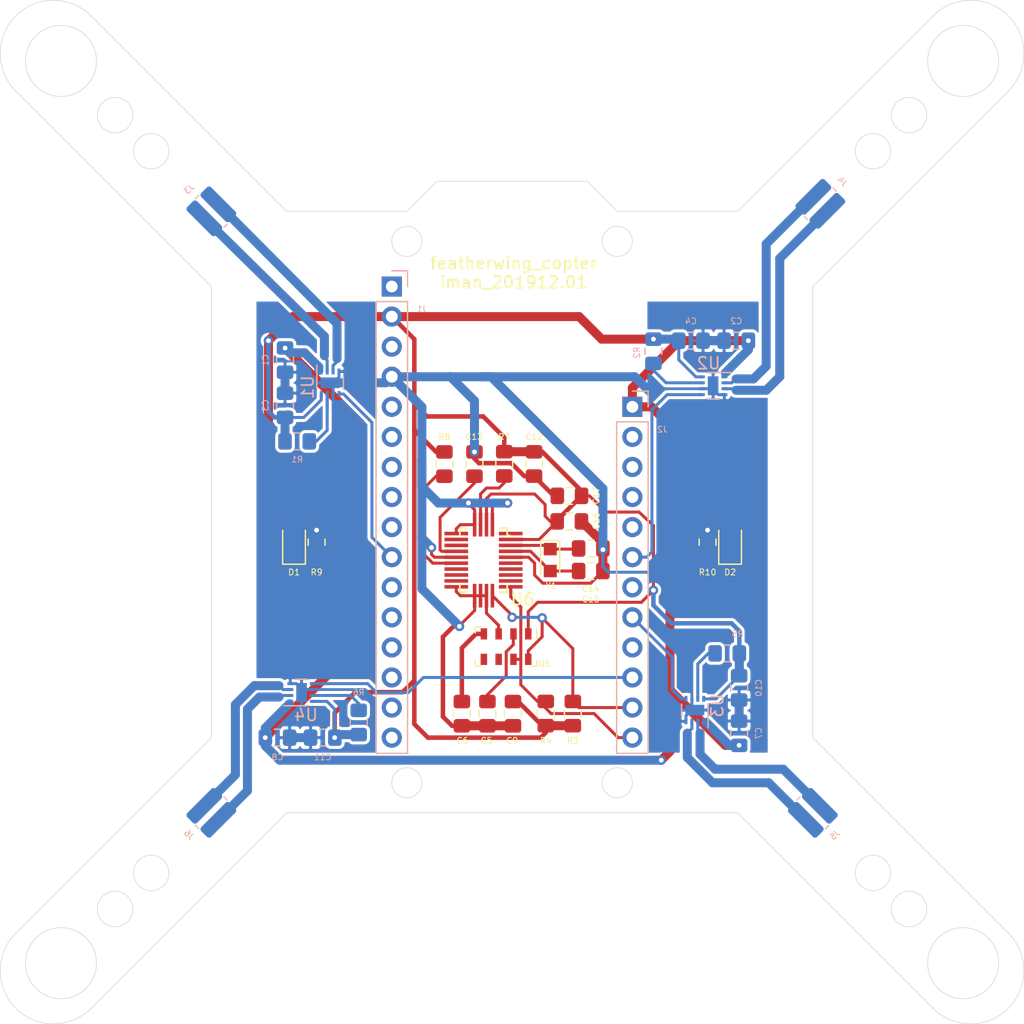
<source format=kicad_pcb>
(kicad_pcb (version 20171130) (host pcbnew "(5.1.5)-3")

  (general
    (thickness 1.6)
    (drawings 40)
    (tracks 395)
    (zones 0)
    (modules 42)
    (nets 31)
  )

  (page A4)
  (layers
    (0 F.Cu signal)
    (31 B.Cu signal)
    (32 B.Adhes user hide)
    (33 F.Adhes user hide)
    (34 B.Paste user hide)
    (35 F.Paste user hide)
    (36 B.SilkS user)
    (37 F.SilkS user)
    (38 B.Mask user)
    (39 F.Mask user)
    (40 Dwgs.User user hide)
    (41 Cmts.User user hide)
    (42 Eco1.User user hide)
    (43 Eco2.User user hide)
    (44 Edge.Cuts user)
    (45 Margin user hide)
    (46 B.CrtYd user hide)
    (47 F.CrtYd user hide)
    (48 B.Fab user hide)
    (49 F.Fab user hide)
  )

  (setup
    (last_trace_width 0.25)
    (user_trace_width 0.254)
    (user_trace_width 0.381)
    (user_trace_width 0.762)
    (trace_clearance 0.2)
    (zone_clearance 0.254)
    (zone_45_only no)
    (trace_min 0.2)
    (via_size 0.8)
    (via_drill 0.4)
    (via_min_size 0.4)
    (via_min_drill 0.3)
    (uvia_size 0.3)
    (uvia_drill 0.1)
    (uvias_allowed no)
    (uvia_min_size 0.2)
    (uvia_min_drill 0.1)
    (edge_width 0.05)
    (segment_width 0.2)
    (pcb_text_width 0.3)
    (pcb_text_size 1.5 1.5)
    (mod_edge_width 0.12)
    (mod_text_size 1 1)
    (mod_text_width 0.15)
    (pad_size 3.4 4.3)
    (pad_drill 0)
    (pad_to_mask_clearance 0.051)
    (solder_mask_min_width 0.25)
    (aux_axis_origin 0 0)
    (visible_elements 7FFFFFFF)
    (pcbplotparams
      (layerselection 0x010f0_ffffffff)
      (usegerberextensions false)
      (usegerberattributes false)
      (usegerberadvancedattributes false)
      (creategerberjobfile false)
      (excludeedgelayer true)
      (linewidth 0.100000)
      (plotframeref false)
      (viasonmask false)
      (mode 1)
      (useauxorigin false)
      (hpglpennumber 1)
      (hpglpenspeed 20)
      (hpglpendiameter 15.000000)
      (psnegative false)
      (psa4output false)
      (plotreference true)
      (plotvalue true)
      (plotinvisibletext false)
      (padsonsilk false)
      (subtractmaskfromsilk false)
      (outputformat 1)
      (mirror false)
      (drillshape 0)
      (scaleselection 1)
      (outputdirectory "copter_plot_20191226/"))
  )

  (net 0 "")
  (net 1 +3V3)
  (net 2 GND)
  (net 3 /pA5)
  (net 4 /SDA)
  (net 5 /SCL)
  (net 6 /p14)
  (net 7 /p15)
  (net 8 /p27)
  (net 9 "Net-(C6-Pad1)")
  (net 10 "Net-(C9-Pad1)")
  (net 11 "Net-(C13-Pad2)")
  (net 12 "Net-(C14-Pad1)")
  (net 13 "Net-(C15-Pad2)")
  (net 14 "Net-(J3-Pad2)")
  (net 15 "Net-(J3-Pad1)")
  (net 16 "Net-(J4-Pad2)")
  (net 17 "Net-(J4-Pad1)")
  (net 18 "Net-(J5-Pad2)")
  (net 19 "Net-(J5-Pad1)")
  (net 20 "Net-(J6-Pad2)")
  (net 21 "Net-(J6-Pad1)")
  (net 22 "Net-(R1-Pad1)")
  (net 23 "Net-(R2-Pad1)")
  (net 24 "Net-(R5-Pad1)")
  (net 25 "Net-(R6-Pad1)")
  (net 26 "Net-(R7-Pad2)")
  (net 27 "Net-(R8-Pad2)")
  (net 28 /BAT)
  (net 29 "Net-(D1-Pad1)")
  (net 30 "Net-(D2-Pad1)")

  (net_class Default "This is the default net class."
    (clearance 0.2)
    (trace_width 0.25)
    (via_dia 0.8)
    (via_drill 0.4)
    (uvia_dia 0.3)
    (uvia_drill 0.1)
    (add_net +3V3)
    (add_net /BAT)
    (add_net /SCL)
    (add_net /SDA)
    (add_net /p14)
    (add_net /p15)
    (add_net /p27)
    (add_net /pA5)
    (add_net GND)
    (add_net "Net-(C13-Pad2)")
    (add_net "Net-(C14-Pad1)")
    (add_net "Net-(C15-Pad2)")
    (add_net "Net-(C6-Pad1)")
    (add_net "Net-(C9-Pad1)")
    (add_net "Net-(D1-Pad1)")
    (add_net "Net-(D2-Pad1)")
    (add_net "Net-(J3-Pad1)")
    (add_net "Net-(J3-Pad2)")
    (add_net "Net-(J4-Pad1)")
    (add_net "Net-(J4-Pad2)")
    (add_net "Net-(J5-Pad1)")
    (add_net "Net-(J5-Pad2)")
    (add_net "Net-(J6-Pad1)")
    (add_net "Net-(J6-Pad2)")
    (add_net "Net-(R1-Pad1)")
    (add_net "Net-(R2-Pad1)")
    (add_net "Net-(R5-Pad1)")
    (add_net "Net-(R6-Pad1)")
    (add_net "Net-(R7-Pad2)")
    (add_net "Net-(R8-Pad2)")
  )

  (module Package_SON:WSON-8-1EP_2x2mm_P0.5mm_EP0.9x1.6mm (layer B.Cu) (tedit 5A65F6A7) (tstamp 5E038E04)
    (at 134.62 91.44)
    (descr "8-Lead Plastic WSON, 2x2mm Body, 0.5mm Pitch, WSON-8, http://www.ti.com/lit/ds/symlink/lm27761.pdf")
    (tags "WSON 8 1EP")
    (path /5DCC18C0)
    (attr smd)
    (fp_text reference U4 (at 0.38 1.9) (layer B.SilkS)
      (effects (font (size 1 1) (thickness 0.15)) (justify mirror))
    )
    (fp_text value DRV8837CDSGR (at 0.01 -2.14) (layer B.Fab)
      (effects (font (size 1 1) (thickness 0.15)) (justify mirror))
    )
    (fp_line (start -1.5 1.12) (end 0.5 1.12) (layer B.SilkS) (width 0.12))
    (fp_line (start 0.5 -1.12) (end -0.5 -1.12) (layer B.SilkS) (width 0.12))
    (fp_line (start -1.6 -1.25) (end 1.6 -1.25) (layer B.CrtYd) (width 0.05))
    (fp_line (start -1.6 1.25) (end 1.6 1.25) (layer B.CrtYd) (width 0.05))
    (fp_line (start 1.6 1.25) (end 1.6 -1.25) (layer B.CrtYd) (width 0.05))
    (fp_line (start -1.6 1.25) (end -1.6 -1.25) (layer B.CrtYd) (width 0.05))
    (fp_line (start -0.5 1) (end 1 1) (layer B.Fab) (width 0.1))
    (fp_line (start 1 1) (end 1 -1) (layer B.Fab) (width 0.1))
    (fp_line (start 1 -1) (end -1 -1) (layer B.Fab) (width 0.1))
    (fp_line (start -1 -1) (end -1 0.5) (layer B.Fab) (width 0.1))
    (fp_line (start -0.5 1) (end -1 0.5) (layer B.Fab) (width 0.1))
    (fp_text user %R (at 0 0) (layer B.Fab)
      (effects (font (size 0.7 0.7) (thickness 0.1)) (justify mirror))
    )
    (pad "" smd rect (at 0 0.4) (size 0.75 0.65) (layers B.Paste))
    (pad "" smd rect (at 0 -0.4) (size 0.75 0.65) (layers B.Paste))
    (pad 6 smd rect (at 0.95 -0.25) (size 0.5 0.25) (layers B.Cu B.Paste B.Mask)
      (net 2 GND))
    (pad 5 smd rect (at 0.95 -0.75) (size 0.5 0.25) (layers B.Cu B.Paste B.Mask)
      (net 6 /p14))
    (pad 4 smd rect (at -0.95 -0.75) (size 0.5 0.25) (layers B.Cu B.Paste B.Mask)
      (net 2 GND))
    (pad 2 smd rect (at -0.95 0.25) (size 0.5 0.25) (layers B.Cu B.Paste B.Mask)
      (net 20 "Net-(J6-Pad2)"))
    (pad 1 smd rect (at -0.95 0.75) (size 0.5 0.25) (layers B.Cu B.Paste B.Mask)
      (net 28 /BAT))
    (pad 9 smd rect (at 0 0) (size 0.9 1.6) (layers B.Cu B.Mask)
      (net 2 GND))
    (pad 8 smd rect (at 0.95 0.75) (size 0.5 0.25) (layers B.Cu B.Paste B.Mask)
      (net 1 +3V3))
    (pad 7 smd rect (at 0.95 0.25) (size 0.5 0.25) (layers B.Cu B.Paste B.Mask)
      (net 25 "Net-(R6-Pad1)"))
    (pad 3 smd rect (at -0.95 -0.25) (size 0.5 0.25) (layers B.Cu B.Paste B.Mask)
      (net 21 "Net-(J6-Pad1)"))
    (model ${KISYS3DMOD}/Package_SON.3dshapes/WSON-8-1EP_2x2mm_P0.5mm_EP0.9x1.6mm.wrl
      (at (xyz 0 0 0))
      (scale (xyz 1 1 1))
      (rotate (xyz 0 0 0))
    )
  )

  (module Package_SON:WSON-8-1EP_2x2mm_P0.5mm_EP0.9x1.6mm (layer B.Cu) (tedit 5A65F6A7) (tstamp 5DCB06E8)
    (at 167.835 92.925 90)
    (descr "8-Lead Plastic WSON, 2x2mm Body, 0.5mm Pitch, WSON-8, http://www.ti.com/lit/ds/symlink/lm27761.pdf")
    (tags "WSON 8 1EP")
    (path /5DCBB7B0)
    (attr smd)
    (fp_text reference U3 (at 0.38 1.9 90) (layer B.SilkS)
      (effects (font (size 1 1) (thickness 0.15)) (justify mirror))
    )
    (fp_text value DRV8837CDSGR (at 0.01 -2.14 90) (layer B.Fab)
      (effects (font (size 1 1) (thickness 0.15)) (justify mirror))
    )
    (fp_line (start -1.5 1.12) (end 0.5 1.12) (layer B.SilkS) (width 0.12))
    (fp_line (start 0.5 -1.12) (end -0.5 -1.12) (layer B.SilkS) (width 0.12))
    (fp_line (start -1.6 -1.25) (end 1.6 -1.25) (layer B.CrtYd) (width 0.05))
    (fp_line (start -1.6 1.25) (end 1.6 1.25) (layer B.CrtYd) (width 0.05))
    (fp_line (start 1.6 1.25) (end 1.6 -1.25) (layer B.CrtYd) (width 0.05))
    (fp_line (start -1.6 1.25) (end -1.6 -1.25) (layer B.CrtYd) (width 0.05))
    (fp_line (start -0.5 1) (end 1 1) (layer B.Fab) (width 0.1))
    (fp_line (start 1 1) (end 1 -1) (layer B.Fab) (width 0.1))
    (fp_line (start 1 -1) (end -1 -1) (layer B.Fab) (width 0.1))
    (fp_line (start -1 -1) (end -1 0.5) (layer B.Fab) (width 0.1))
    (fp_line (start -0.5 1) (end -1 0.5) (layer B.Fab) (width 0.1))
    (fp_text user %R (at 0 0 90) (layer B.Fab)
      (effects (font (size 0.7 0.7) (thickness 0.1)) (justify mirror))
    )
    (pad "" smd rect (at 0 0.4 90) (size 0.75 0.65) (layers B.Paste))
    (pad "" smd rect (at 0 -0.4 90) (size 0.75 0.65) (layers B.Paste))
    (pad 6 smd rect (at 0.95 -0.25 90) (size 0.5 0.25) (layers B.Cu B.Paste B.Mask)
      (net 2 GND))
    (pad 5 smd rect (at 0.95 -0.75 90) (size 0.5 0.25) (layers B.Cu B.Paste B.Mask)
      (net 7 /p15))
    (pad 4 smd rect (at -0.95 -0.75 90) (size 0.5 0.25) (layers B.Cu B.Paste B.Mask)
      (net 2 GND))
    (pad 2 smd rect (at -0.95 0.25 90) (size 0.5 0.25) (layers B.Cu B.Paste B.Mask)
      (net 18 "Net-(J5-Pad2)"))
    (pad 1 smd rect (at -0.95 0.75 90) (size 0.5 0.25) (layers B.Cu B.Paste B.Mask)
      (net 28 /BAT))
    (pad 9 smd rect (at 0 0 90) (size 0.9 1.6) (layers B.Cu B.Mask)
      (net 2 GND))
    (pad 8 smd rect (at 0.95 0.75 90) (size 0.5 0.25) (layers B.Cu B.Paste B.Mask)
      (net 1 +3V3))
    (pad 7 smd rect (at 0.95 0.25 90) (size 0.5 0.25) (layers B.Cu B.Paste B.Mask)
      (net 24 "Net-(R5-Pad1)"))
    (pad 3 smd rect (at -0.95 -0.25 90) (size 0.5 0.25) (layers B.Cu B.Paste B.Mask)
      (net 19 "Net-(J5-Pad1)"))
    (model ${KISYS3DMOD}/Package_SON.3dshapes/WSON-8-1EP_2x2mm_P0.5mm_EP0.9x1.6mm.wrl
      (at (xyz 0 0 0))
      (scale (xyz 1 1 1))
      (rotate (xyz 0 0 0))
    )
  )

  (module Package_SON:WSON-8-1EP_2x2mm_P0.5mm_EP0.9x1.6mm (layer B.Cu) (tedit 5A65F6A7) (tstamp 5DC9CD43)
    (at 169.379 65.532 180)
    (descr "8-Lead Plastic WSON, 2x2mm Body, 0.5mm Pitch, WSON-8, http://www.ti.com/lit/ds/symlink/lm27761.pdf")
    (tags "WSON 8 1EP")
    (path /5DCBDF51)
    (attr smd)
    (fp_text reference U2 (at 0.38 1.9) (layer B.SilkS)
      (effects (font (size 1 1) (thickness 0.15)) (justify mirror))
    )
    (fp_text value DRV8837CDSGR (at 0.01 -2.14) (layer B.Fab)
      (effects (font (size 1 1) (thickness 0.15)) (justify mirror))
    )
    (fp_line (start -1.5 1.12) (end 0.5 1.12) (layer B.SilkS) (width 0.12))
    (fp_line (start 0.5 -1.12) (end -0.5 -1.12) (layer B.SilkS) (width 0.12))
    (fp_line (start -1.6 -1.25) (end 1.6 -1.25) (layer B.CrtYd) (width 0.05))
    (fp_line (start -1.6 1.25) (end 1.6 1.25) (layer B.CrtYd) (width 0.05))
    (fp_line (start 1.6 1.25) (end 1.6 -1.25) (layer B.CrtYd) (width 0.05))
    (fp_line (start -1.6 1.25) (end -1.6 -1.25) (layer B.CrtYd) (width 0.05))
    (fp_line (start -0.5 1) (end 1 1) (layer B.Fab) (width 0.1))
    (fp_line (start 1 1) (end 1 -1) (layer B.Fab) (width 0.1))
    (fp_line (start 1 -1) (end -1 -1) (layer B.Fab) (width 0.1))
    (fp_line (start -1 -1) (end -1 0.5) (layer B.Fab) (width 0.1))
    (fp_line (start -0.5 1) (end -1 0.5) (layer B.Fab) (width 0.1))
    (fp_text user %R (at 0 0) (layer B.Fab)
      (effects (font (size 0.7 0.7) (thickness 0.1)) (justify mirror))
    )
    (pad "" smd rect (at 0 0.4 180) (size 0.75 0.65) (layers B.Paste))
    (pad "" smd rect (at 0 -0.4 180) (size 0.75 0.65) (layers B.Paste))
    (pad 6 smd rect (at 0.95 -0.25 180) (size 0.5 0.25) (layers B.Cu B.Paste B.Mask)
      (net 2 GND))
    (pad 5 smd rect (at 0.95 -0.75 180) (size 0.5 0.25) (layers B.Cu B.Paste B.Mask)
      (net 8 /p27))
    (pad 4 smd rect (at -0.95 -0.75 180) (size 0.5 0.25) (layers B.Cu B.Paste B.Mask)
      (net 2 GND))
    (pad 2 smd rect (at -0.95 0.25 180) (size 0.5 0.25) (layers B.Cu B.Paste B.Mask)
      (net 16 "Net-(J4-Pad2)"))
    (pad 1 smd rect (at -0.95 0.75 180) (size 0.5 0.25) (layers B.Cu B.Paste B.Mask)
      (net 28 /BAT))
    (pad 9 smd rect (at 0 0 180) (size 0.9 1.6) (layers B.Cu B.Mask)
      (net 2 GND))
    (pad 8 smd rect (at 0.95 0.75 180) (size 0.5 0.25) (layers B.Cu B.Paste B.Mask)
      (net 1 +3V3))
    (pad 7 smd rect (at 0.95 0.25 180) (size 0.5 0.25) (layers B.Cu B.Paste B.Mask)
      (net 23 "Net-(R2-Pad1)"))
    (pad 3 smd rect (at -0.95 -0.25 180) (size 0.5 0.25) (layers B.Cu B.Paste B.Mask)
      (net 17 "Net-(J4-Pad1)"))
    (model ${KISYS3DMOD}/Package_SON.3dshapes/WSON-8-1EP_2x2mm_P0.5mm_EP0.9x1.6mm.wrl
      (at (xyz 0 0 0))
      (scale (xyz 1 1 1))
      (rotate (xyz 0 0 0))
    )
  )

  (module Package_SON:WSON-8-1EP_2x2mm_P0.5mm_EP0.9x1.6mm (layer B.Cu) (tedit 5A65F6A7) (tstamp 5DC9B50D)
    (at 137.033 65.278 270)
    (descr "8-Lead Plastic WSON, 2x2mm Body, 0.5mm Pitch, WSON-8, http://www.ti.com/lit/ds/symlink/lm27761.pdf")
    (tags "WSON 8 1EP")
    (path /5DC7C382)
    (attr smd)
    (fp_text reference U1 (at 0.38 1.9 90) (layer B.SilkS)
      (effects (font (size 1 1) (thickness 0.15)) (justify mirror))
    )
    (fp_text value DRV8837CDSGR (at 0.01 -2.14 90) (layer B.Fab)
      (effects (font (size 1 1) (thickness 0.15)) (justify mirror))
    )
    (fp_line (start -1.5 1.12) (end 0.5 1.12) (layer B.SilkS) (width 0.12))
    (fp_line (start 0.5 -1.12) (end -0.5 -1.12) (layer B.SilkS) (width 0.12))
    (fp_line (start -1.6 -1.25) (end 1.6 -1.25) (layer B.CrtYd) (width 0.05))
    (fp_line (start -1.6 1.25) (end 1.6 1.25) (layer B.CrtYd) (width 0.05))
    (fp_line (start 1.6 1.25) (end 1.6 -1.25) (layer B.CrtYd) (width 0.05))
    (fp_line (start -1.6 1.25) (end -1.6 -1.25) (layer B.CrtYd) (width 0.05))
    (fp_line (start -0.5 1) (end 1 1) (layer B.Fab) (width 0.1))
    (fp_line (start 1 1) (end 1 -1) (layer B.Fab) (width 0.1))
    (fp_line (start 1 -1) (end -1 -1) (layer B.Fab) (width 0.1))
    (fp_line (start -1 -1) (end -1 0.5) (layer B.Fab) (width 0.1))
    (fp_line (start -0.5 1) (end -1 0.5) (layer B.Fab) (width 0.1))
    (fp_text user %R (at 0 0 90) (layer B.Fab)
      (effects (font (size 0.7 0.7) (thickness 0.1)) (justify mirror))
    )
    (pad "" smd rect (at 0 0.4 270) (size 0.75 0.65) (layers B.Paste))
    (pad "" smd rect (at 0 -0.4 270) (size 0.75 0.65) (layers B.Paste))
    (pad 6 smd rect (at 0.95 -0.25 270) (size 0.5 0.25) (layers B.Cu B.Paste B.Mask)
      (net 2 GND))
    (pad 5 smd rect (at 0.95 -0.75 270) (size 0.5 0.25) (layers B.Cu B.Paste B.Mask)
      (net 3 /pA5))
    (pad 4 smd rect (at -0.95 -0.75 270) (size 0.5 0.25) (layers B.Cu B.Paste B.Mask)
      (net 2 GND))
    (pad 2 smd rect (at -0.95 0.25 270) (size 0.5 0.25) (layers B.Cu B.Paste B.Mask)
      (net 14 "Net-(J3-Pad2)"))
    (pad 1 smd rect (at -0.95 0.75 270) (size 0.5 0.25) (layers B.Cu B.Paste B.Mask)
      (net 28 /BAT))
    (pad 9 smd rect (at 0 0 270) (size 0.9 1.6) (layers B.Cu B.Mask)
      (net 2 GND))
    (pad 8 smd rect (at 0.95 0.75 270) (size 0.5 0.25) (layers B.Cu B.Paste B.Mask)
      (net 1 +3V3))
    (pad 7 smd rect (at 0.95 0.25 270) (size 0.5 0.25) (layers B.Cu B.Paste B.Mask)
      (net 22 "Net-(R1-Pad1)"))
    (pad 3 smd rect (at -0.95 -0.25 270) (size 0.5 0.25) (layers B.Cu B.Paste B.Mask)
      (net 15 "Net-(J3-Pad1)"))
    (model ${KISYS3DMOD}/Package_SON.3dshapes/WSON-8-1EP_2x2mm_P0.5mm_EP0.9x1.6mm.wrl
      (at (xyz 0 0 0))
      (scale (xyz 1 1 1))
      (rotate (xyz 0 0 0))
    )
  )

  (module Iman_Library:LGA-28_5.2x3.8mm_BNO0055_handsoldering (layer F.Cu) (tedit 5E018192) (tstamp 5E017D96)
    (at 149.987 80.264 270)
    (path /5DC7ADAD)
    (attr smd)
    (fp_text reference U6 (at 3.302 -3.302 180) (layer F.SilkS)
      (effects (font (size 1 1) (thickness 0.15)))
    )
    (fp_text value BNO055 (at 0.00508 4.0894 90) (layer F.Fab)
      (effects (font (size 1 1) (thickness 0.15)))
    )
    (fp_line (start 3.1 -2.3) (end 3.1 -2.35) (layer F.CrtYd) (width 0.05))
    (fp_line (start 3.1 2.35) (end 3.1 -2.3) (layer F.CrtYd) (width 0.05))
    (fp_line (start -3 2.35) (end 3.1 2.35) (layer F.CrtYd) (width 0.05))
    (fp_line (start -3 -2.35) (end -3 2.35) (layer F.CrtYd) (width 0.05))
    (fp_line (start 3.1 -2.35) (end -3 -2.35) (layer F.CrtYd) (width 0.05))
    (fp_line (start 2.7 -2) (end 2.1 -2) (layer F.SilkS) (width 0.1524))
    (fp_line (start 2.7 -1.4) (end 2.7 -2) (layer F.SilkS) (width 0.1524))
    (fp_line (start 2.7 2) (end 2.7 1.4) (layer F.SilkS) (width 0.1524))
    (fp_line (start 2.1 2) (end 2.7 2) (layer F.SilkS) (width 0.1524))
    (fp_line (start -2.7 2) (end -2.1 2) (layer F.SilkS) (width 0.1524))
    (fp_line (start -2.7 1.4) (end -2.7 2) (layer F.SilkS) (width 0.1524))
    (fp_line (start -2.7 -2) (end -2.7 -1.4) (layer F.SilkS) (width 0.1524))
    (fp_line (start -2.1 -2) (end -2.7 -2) (layer F.SilkS) (width 0.1524))
    (fp_line (start -2.1 -2) (end -2.1 -2.2) (layer F.SilkS) (width 0.1524))
    (fp_line (start -2.6 -1.9) (end -2.6 1.9) (layer F.Fab) (width 0.1524))
    (fp_line (start -2.6 1.9) (end 2.6 1.9) (layer F.Fab) (width 0.1524))
    (fp_line (start 2.6 -1.9) (end 2.6 1.9) (layer F.Fab) (width 0.1524))
    (fp_line (start -2.6 -1.9) (end 2.6 -1.9) (layer F.Fab) (width 0.1524))
    (fp_text user REF** (at 0.1 0.025 90) (layer F.Fab)
      (effects (font (size 0.75 0.75) (thickness 0.15)))
    )
    (pad 16 smd rect (at 3 0.75) (size 0.3 2) (layers F.Cu F.Paste F.Mask)
      (net 2 GND))
    (pad 17 smd rect (at 3 0.25) (size 0.3 2) (layers F.Cu F.Paste F.Mask)
      (net 2 GND))
    (pad 18 smd rect (at 3 -0.25) (size 0.3 2) (layers F.Cu F.Paste F.Mask)
      (net 2 GND))
    (pad 19 smd rect (at 3 -0.75) (size 0.3 2) (layers F.Cu F.Paste F.Mask)
      (net 5 /SCL))
    (pad 5 smd rect (at -3 0.75) (size 0.3 2) (layers F.Cu F.Paste F.Mask)
      (net 2 GND))
    (pad 4 smd rect (at -3 0.25) (size 0.3 2) (layers F.Cu F.Paste F.Mask)
      (net 26 "Net-(R7-Pad2)"))
    (pad 3 smd rect (at -3 -0.25) (size 0.3 2) (layers F.Cu F.Paste F.Mask)
      (net 1 +3V3))
    (pad 2 smd rect (at -3 -0.75) (size 0.3 2) (layers F.Cu F.Paste F.Mask)
      (net 2 GND))
    (pad 15 smd rect (at 2.25 2.3 270) (size 0.3 2) (layers F.Cu F.Paste F.Mask)
      (net 2 GND))
    (pad 14 smd rect (at 1.75 2.3 270) (size 0.3 2) (layers F.Cu F.Paste F.Mask))
    (pad 13 smd rect (at 1.25 2.3 270) (size 0.3 2) (layers F.Cu F.Paste F.Mask))
    (pad 12 smd rect (at 0.75 2.3 270) (size 0.3 2) (layers F.Cu F.Paste F.Mask))
    (pad 11 smd rect (at 0.25 2.3 270) (size 0.3 2) (layers F.Cu F.Paste F.Mask)
      (net 27 "Net-(R8-Pad2)"))
    (pad 10 smd rect (at -0.25 2.3 270) (size 0.3 2) (layers F.Cu F.Paste F.Mask)
      (net 2 GND))
    (pad 9 smd rect (at -0.75 2.3 270) (size 0.3 2) (layers F.Cu F.Paste F.Mask)
      (net 11 "Net-(C13-Pad2)"))
    (pad 8 smd rect (at -1.25 2.3 270) (size 0.3 2) (layers F.Cu F.Paste F.Mask))
    (pad 7 smd rect (at -1.75 2.3 270) (size 0.3 2) (layers F.Cu F.Paste F.Mask))
    (pad 6 smd rect (at -2.25 2.3 270) (size 0.3 2) (layers F.Cu F.Paste F.Mask)
      (net 2 GND))
    (pad 20 smd rect (at 2.25 -2.3 270) (size 0.3 2) (layers F.Cu F.Paste F.Mask)
      (net 4 /SDA))
    (pad 21 smd rect (at 1.75 -2.3 270) (size 0.3 2) (layers F.Cu F.Paste F.Mask))
    (pad 22 smd rect (at 1.25 -2.3 270) (size 0.3 2) (layers F.Cu F.Paste F.Mask))
    (pad 23 smd rect (at 0.75 -2.3 270) (size 0.3 2) (layers F.Cu F.Paste F.Mask))
    (pad 24 smd rect (at 0.25 -2.3 270) (size 0.3 2) (layers F.Cu F.Paste F.Mask))
    (pad 25 smd rect (at -0.25 -2.3 270) (size 0.3 2) (layers F.Cu F.Paste F.Mask)
      (net 2 GND))
    (pad 26 smd rect (at -0.75 -2.3 270) (size 0.3 2) (layers F.Cu F.Paste F.Mask)
      (net 12 "Net-(C14-Pad1)"))
    (pad 27 smd rect (at -1.25 -2.3 270) (size 0.3 2) (layers F.Cu F.Paste F.Mask)
      (net 13 "Net-(C15-Pad2)"))
    (pad 28 smd rect (at -1.75 -2.3 270) (size 0.3 2) (layers F.Cu F.Paste F.Mask)
      (net 1 +3V3))
    (pad 1 smd rect (at -2.25 -2.3 270) (size 0.3 2) (layers F.Cu F.Paste F.Mask))
  )

  (module Capacitor_SMD:C_0805_2012Metric_Pad1.15x1.40mm_HandSolder (layer F.Cu) (tedit 5B36C52B) (tstamp 5DC6C2D5)
    (at 154.2542 72.136 90)
    (descr "Capacitor SMD 0805 (2012 Metric), square (rectangular) end terminal, IPC_7351 nominal with elongated pad for handsoldering. (Body size source: https://docs.google.com/spreadsheets/d/1BsfQQcO9C6DZCsRaXUlFlo91Tg2WpOkGARC1WS5S8t0/edit?usp=sharing), generated with kicad-footprint-generator")
    (tags "capacitor handsolder")
    (path /5DC8775B)
    (attr smd)
    (fp_text reference C12 (at 2.286 0.0254 180) (layer F.SilkS)
      (effects (font (size 0.508 0.508) (thickness 0.0762)))
    )
    (fp_text value 100n (at 0 1.65 90) (layer F.Fab)
      (effects (font (size 1 1) (thickness 0.15)))
    )
    (fp_text user %R (at 0 0 90) (layer F.Fab)
      (effects (font (size 0.5 0.5) (thickness 0.08)))
    )
    (fp_line (start 1.85 0.95) (end -1.85 0.95) (layer F.CrtYd) (width 0.05))
    (fp_line (start 1.85 -0.95) (end 1.85 0.95) (layer F.CrtYd) (width 0.05))
    (fp_line (start -1.85 -0.95) (end 1.85 -0.95) (layer F.CrtYd) (width 0.05))
    (fp_line (start -1.85 0.95) (end -1.85 -0.95) (layer F.CrtYd) (width 0.05))
    (fp_line (start -0.261252 0.71) (end 0.261252 0.71) (layer F.SilkS) (width 0.12))
    (fp_line (start -0.261252 -0.71) (end 0.261252 -0.71) (layer F.SilkS) (width 0.12))
    (fp_line (start 1 0.6) (end -1 0.6) (layer F.Fab) (width 0.1))
    (fp_line (start 1 -0.6) (end 1 0.6) (layer F.Fab) (width 0.1))
    (fp_line (start -1 -0.6) (end 1 -0.6) (layer F.Fab) (width 0.1))
    (fp_line (start -1 0.6) (end -1 -0.6) (layer F.Fab) (width 0.1))
    (pad 2 smd roundrect (at 1.025 0 90) (size 1.15 1.4) (layers F.Cu F.Paste F.Mask) (roundrect_rratio 0.217391)
      (net 1 +3V3))
    (pad 1 smd roundrect (at -1.025 0 90) (size 1.15 1.4) (layers F.Cu F.Paste F.Mask) (roundrect_rratio 0.217391)
      (net 2 GND))
    (model ${KISYS3DMOD}/Capacitor_SMD.3dshapes/C_0805_2012Metric.wrl
      (at (xyz 0 0 0))
      (scale (xyz 1 1 1))
      (rotate (xyz 0 0 0))
    )
  )

  (module Package_LGA:LGA-8_3x5mm_P1.25mm (layer F.Cu) (tedit 5A02F217) (tstamp 5E025734)
    (at 151.892 87.562 270)
    (descr LGA-8)
    (tags "lga land grid array")
    (path /5DC62E8A)
    (attr smd)
    (fp_text reference U5 (at 1.4396 -3.2512 180) (layer F.SilkS)
      (effects (font (size 0.508 0.508) (thickness 0.0762)))
    )
    (fp_text value MPL3115A2 (at 0 3.65 90) (layer F.Fab)
      (effects (font (size 1 1) (thickness 0.15)))
    )
    (fp_line (start 1.8 2.75) (end -1.8 2.75) (layer F.CrtYd) (width 0.05))
    (fp_line (start 1.8 2.75) (end 1.8 -2.75) (layer F.CrtYd) (width 0.05))
    (fp_line (start -1.8 -2.75) (end -1.8 2.75) (layer F.CrtYd) (width 0.05))
    (fp_line (start -1.8 -2.75) (end 1.8 -2.75) (layer F.CrtYd) (width 0.05))
    (fp_line (start -1.55 -2.6) (end -0.6 -2.6) (layer F.SilkS) (width 0.12))
    (fp_line (start -1.65 2.6) (end -1.65 2.1) (layer F.SilkS) (width 0.12))
    (fp_line (start -1.15 2.6) (end -1.65 2.6) (layer F.SilkS) (width 0.12))
    (fp_line (start 1.65 2.6) (end 1.15 2.6) (layer F.SilkS) (width 0.12))
    (fp_line (start 1.65 2.1) (end 1.65 2.6) (layer F.SilkS) (width 0.12))
    (fp_line (start 1.65 -2.6) (end 1.65 -2.1) (layer F.SilkS) (width 0.12))
    (fp_line (start 1.15 -2.6) (end 1.65 -2.6) (layer F.SilkS) (width 0.12))
    (fp_line (start -0.75 -2.5) (end 1.5 -2.5) (layer F.Fab) (width 0.1))
    (fp_line (start -1.5 -1.75) (end -0.75 -2.5) (layer F.Fab) (width 0.1))
    (fp_line (start -1.5 2.5) (end -1.5 -1.75) (layer F.Fab) (width 0.1))
    (fp_line (start 1.5 2.5) (end -1.5 2.5) (layer F.Fab) (width 0.1))
    (fp_line (start 1.5 -2.5) (end 1.5 2.5) (layer F.Fab) (width 0.1))
    (fp_text user %R (at 0 0 90) (layer F.Fab)
      (effects (font (size 0.5 0.5) (thickness 0.075)))
    )
    (pad 5 smd rect (at 1.075 1.875 270) (size 0.95 0.55) (layers F.Cu F.Paste F.Mask))
    (pad 6 smd rect (at 1.075 0.625 270) (size 0.95 0.55) (layers F.Cu F.Paste F.Mask))
    (pad 7 smd rect (at 1.075 -0.625 270) (size 0.95 0.55) (layers F.Cu F.Paste F.Mask)
      (net 4 /SDA))
    (pad 8 smd rect (at 1.075 -1.875 270) (size 0.95 0.55) (layers F.Cu F.Paste F.Mask)
      (net 5 /SCL))
    (pad 3 smd rect (at -1.075 0.625 270) (size 0.95 0.55) (layers F.Cu F.Paste F.Mask)
      (net 2 GND))
    (pad 2 smd rect (at -1.075 -0.625 270) (size 0.95 0.55) (layers F.Cu F.Paste F.Mask)
      (net 10 "Net-(C9-Pad1)"))
    (pad 1 smd rect (at -1.075 -1.875 270) (size 0.95 0.55) (layers F.Cu F.Paste F.Mask)
      (net 1 +3V3))
    (pad 4 smd rect (at -1.075 1.875 270) (size 0.95 0.55) (layers F.Cu F.Paste F.Mask)
      (net 9 "Net-(C6-Pad1)"))
    (model ${KISYS3DMOD}/Package_LGA.3dshapes/LGA-8_3x5mm_P1.25mm.wrl
      (at (xyz 0 0 0))
      (scale (xyz 1 1 1))
      (rotate (xyz 0 0 0))
    )
  )

  (module LED_SMD:LED_0805_2012Metric_Pad1.15x1.40mm_HandSolder (layer F.Cu) (tedit 5B4B45C9) (tstamp 5DCC07BB)
    (at 133.985 78.74 90)
    (descr "LED SMD 0805 (2012 Metric), square (rectangular) end terminal, IPC_7351 nominal, (Body size source: https://docs.google.com/spreadsheets/d/1BsfQQcO9C6DZCsRaXUlFlo91Tg2WpOkGARC1WS5S8t0/edit?usp=sharing), generated with kicad-footprint-generator")
    (tags "LED handsolder")
    (path /5DCC4521)
    (attr smd)
    (fp_text reference D1 (at -2.54 0 180) (layer F.SilkS)
      (effects (font (size 0.508 0.508) (thickness 0.0762)))
    )
    (fp_text value LED (at 0 1.65 90) (layer F.Fab)
      (effects (font (size 1 1) (thickness 0.15)))
    )
    (fp_text user %R (at 0 0 90) (layer F.Fab)
      (effects (font (size 0.5 0.5) (thickness 0.08)))
    )
    (fp_line (start 1.85 0.95) (end -1.85 0.95) (layer F.CrtYd) (width 0.05))
    (fp_line (start 1.85 -0.95) (end 1.85 0.95) (layer F.CrtYd) (width 0.05))
    (fp_line (start -1.85 -0.95) (end 1.85 -0.95) (layer F.CrtYd) (width 0.05))
    (fp_line (start -1.85 0.95) (end -1.85 -0.95) (layer F.CrtYd) (width 0.05))
    (fp_line (start -1.86 0.96) (end 1 0.96) (layer F.SilkS) (width 0.12))
    (fp_line (start -1.86 -0.96) (end -1.86 0.96) (layer F.SilkS) (width 0.12))
    (fp_line (start 1 -0.96) (end -1.86 -0.96) (layer F.SilkS) (width 0.12))
    (fp_line (start 1 0.6) (end 1 -0.6) (layer F.Fab) (width 0.1))
    (fp_line (start -1 0.6) (end 1 0.6) (layer F.Fab) (width 0.1))
    (fp_line (start -1 -0.3) (end -1 0.6) (layer F.Fab) (width 0.1))
    (fp_line (start -0.7 -0.6) (end -1 -0.3) (layer F.Fab) (width 0.1))
    (fp_line (start 1 -0.6) (end -0.7 -0.6) (layer F.Fab) (width 0.1))
    (pad 2 smd roundrect (at 1.025 0 90) (size 1.15 1.4) (layers F.Cu F.Paste F.Mask) (roundrect_rratio 0.217391)
      (net 1 +3V3))
    (pad 1 smd roundrect (at -1.025 0 90) (size 1.15 1.4) (layers F.Cu F.Paste F.Mask) (roundrect_rratio 0.217391)
      (net 29 "Net-(D1-Pad1)"))
    (model ${KISYS3DMOD}/LED_SMD.3dshapes/LED_0805_2012Metric.wrl
      (at (xyz 0 0 0))
      (scale (xyz 1 1 1))
      (rotate (xyz 0 0 0))
    )
  )

  (module LED_SMD:LED_0805_2012Metric_Pad1.15x1.40mm_HandSolder (layer F.Cu) (tedit 5B4B45C9) (tstamp 5DCC07CE)
    (at 170.815 78.74 90)
    (descr "LED SMD 0805 (2012 Metric), square (rectangular) end terminal, IPC_7351 nominal, (Body size source: https://docs.google.com/spreadsheets/d/1BsfQQcO9C6DZCsRaXUlFlo91Tg2WpOkGARC1WS5S8t0/edit?usp=sharing), generated with kicad-footprint-generator")
    (tags "LED handsolder")
    (path /5DCC26B9)
    (attr smd)
    (fp_text reference D2 (at -2.54 0 180) (layer F.SilkS)
      (effects (font (size 0.508 0.508) (thickness 0.0762)))
    )
    (fp_text value LED (at 0 1.65 90) (layer F.Fab)
      (effects (font (size 1 1) (thickness 0.15)))
    )
    (fp_text user %R (at 0 0 90) (layer F.Fab)
      (effects (font (size 0.5 0.5) (thickness 0.08)))
    )
    (fp_line (start 1.85 0.95) (end -1.85 0.95) (layer F.CrtYd) (width 0.05))
    (fp_line (start 1.85 -0.95) (end 1.85 0.95) (layer F.CrtYd) (width 0.05))
    (fp_line (start -1.85 -0.95) (end 1.85 -0.95) (layer F.CrtYd) (width 0.05))
    (fp_line (start -1.85 0.95) (end -1.85 -0.95) (layer F.CrtYd) (width 0.05))
    (fp_line (start -1.86 0.96) (end 1 0.96) (layer F.SilkS) (width 0.12))
    (fp_line (start -1.86 -0.96) (end -1.86 0.96) (layer F.SilkS) (width 0.12))
    (fp_line (start 1 -0.96) (end -1.86 -0.96) (layer F.SilkS) (width 0.12))
    (fp_line (start 1 0.6) (end 1 -0.6) (layer F.Fab) (width 0.1))
    (fp_line (start -1 0.6) (end 1 0.6) (layer F.Fab) (width 0.1))
    (fp_line (start -1 -0.3) (end -1 0.6) (layer F.Fab) (width 0.1))
    (fp_line (start -0.7 -0.6) (end -1 -0.3) (layer F.Fab) (width 0.1))
    (fp_line (start 1 -0.6) (end -0.7 -0.6) (layer F.Fab) (width 0.1))
    (pad 2 smd roundrect (at 1.025 0 90) (size 1.15 1.4) (layers F.Cu F.Paste F.Mask) (roundrect_rratio 0.217391)
      (net 28 /BAT))
    (pad 1 smd roundrect (at -1.025 0 90) (size 1.15 1.4) (layers F.Cu F.Paste F.Mask) (roundrect_rratio 0.217391)
      (net 30 "Net-(D2-Pad1)"))
    (model ${KISYS3DMOD}/LED_SMD.3dshapes/LED_0805_2012Metric.wrl
      (at (xyz 0 0 0))
      (scale (xyz 1 1 1))
      (rotate (xyz 0 0 0))
    )
  )

  (module Resistor_SMD:R_0805_2012Metric_Pad1.15x1.40mm_HandSolder (layer F.Cu) (tedit 5B36C52B) (tstamp 5DCC0E0F)
    (at 168.91 78.74 90)
    (descr "Resistor SMD 0805 (2012 Metric), square (rectangular) end terminal, IPC_7351 nominal with elongated pad for handsoldering. (Body size source: https://docs.google.com/spreadsheets/d/1BsfQQcO9C6DZCsRaXUlFlo91Tg2WpOkGARC1WS5S8t0/edit?usp=sharing), generated with kicad-footprint-generator")
    (tags "resistor handsolder")
    (path /5DCC502D)
    (attr smd)
    (fp_text reference R10 (at -2.54 0 180) (layer F.SilkS)
      (effects (font (size 0.508 0.508) (thickness 0.0762)))
    )
    (fp_text value 10k (at 0 1.65 90) (layer F.Fab)
      (effects (font (size 1 1) (thickness 0.15)))
    )
    (fp_text user %R (at 0 0 90) (layer F.Fab)
      (effects (font (size 0.5 0.5) (thickness 0.08)))
    )
    (fp_line (start 1.85 0.95) (end -1.85 0.95) (layer F.CrtYd) (width 0.05))
    (fp_line (start 1.85 -0.95) (end 1.85 0.95) (layer F.CrtYd) (width 0.05))
    (fp_line (start -1.85 -0.95) (end 1.85 -0.95) (layer F.CrtYd) (width 0.05))
    (fp_line (start -1.85 0.95) (end -1.85 -0.95) (layer F.CrtYd) (width 0.05))
    (fp_line (start -0.261252 0.71) (end 0.261252 0.71) (layer F.SilkS) (width 0.12))
    (fp_line (start -0.261252 -0.71) (end 0.261252 -0.71) (layer F.SilkS) (width 0.12))
    (fp_line (start 1 0.6) (end -1 0.6) (layer F.Fab) (width 0.1))
    (fp_line (start 1 -0.6) (end 1 0.6) (layer F.Fab) (width 0.1))
    (fp_line (start -1 -0.6) (end 1 -0.6) (layer F.Fab) (width 0.1))
    (fp_line (start -1 0.6) (end -1 -0.6) (layer F.Fab) (width 0.1))
    (pad 2 smd roundrect (at 1.025 0 90) (size 1.15 1.4) (layers F.Cu F.Paste F.Mask) (roundrect_rratio 0.217391)
      (net 2 GND))
    (pad 1 smd roundrect (at -1.025 0 90) (size 1.15 1.4) (layers F.Cu F.Paste F.Mask) (roundrect_rratio 0.217391)
      (net 30 "Net-(D2-Pad1)"))
    (model ${KISYS3DMOD}/Resistor_SMD.3dshapes/R_0805_2012Metric.wrl
      (at (xyz 0 0 0))
      (scale (xyz 1 1 1))
      (rotate (xyz 0 0 0))
    )
  )

  (module Resistor_SMD:R_0805_2012Metric_Pad1.15x1.40mm_HandSolder (layer F.Cu) (tedit 5B36C52B) (tstamp 5DCBFDF5)
    (at 135.89 78.74 90)
    (descr "Resistor SMD 0805 (2012 Metric), square (rectangular) end terminal, IPC_7351 nominal with elongated pad for handsoldering. (Body size source: https://docs.google.com/spreadsheets/d/1BsfQQcO9C6DZCsRaXUlFlo91Tg2WpOkGARC1WS5S8t0/edit?usp=sharing), generated with kicad-footprint-generator")
    (tags "resistor handsolder")
    (path /5DCC4993)
    (attr smd)
    (fp_text reference R9 (at -2.54 0) (layer F.SilkS)
      (effects (font (size 0.508 0.508) (thickness 0.0762)))
    )
    (fp_text value 10k (at 0 1.65 90) (layer F.Fab)
      (effects (font (size 1 1) (thickness 0.15)))
    )
    (fp_text user %R (at 0 0 90) (layer F.Fab)
      (effects (font (size 0.5 0.5) (thickness 0.08)))
    )
    (fp_line (start 1.85 0.95) (end -1.85 0.95) (layer F.CrtYd) (width 0.05))
    (fp_line (start 1.85 -0.95) (end 1.85 0.95) (layer F.CrtYd) (width 0.05))
    (fp_line (start -1.85 -0.95) (end 1.85 -0.95) (layer F.CrtYd) (width 0.05))
    (fp_line (start -1.85 0.95) (end -1.85 -0.95) (layer F.CrtYd) (width 0.05))
    (fp_line (start -0.261252 0.71) (end 0.261252 0.71) (layer F.SilkS) (width 0.12))
    (fp_line (start -0.261252 -0.71) (end 0.261252 -0.71) (layer F.SilkS) (width 0.12))
    (fp_line (start 1 0.6) (end -1 0.6) (layer F.Fab) (width 0.1))
    (fp_line (start 1 -0.6) (end 1 0.6) (layer F.Fab) (width 0.1))
    (fp_line (start -1 -0.6) (end 1 -0.6) (layer F.Fab) (width 0.1))
    (fp_line (start -1 0.6) (end -1 -0.6) (layer F.Fab) (width 0.1))
    (pad 2 smd roundrect (at 1.025 0 90) (size 1.15 1.4) (layers F.Cu F.Paste F.Mask) (roundrect_rratio 0.217391)
      (net 2 GND))
    (pad 1 smd roundrect (at -1.025 0 90) (size 1.15 1.4) (layers F.Cu F.Paste F.Mask) (roundrect_rratio 0.217391)
      (net 29 "Net-(D1-Pad1)"))
    (model ${KISYS3DMOD}/Resistor_SMD.3dshapes/R_0805_2012Metric.wrl
      (at (xyz 0 0 0))
      (scale (xyz 1 1 1))
      (rotate (xyz 0 0 0))
    )
  )

  (module Capacitor_SMD:C_0805_2012Metric_Pad1.15x1.40mm_HandSolder (layer F.Cu) (tedit 5B36C52B) (tstamp 5E020AB0)
    (at 157.2424 74.8284)
    (descr "Capacitor SMD 0805 (2012 Metric), square (rectangular) end terminal, IPC_7351 nominal with elongated pad for handsoldering. (Body size source: https://docs.google.com/spreadsheets/d/1BsfQQcO9C6DZCsRaXUlFlo91Tg2WpOkGARC1WS5S8t0/edit?usp=sharing), generated with kicad-footprint-generator")
    (tags "capacitor handsolder")
    (path /5DCFB8A3)
    (attr smd)
    (fp_text reference C17 (at 2.2696 -0.0254 90) (layer F.SilkS)
      (effects (font (size 0.508 0.508) (thickness 0.0762)))
    )
    (fp_text value 6.8n (at 0 1.65) (layer F.Fab)
      (effects (font (size 1 1) (thickness 0.15)))
    )
    (fp_text user %R (at 0 0) (layer F.Fab)
      (effects (font (size 0.5 0.5) (thickness 0.08)))
    )
    (fp_line (start 1.85 0.95) (end -1.85 0.95) (layer F.CrtYd) (width 0.05))
    (fp_line (start 1.85 -0.95) (end 1.85 0.95) (layer F.CrtYd) (width 0.05))
    (fp_line (start -1.85 -0.95) (end 1.85 -0.95) (layer F.CrtYd) (width 0.05))
    (fp_line (start -1.85 0.95) (end -1.85 -0.95) (layer F.CrtYd) (width 0.05))
    (fp_line (start -0.261252 0.71) (end 0.261252 0.71) (layer F.SilkS) (width 0.12))
    (fp_line (start -0.261252 -0.71) (end 0.261252 -0.71) (layer F.SilkS) (width 0.12))
    (fp_line (start 1 0.6) (end -1 0.6) (layer F.Fab) (width 0.1))
    (fp_line (start 1 -0.6) (end 1 0.6) (layer F.Fab) (width 0.1))
    (fp_line (start -1 -0.6) (end 1 -0.6) (layer F.Fab) (width 0.1))
    (fp_line (start -1 0.6) (end -1 -0.6) (layer F.Fab) (width 0.1))
    (pad 2 smd roundrect (at 1.025 0) (size 1.15 1.4) (layers F.Cu F.Paste F.Mask) (roundrect_rratio 0.217391)
      (net 1 +3V3))
    (pad 1 smd roundrect (at -1.025 0) (size 1.15 1.4) (layers F.Cu F.Paste F.Mask) (roundrect_rratio 0.217391)
      (net 2 GND))
    (model ${KISYS3DMOD}/Capacitor_SMD.3dshapes/C_0805_2012Metric.wrl
      (at (xyz 0 0 0))
      (scale (xyz 1 1 1))
      (rotate (xyz 0 0 0))
    )
  )

  (module Capacitor_SMD:C_0805_2012Metric_Pad1.15x1.40mm_HandSolder (layer F.Cu) (tedit 5B36C52B) (tstamp 5E020A80)
    (at 157.235 76.9874 180)
    (descr "Capacitor SMD 0805 (2012 Metric), square (rectangular) end terminal, IPC_7351 nominal with elongated pad for handsoldering. (Body size source: https://docs.google.com/spreadsheets/d/1BsfQQcO9C6DZCsRaXUlFlo91Tg2WpOkGARC1WS5S8t0/edit?usp=sharing), generated with kicad-footprint-generator")
    (tags "capacitor handsolder")
    (path /5DCFB1C4)
    (attr smd)
    (fp_text reference C16 (at -2.277 0.0254 90) (layer F.SilkS)
      (effects (font (size 0.508 0.508) (thickness 0.0762)))
    )
    (fp_text value 120n (at 0 1.65) (layer F.Fab)
      (effects (font (size 1 1) (thickness 0.15)))
    )
    (fp_text user %R (at 0 0) (layer F.Fab)
      (effects (font (size 0.5 0.5) (thickness 0.08)))
    )
    (fp_line (start 1.85 0.95) (end -1.85 0.95) (layer F.CrtYd) (width 0.05))
    (fp_line (start 1.85 -0.95) (end 1.85 0.95) (layer F.CrtYd) (width 0.05))
    (fp_line (start -1.85 -0.95) (end 1.85 -0.95) (layer F.CrtYd) (width 0.05))
    (fp_line (start -1.85 0.95) (end -1.85 -0.95) (layer F.CrtYd) (width 0.05))
    (fp_line (start -0.261252 0.71) (end 0.261252 0.71) (layer F.SilkS) (width 0.12))
    (fp_line (start -0.261252 -0.71) (end 0.261252 -0.71) (layer F.SilkS) (width 0.12))
    (fp_line (start 1 0.6) (end -1 0.6) (layer F.Fab) (width 0.1))
    (fp_line (start 1 -0.6) (end 1 0.6) (layer F.Fab) (width 0.1))
    (fp_line (start -1 -0.6) (end 1 -0.6) (layer F.Fab) (width 0.1))
    (fp_line (start -1 0.6) (end -1 -0.6) (layer F.Fab) (width 0.1))
    (pad 2 smd roundrect (at 1.025 0 180) (size 1.15 1.4) (layers F.Cu F.Paste F.Mask) (roundrect_rratio 0.217391)
      (net 1 +3V3))
    (pad 1 smd roundrect (at -1.025 0 180) (size 1.15 1.4) (layers F.Cu F.Paste F.Mask) (roundrect_rratio 0.217391)
      (net 2 GND))
    (model ${KISYS3DMOD}/Capacitor_SMD.3dshapes/C_0805_2012Metric.wrl
      (at (xyz 0 0 0))
      (scale (xyz 1 1 1))
      (rotate (xyz 0 0 0))
    )
  )

  (module Crystal:Crystal_SMD_2012-2Pin_2.0x1.2mm_HandSoldering (layer F.Cu) (tedit 5A0FD1B2) (tstamp 5E020A44)
    (at 155.6258 80.2534 270)
    (descr "SMD Crystal 2012/2 http://txccrystal.com/images/pdf/9ht11.pdf, hand-soldering, 2.0x1.2mm^2 package")
    (tags "SMD SMT crystal hand-soldering")
    (path /5DC97628)
    (attr smd)
    (fp_text reference Y1 (at 2.1696 -0.0762 180) (layer F.SilkS)
      (effects (font (size 0.508 0.508) (thickness 0.0762)))
    )
    (fp_text value 32.768k (at 0 1.8 90) (layer F.Fab)
      (effects (font (size 1 1) (thickness 0.15)))
    )
    (fp_circle (center 0 0) (end 0.046667 0) (layer F.Adhes) (width 0.093333))
    (fp_circle (center 0 0) (end 0.106667 0) (layer F.Adhes) (width 0.066667))
    (fp_circle (center 0 0) (end 0.166667 0) (layer F.Adhes) (width 0.066667))
    (fp_circle (center 0 0) (end 0.2 0) (layer F.Adhes) (width 0.1))
    (fp_line (start 1.7 -0.9) (end -1.7 -0.9) (layer F.CrtYd) (width 0.05))
    (fp_line (start 1.7 0.9) (end 1.7 -0.9) (layer F.CrtYd) (width 0.05))
    (fp_line (start -1.7 0.9) (end 1.7 0.9) (layer F.CrtYd) (width 0.05))
    (fp_line (start -1.7 -0.9) (end -1.7 0.9) (layer F.CrtYd) (width 0.05))
    (fp_line (start -1.65 0.8) (end 1.2 0.8) (layer F.SilkS) (width 0.12))
    (fp_line (start -1.65 -0.8) (end -1.65 0.8) (layer F.SilkS) (width 0.12))
    (fp_line (start 1.2 -0.8) (end -1.65 -0.8) (layer F.SilkS) (width 0.12))
    (fp_line (start -1 0.1) (end -0.5 0.6) (layer F.Fab) (width 0.1))
    (fp_line (start 1 -0.6) (end -1 -0.6) (layer F.Fab) (width 0.1))
    (fp_line (start 1 0.6) (end 1 -0.6) (layer F.Fab) (width 0.1))
    (fp_line (start -1 0.6) (end 1 0.6) (layer F.Fab) (width 0.1))
    (fp_line (start -1 -0.6) (end -1 0.6) (layer F.Fab) (width 0.1))
    (fp_text user %R (at 0 0 90) (layer F.Fab)
      (effects (font (size 0.5 0.5) (thickness 0.075)))
    )
    (pad 2 smd rect (at 0.925 0 270) (size 1.05 1.1) (layers F.Cu F.Paste F.Mask)
      (net 12 "Net-(C14-Pad1)"))
    (pad 1 smd rect (at -0.925 0 270) (size 1.05 1.1) (layers F.Cu F.Paste F.Mask)
      (net 13 "Net-(C15-Pad2)"))
    (model ${KISYS3DMOD}/Crystal.3dshapes/Crystal_SMD_2012-2Pin_2.0x1.2mm_HandSoldering.wrl
      (at (xyz 0 0 0))
      (scale (xyz 1 1 1))
      (rotate (xyz 0 0 0))
    )
  )

  (module Resistor_SMD:R_0805_2012Metric_Pad1.15x1.40mm_HandSolder (layer F.Cu) (tedit 5B36C52B) (tstamp 5DC6A6D9)
    (at 146.685 72.145 270)
    (descr "Resistor SMD 0805 (2012 Metric), square (rectangular) end terminal, IPC_7351 nominal with elongated pad for handsoldering. (Body size source: https://docs.google.com/spreadsheets/d/1BsfQQcO9C6DZCsRaXUlFlo91Tg2WpOkGARC1WS5S8t0/edit?usp=sharing), generated with kicad-footprint-generator")
    (tags "resistor handsolder")
    (path /5DC7E707)
    (attr smd)
    (fp_text reference R8 (at -2.295 0) (layer F.SilkS)
      (effects (font (size 0.508 0.508) (thickness 0.0762)))
    )
    (fp_text value 10k (at 0 1.65 90) (layer F.Fab)
      (effects (font (size 1 1) (thickness 0.15)))
    )
    (fp_text user %R (at 0 0 90) (layer F.Fab)
      (effects (font (size 0.5 0.5) (thickness 0.08)))
    )
    (fp_line (start 1.85 0.95) (end -1.85 0.95) (layer F.CrtYd) (width 0.05))
    (fp_line (start 1.85 -0.95) (end 1.85 0.95) (layer F.CrtYd) (width 0.05))
    (fp_line (start -1.85 -0.95) (end 1.85 -0.95) (layer F.CrtYd) (width 0.05))
    (fp_line (start -1.85 0.95) (end -1.85 -0.95) (layer F.CrtYd) (width 0.05))
    (fp_line (start -0.261252 0.71) (end 0.261252 0.71) (layer F.SilkS) (width 0.12))
    (fp_line (start -0.261252 -0.71) (end 0.261252 -0.71) (layer F.SilkS) (width 0.12))
    (fp_line (start 1 0.6) (end -1 0.6) (layer F.Fab) (width 0.1))
    (fp_line (start 1 -0.6) (end 1 0.6) (layer F.Fab) (width 0.1))
    (fp_line (start -1 -0.6) (end 1 -0.6) (layer F.Fab) (width 0.1))
    (fp_line (start -1 0.6) (end -1 -0.6) (layer F.Fab) (width 0.1))
    (pad 2 smd roundrect (at 1.025 0 270) (size 1.15 1.4) (layers F.Cu F.Paste F.Mask) (roundrect_rratio 0.217391)
      (net 27 "Net-(R8-Pad2)"))
    (pad 1 smd roundrect (at -1.025 0 270) (size 1.15 1.4) (layers F.Cu F.Paste F.Mask) (roundrect_rratio 0.217391)
      (net 1 +3V3))
    (model ${KISYS3DMOD}/Resistor_SMD.3dshapes/R_0805_2012Metric.wrl
      (at (xyz 0 0 0))
      (scale (xyz 1 1 1))
      (rotate (xyz 0 0 0))
    )
  )

  (module Resistor_SMD:R_0805_2012Metric_Pad1.15x1.40mm_HandSolder (layer F.Cu) (tedit 5B36C52B) (tstamp 5DC9B1F8)
    (at 151.7396 72.127 270)
    (descr "Resistor SMD 0805 (2012 Metric), square (rectangular) end terminal, IPC_7351 nominal with elongated pad for handsoldering. (Body size source: https://docs.google.com/spreadsheets/d/1BsfQQcO9C6DZCsRaXUlFlo91Tg2WpOkGARC1WS5S8t0/edit?usp=sharing), generated with kicad-footprint-generator")
    (tags "resistor handsolder")
    (path /5DC7F1B0)
    (attr smd)
    (fp_text reference R7 (at -2.277 0) (layer F.SilkS)
      (effects (font (size 0.508 0.508) (thickness 0.0762)))
    )
    (fp_text value 10k (at 0 1.65 90) (layer F.Fab)
      (effects (font (size 1 1) (thickness 0.15)))
    )
    (fp_text user %R (at 0 0 90) (layer F.Fab)
      (effects (font (size 0.5 0.5) (thickness 0.08)))
    )
    (fp_line (start 1.85 0.95) (end -1.85 0.95) (layer F.CrtYd) (width 0.05))
    (fp_line (start 1.85 -0.95) (end 1.85 0.95) (layer F.CrtYd) (width 0.05))
    (fp_line (start -1.85 -0.95) (end 1.85 -0.95) (layer F.CrtYd) (width 0.05))
    (fp_line (start -1.85 0.95) (end -1.85 -0.95) (layer F.CrtYd) (width 0.05))
    (fp_line (start -0.261252 0.71) (end 0.261252 0.71) (layer F.SilkS) (width 0.12))
    (fp_line (start -0.261252 -0.71) (end 0.261252 -0.71) (layer F.SilkS) (width 0.12))
    (fp_line (start 1 0.6) (end -1 0.6) (layer F.Fab) (width 0.1))
    (fp_line (start 1 -0.6) (end 1 0.6) (layer F.Fab) (width 0.1))
    (fp_line (start -1 -0.6) (end 1 -0.6) (layer F.Fab) (width 0.1))
    (fp_line (start -1 0.6) (end -1 -0.6) (layer F.Fab) (width 0.1))
    (pad 2 smd roundrect (at 1.025 0 270) (size 1.15 1.4) (layers F.Cu F.Paste F.Mask) (roundrect_rratio 0.217391)
      (net 26 "Net-(R7-Pad2)"))
    (pad 1 smd roundrect (at -1.025 0 270) (size 1.15 1.4) (layers F.Cu F.Paste F.Mask) (roundrect_rratio 0.217391)
      (net 1 +3V3))
    (model ${KISYS3DMOD}/Resistor_SMD.3dshapes/R_0805_2012Metric.wrl
      (at (xyz 0 0 0))
      (scale (xyz 1 1 1))
      (rotate (xyz 0 0 0))
    )
  )

  (module Resistor_SMD:R_0805_2012Metric_Pad1.15x1.40mm_HandSolder (layer B.Cu) (tedit 5B36C52B) (tstamp 5DC6AFE8)
    (at 139.446 93.971 270)
    (descr "Resistor SMD 0805 (2012 Metric), square (rectangular) end terminal, IPC_7351 nominal with elongated pad for handsoldering. (Body size source: https://docs.google.com/spreadsheets/d/1BsfQQcO9C6DZCsRaXUlFlo91Tg2WpOkGARC1WS5S8t0/edit?usp=sharing), generated with kicad-footprint-generator")
    (tags "resistor handsolder")
    (path /5DCC18E1)
    (attr smd)
    (fp_text reference R6 (at -2.531 0) (layer B.SilkS)
      (effects (font (size 0.508 0.508) (thickness 0.0762)) (justify mirror))
    )
    (fp_text value 10k (at 0 -1.65 270) (layer B.Fab)
      (effects (font (size 1 1) (thickness 0.15)) (justify mirror))
    )
    (fp_text user %R (at 0 0 270) (layer B.Fab)
      (effects (font (size 0.5 0.5) (thickness 0.08)) (justify mirror))
    )
    (fp_line (start 1.85 -0.95) (end -1.85 -0.95) (layer B.CrtYd) (width 0.05))
    (fp_line (start 1.85 0.95) (end 1.85 -0.95) (layer B.CrtYd) (width 0.05))
    (fp_line (start -1.85 0.95) (end 1.85 0.95) (layer B.CrtYd) (width 0.05))
    (fp_line (start -1.85 -0.95) (end -1.85 0.95) (layer B.CrtYd) (width 0.05))
    (fp_line (start -0.261252 -0.71) (end 0.261252 -0.71) (layer B.SilkS) (width 0.12))
    (fp_line (start -0.261252 0.71) (end 0.261252 0.71) (layer B.SilkS) (width 0.12))
    (fp_line (start 1 -0.6) (end -1 -0.6) (layer B.Fab) (width 0.1))
    (fp_line (start 1 0.6) (end 1 -0.6) (layer B.Fab) (width 0.1))
    (fp_line (start -1 0.6) (end 1 0.6) (layer B.Fab) (width 0.1))
    (fp_line (start -1 -0.6) (end -1 0.6) (layer B.Fab) (width 0.1))
    (pad 2 smd roundrect (at 1.025 0 270) (size 1.15 1.4) (layers B.Cu B.Paste B.Mask) (roundrect_rratio 0.217391)
      (net 1 +3V3))
    (pad 1 smd roundrect (at -1.025 0 270) (size 1.15 1.4) (layers B.Cu B.Paste B.Mask) (roundrect_rratio 0.217391)
      (net 25 "Net-(R6-Pad1)"))
    (model ${KISYS3DMOD}/Resistor_SMD.3dshapes/R_0805_2012Metric.wrl
      (at (xyz 0 0 0))
      (scale (xyz 1 1 1))
      (rotate (xyz 0 0 0))
    )
  )

  (module Resistor_SMD:R_0805_2012Metric_Pad1.15x1.40mm_HandSolder (layer B.Cu) (tedit 5B36C52B) (tstamp 5DC69DCC)
    (at 170.57 88.138)
    (descr "Resistor SMD 0805 (2012 Metric), square (rectangular) end terminal, IPC_7351 nominal with elongated pad for handsoldering. (Body size source: https://docs.google.com/spreadsheets/d/1BsfQQcO9C6DZCsRaXUlFlo91Tg2WpOkGARC1WS5S8t0/edit?usp=sharing), generated with kicad-footprint-generator")
    (tags "resistor handsolder")
    (path /5DCBB7D1)
    (attr smd)
    (fp_text reference R5 (at 0.88 -1.651) (layer B.SilkS)
      (effects (font (size 0.508 0.508) (thickness 0.0762)) (justify mirror))
    )
    (fp_text value 10k (at 0 -1.65 180) (layer B.Fab)
      (effects (font (size 1 1) (thickness 0.15)) (justify mirror))
    )
    (fp_text user %R (at 0 0 180) (layer B.Fab)
      (effects (font (size 0.5 0.5) (thickness 0.08)) (justify mirror))
    )
    (fp_line (start 1.85 -0.95) (end -1.85 -0.95) (layer B.CrtYd) (width 0.05))
    (fp_line (start 1.85 0.95) (end 1.85 -0.95) (layer B.CrtYd) (width 0.05))
    (fp_line (start -1.85 0.95) (end 1.85 0.95) (layer B.CrtYd) (width 0.05))
    (fp_line (start -1.85 -0.95) (end -1.85 0.95) (layer B.CrtYd) (width 0.05))
    (fp_line (start -0.261252 -0.71) (end 0.261252 -0.71) (layer B.SilkS) (width 0.12))
    (fp_line (start -0.261252 0.71) (end 0.261252 0.71) (layer B.SilkS) (width 0.12))
    (fp_line (start 1 -0.6) (end -1 -0.6) (layer B.Fab) (width 0.1))
    (fp_line (start 1 0.6) (end 1 -0.6) (layer B.Fab) (width 0.1))
    (fp_line (start -1 0.6) (end 1 0.6) (layer B.Fab) (width 0.1))
    (fp_line (start -1 -0.6) (end -1 0.6) (layer B.Fab) (width 0.1))
    (pad 2 smd roundrect (at 1.025 0) (size 1.15 1.4) (layers B.Cu B.Paste B.Mask) (roundrect_rratio 0.217391)
      (net 1 +3V3))
    (pad 1 smd roundrect (at -1.025 0) (size 1.15 1.4) (layers B.Cu B.Paste B.Mask) (roundrect_rratio 0.217391)
      (net 24 "Net-(R5-Pad1)"))
    (model ${KISYS3DMOD}/Resistor_SMD.3dshapes/R_0805_2012Metric.wrl
      (at (xyz 0 0 0))
      (scale (xyz 1 1 1))
      (rotate (xyz 0 0 0))
    )
  )

  (module Resistor_SMD:R_0805_2012Metric_Pad1.15x1.40mm_HandSolder (layer F.Cu) (tedit 5B36C52B) (tstamp 5DC9DB56)
    (at 155.2448 93.218 90)
    (descr "Resistor SMD 0805 (2012 Metric), square (rectangular) end terminal, IPC_7351 nominal with elongated pad for handsoldering. (Body size source: https://docs.google.com/spreadsheets/d/1BsfQQcO9C6DZCsRaXUlFlo91Tg2WpOkGARC1WS5S8t0/edit?usp=sharing), generated with kicad-footprint-generator")
    (tags "resistor handsolder")
    (path /5DC8C035)
    (attr smd)
    (fp_text reference R4 (at -2.286 0) (layer F.SilkS)
      (effects (font (size 0.508 0.508) (thickness 0.0762)))
    )
    (fp_text value 10k (at 0 1.65 90) (layer F.Fab)
      (effects (font (size 1 1) (thickness 0.15)))
    )
    (fp_text user %R (at 0 0 90) (layer F.Fab)
      (effects (font (size 0.5 0.5) (thickness 0.08)))
    )
    (fp_line (start 1.85 0.95) (end -1.85 0.95) (layer F.CrtYd) (width 0.05))
    (fp_line (start 1.85 -0.95) (end 1.85 0.95) (layer F.CrtYd) (width 0.05))
    (fp_line (start -1.85 -0.95) (end 1.85 -0.95) (layer F.CrtYd) (width 0.05))
    (fp_line (start -1.85 0.95) (end -1.85 -0.95) (layer F.CrtYd) (width 0.05))
    (fp_line (start -0.261252 0.71) (end 0.261252 0.71) (layer F.SilkS) (width 0.12))
    (fp_line (start -0.261252 -0.71) (end 0.261252 -0.71) (layer F.SilkS) (width 0.12))
    (fp_line (start 1 0.6) (end -1 0.6) (layer F.Fab) (width 0.1))
    (fp_line (start 1 -0.6) (end 1 0.6) (layer F.Fab) (width 0.1))
    (fp_line (start -1 -0.6) (end 1 -0.6) (layer F.Fab) (width 0.1))
    (fp_line (start -1 0.6) (end -1 -0.6) (layer F.Fab) (width 0.1))
    (pad 2 smd roundrect (at 1.025 0 90) (size 1.15 1.4) (layers F.Cu F.Paste F.Mask) (roundrect_rratio 0.217391)
      (net 4 /SDA))
    (pad 1 smd roundrect (at -1.025 0 90) (size 1.15 1.4) (layers F.Cu F.Paste F.Mask) (roundrect_rratio 0.217391)
      (net 1 +3V3))
    (model ${KISYS3DMOD}/Resistor_SMD.3dshapes/R_0805_2012Metric.wrl
      (at (xyz 0 0 0))
      (scale (xyz 1 1 1))
      (rotate (xyz 0 0 0))
    )
  )

  (module Resistor_SMD:R_0805_2012Metric_Pad1.15x1.40mm_HandSolder (layer F.Cu) (tedit 5B36C52B) (tstamp 5DC9DB86)
    (at 157.5308 93.218 90)
    (descr "Resistor SMD 0805 (2012 Metric), square (rectangular) end terminal, IPC_7351 nominal with elongated pad for handsoldering. (Body size source: https://docs.google.com/spreadsheets/d/1BsfQQcO9C6DZCsRaXUlFlo91Tg2WpOkGARC1WS5S8t0/edit?usp=sharing), generated with kicad-footprint-generator")
    (tags "resistor handsolder")
    (path /5DC8B3EA)
    (attr smd)
    (fp_text reference R3 (at -2.286 0) (layer F.SilkS)
      (effects (font (size 0.508 0.508) (thickness 0.0762)))
    )
    (fp_text value 10k (at 0 1.65 90) (layer F.Fab)
      (effects (font (size 1 1) (thickness 0.15)))
    )
    (fp_text user %R (at 0 0 90) (layer F.Fab)
      (effects (font (size 0.5 0.5) (thickness 0.08)))
    )
    (fp_line (start 1.85 0.95) (end -1.85 0.95) (layer F.CrtYd) (width 0.05))
    (fp_line (start 1.85 -0.95) (end 1.85 0.95) (layer F.CrtYd) (width 0.05))
    (fp_line (start -1.85 -0.95) (end 1.85 -0.95) (layer F.CrtYd) (width 0.05))
    (fp_line (start -1.85 0.95) (end -1.85 -0.95) (layer F.CrtYd) (width 0.05))
    (fp_line (start -0.261252 0.71) (end 0.261252 0.71) (layer F.SilkS) (width 0.12))
    (fp_line (start -0.261252 -0.71) (end 0.261252 -0.71) (layer F.SilkS) (width 0.12))
    (fp_line (start 1 0.6) (end -1 0.6) (layer F.Fab) (width 0.1))
    (fp_line (start 1 -0.6) (end 1 0.6) (layer F.Fab) (width 0.1))
    (fp_line (start -1 -0.6) (end 1 -0.6) (layer F.Fab) (width 0.1))
    (fp_line (start -1 0.6) (end -1 -0.6) (layer F.Fab) (width 0.1))
    (pad 2 smd roundrect (at 1.025 0 90) (size 1.15 1.4) (layers F.Cu F.Paste F.Mask) (roundrect_rratio 0.217391)
      (net 5 /SCL))
    (pad 1 smd roundrect (at -1.025 0 90) (size 1.15 1.4) (layers F.Cu F.Paste F.Mask) (roundrect_rratio 0.217391)
      (net 1 +3V3))
    (model ${KISYS3DMOD}/Resistor_SMD.3dshapes/R_0805_2012Metric.wrl
      (at (xyz 0 0 0))
      (scale (xyz 1 1 1))
      (rotate (xyz 0 0 0))
    )
  )

  (module Resistor_SMD:R_0805_2012Metric_Pad1.15x1.40mm_HandSolder (layer B.Cu) (tedit 5B36C52B) (tstamp 5DC69D9C)
    (at 164.338 62.62 90)
    (descr "Resistor SMD 0805 (2012 Metric), square (rectangular) end terminal, IPC_7351 nominal with elongated pad for handsoldering. (Body size source: https://docs.google.com/spreadsheets/d/1BsfQQcO9C6DZCsRaXUlFlo91Tg2WpOkGARC1WS5S8t0/edit?usp=sharing), generated with kicad-footprint-generator")
    (tags "resistor handsolder")
    (path /5DCBDF72)
    (attr smd)
    (fp_text reference R2 (at -0.118 -1.397 270) (layer B.SilkS)
      (effects (font (size 0.508 0.508) (thickness 0.0762)) (justify mirror))
    )
    (fp_text value 10k (at 0 -1.65 270) (layer B.Fab)
      (effects (font (size 1 1) (thickness 0.15)) (justify mirror))
    )
    (fp_text user %R (at 0 0 270) (layer B.Fab)
      (effects (font (size 0.5 0.5) (thickness 0.08)) (justify mirror))
    )
    (fp_line (start 1.85 -0.95) (end -1.85 -0.95) (layer B.CrtYd) (width 0.05))
    (fp_line (start 1.85 0.95) (end 1.85 -0.95) (layer B.CrtYd) (width 0.05))
    (fp_line (start -1.85 0.95) (end 1.85 0.95) (layer B.CrtYd) (width 0.05))
    (fp_line (start -1.85 -0.95) (end -1.85 0.95) (layer B.CrtYd) (width 0.05))
    (fp_line (start -0.261252 -0.71) (end 0.261252 -0.71) (layer B.SilkS) (width 0.12))
    (fp_line (start -0.261252 0.71) (end 0.261252 0.71) (layer B.SilkS) (width 0.12))
    (fp_line (start 1 -0.6) (end -1 -0.6) (layer B.Fab) (width 0.1))
    (fp_line (start 1 0.6) (end 1 -0.6) (layer B.Fab) (width 0.1))
    (fp_line (start -1 0.6) (end 1 0.6) (layer B.Fab) (width 0.1))
    (fp_line (start -1 -0.6) (end -1 0.6) (layer B.Fab) (width 0.1))
    (pad 2 smd roundrect (at 1.025 0 90) (size 1.15 1.4) (layers B.Cu B.Paste B.Mask) (roundrect_rratio 0.217391)
      (net 1 +3V3))
    (pad 1 smd roundrect (at -1.025 0 90) (size 1.15 1.4) (layers B.Cu B.Paste B.Mask) (roundrect_rratio 0.217391)
      (net 23 "Net-(R2-Pad1)"))
    (model ${KISYS3DMOD}/Resistor_SMD.3dshapes/R_0805_2012Metric.wrl
      (at (xyz 0 0 0))
      (scale (xyz 1 1 1))
      (rotate (xyz 0 0 0))
    )
  )

  (module Resistor_SMD:R_0805_2012Metric_Pad1.15x1.40mm_HandSolder (layer B.Cu) (tedit 5B36C52B) (tstamp 5DC6A662)
    (at 134.248 70.231 180)
    (descr "Resistor SMD 0805 (2012 Metric), square (rectangular) end terminal, IPC_7351 nominal with elongated pad for handsoldering. (Body size source: https://docs.google.com/spreadsheets/d/1BsfQQcO9C6DZCsRaXUlFlo91Tg2WpOkGARC1WS5S8t0/edit?usp=sharing), generated with kicad-footprint-generator")
    (tags "resistor handsolder")
    (path /5DCA3D62)
    (attr smd)
    (fp_text reference R1 (at 0 -1.524 180) (layer B.SilkS)
      (effects (font (size 0.508 0.508) (thickness 0.0762)) (justify mirror))
    )
    (fp_text value 10k (at 0 -1.65 180) (layer B.Fab)
      (effects (font (size 1 1) (thickness 0.15)) (justify mirror))
    )
    (fp_text user %R (at 0 0 180) (layer B.Fab)
      (effects (font (size 0.5 0.5) (thickness 0.08)) (justify mirror))
    )
    (fp_line (start 1.85 -0.95) (end -1.85 -0.95) (layer B.CrtYd) (width 0.05))
    (fp_line (start 1.85 0.95) (end 1.85 -0.95) (layer B.CrtYd) (width 0.05))
    (fp_line (start -1.85 0.95) (end 1.85 0.95) (layer B.CrtYd) (width 0.05))
    (fp_line (start -1.85 -0.95) (end -1.85 0.95) (layer B.CrtYd) (width 0.05))
    (fp_line (start -0.261252 -0.71) (end 0.261252 -0.71) (layer B.SilkS) (width 0.12))
    (fp_line (start -0.261252 0.71) (end 0.261252 0.71) (layer B.SilkS) (width 0.12))
    (fp_line (start 1 -0.6) (end -1 -0.6) (layer B.Fab) (width 0.1))
    (fp_line (start 1 0.6) (end 1 -0.6) (layer B.Fab) (width 0.1))
    (fp_line (start -1 0.6) (end 1 0.6) (layer B.Fab) (width 0.1))
    (fp_line (start -1 -0.6) (end -1 0.6) (layer B.Fab) (width 0.1))
    (pad 2 smd roundrect (at 1.025 0 180) (size 1.15 1.4) (layers B.Cu B.Paste B.Mask) (roundrect_rratio 0.217391)
      (net 1 +3V3))
    (pad 1 smd roundrect (at -1.025 0 180) (size 1.15 1.4) (layers B.Cu B.Paste B.Mask) (roundrect_rratio 0.217391)
      (net 22 "Net-(R1-Pad1)"))
    (model ${KISYS3DMOD}/Resistor_SMD.3dshapes/R_0805_2012Metric.wrl
      (at (xyz 0 0 0))
      (scale (xyz 1 1 1))
      (rotate (xyz 0 0 0))
    )
  )

  (module Resistor_SMD:R_0612_1632Metric_Pad1.18x3.40mm_HandSolder (layer B.Cu) (tedit 5B301BBD) (tstamp 5DC9AD40)
    (at 127 101.6 315)
    (descr "Resistor SMD 0612 (1632 Metric), square (rectangular) end terminal, IPC_7351 nominal with elongated pad for handsoldering. (Body size source: https://www.vishay.com/docs/20019/rcwe.pdf), generated with kicad-footprint-generator")
    (tags "resistor handsolder")
    (path /5DCC18F4)
    (attr smd)
    (fp_text reference J6 (at 0 2.65 315) (layer B.SilkS)
      (effects (font (size 0.508 0.508) (thickness 0.0762)) (justify mirror))
    )
    (fp_text value "Motor connector" (at 0 -2.65 315) (layer B.Fab) hide
      (effects (font (size 1 1) (thickness 0.15)) (justify mirror))
    )
    (fp_text user %R (at 0 0 315) (layer B.Fab) hide
      (effects (font (size 0.4 0.4) (thickness 0.06)) (justify mirror))
    )
    (fp_line (start 1.68 -1.95) (end -1.68 -1.95) (layer B.CrtYd) (width 0.05))
    (fp_line (start 1.68 1.95) (end 1.68 -1.95) (layer B.CrtYd) (width 0.05))
    (fp_line (start -1.68 1.95) (end 1.68 1.95) (layer B.CrtYd) (width 0.05))
    (fp_line (start -1.68 -1.95) (end -1.68 1.95) (layer B.CrtYd) (width 0.05))
    (fp_line (start -0.182983 -1.71) (end 0.182983 -1.71) (layer B.SilkS) (width 0.12))
    (fp_line (start -0.182983 1.71) (end 0.182983 1.71) (layer B.SilkS) (width 0.12))
    (fp_line (start 0.8 -1.6) (end -0.8 -1.6) (layer B.Fab) (width 0.1))
    (fp_line (start 0.8 1.6) (end 0.8 -1.6) (layer B.Fab) (width 0.1))
    (fp_line (start -0.8 1.6) (end 0.8 1.6) (layer B.Fab) (width 0.1))
    (fp_line (start -0.8 -1.6) (end -0.8 1.6) (layer B.Fab) (width 0.1))
    (pad 2 smd roundrect (at 0.8375 0 315) (size 1.175 3.4) (layers B.Cu B.Paste B.Mask) (roundrect_rratio 0.212766)
      (net 20 "Net-(J6-Pad2)"))
    (pad 1 smd roundrect (at -0.8375 0 315) (size 1.175 3.4) (layers B.Cu B.Paste B.Mask) (roundrect_rratio 0.212766)
      (net 21 "Net-(J6-Pad1)"))
    (model ${KISYS3DMOD}/Resistor_SMD.3dshapes/R_0612_1632Metric.wrl
      (at (xyz 0 0 0))
      (scale (xyz 1 1 1))
      (rotate (xyz 0 0 0))
    )
  )

  (module Resistor_SMD:R_0612_1632Metric_Pad1.18x3.40mm_HandSolder (layer B.Cu) (tedit 5B301BBD) (tstamp 5DC6A640)
    (at 177.8 101.6 45)
    (descr "Resistor SMD 0612 (1632 Metric), square (rectangular) end terminal, IPC_7351 nominal with elongated pad for handsoldering. (Body size source: https://www.vishay.com/docs/20019/rcwe.pdf), generated with kicad-footprint-generator")
    (tags "resistor handsolder")
    (path /5DCBB7E4)
    (attr smd)
    (fp_text reference J5 (at 0 2.65 225) (layer B.SilkS)
      (effects (font (size 0.508 0.508) (thickness 0.0762)) (justify mirror))
    )
    (fp_text value "Motor connector" (at 0 -2.65 225) (layer B.Fab) hide
      (effects (font (size 1 1) (thickness 0.15)) (justify mirror))
    )
    (fp_text user %R (at 0 0 225) (layer B.Fab) hide
      (effects (font (size 0.4 0.4) (thickness 0.06)) (justify mirror))
    )
    (fp_line (start 1.68 -1.95) (end -1.68 -1.95) (layer B.CrtYd) (width 0.05))
    (fp_line (start 1.68 1.95) (end 1.68 -1.95) (layer B.CrtYd) (width 0.05))
    (fp_line (start -1.68 1.95) (end 1.68 1.95) (layer B.CrtYd) (width 0.05))
    (fp_line (start -1.68 -1.95) (end -1.68 1.95) (layer B.CrtYd) (width 0.05))
    (fp_line (start -0.182983 -1.71) (end 0.182983 -1.71) (layer B.SilkS) (width 0.12))
    (fp_line (start -0.182983 1.71) (end 0.182983 1.71) (layer B.SilkS) (width 0.12))
    (fp_line (start 0.8 -1.6) (end -0.8 -1.6) (layer B.Fab) (width 0.1))
    (fp_line (start 0.8 1.6) (end 0.8 -1.6) (layer B.Fab) (width 0.1))
    (fp_line (start -0.8 1.6) (end 0.8 1.6) (layer B.Fab) (width 0.1))
    (fp_line (start -0.8 -1.6) (end -0.8 1.6) (layer B.Fab) (width 0.1))
    (pad 2 smd roundrect (at 0.8375 0 45) (size 1.175 3.4) (layers B.Cu B.Paste B.Mask) (roundrect_rratio 0.212766)
      (net 18 "Net-(J5-Pad2)"))
    (pad 1 smd roundrect (at -0.8375 0 45) (size 1.175 3.4) (layers B.Cu B.Paste B.Mask) (roundrect_rratio 0.212766)
      (net 19 "Net-(J5-Pad1)"))
    (model ${KISYS3DMOD}/Resistor_SMD.3dshapes/R_0612_1632Metric.wrl
      (at (xyz 0 0 0))
      (scale (xyz 1 1 1))
      (rotate (xyz 0 0 0))
    )
  )

  (module Resistor_SMD:R_0612_1632Metric_Pad1.18x3.40mm_HandSolder (layer B.Cu) (tedit 5B301BBD) (tstamp 5DC6A62F)
    (at 178.435 50.165 135)
    (descr "Resistor SMD 0612 (1632 Metric), square (rectangular) end terminal, IPC_7351 nominal with elongated pad for handsoldering. (Body size source: https://www.vishay.com/docs/20019/rcwe.pdf), generated with kicad-footprint-generator")
    (tags "resistor handsolder")
    (path /5DCBDF85)
    (attr smd)
    (fp_text reference J4 (at 0 2.65 315) (layer B.SilkS)
      (effects (font (size 0.508 0.508) (thickness 0.0762)) (justify mirror))
    )
    (fp_text value "Motor connector" (at 0 -2.65 315) (layer B.Fab) hide
      (effects (font (size 1 1) (thickness 0.15)) (justify mirror))
    )
    (fp_text user %R (at 0 0 315) (layer B.Fab) hide
      (effects (font (size 0.4 0.4) (thickness 0.06)) (justify mirror))
    )
    (fp_line (start 1.68 -1.95) (end -1.68 -1.95) (layer B.CrtYd) (width 0.05))
    (fp_line (start 1.68 1.95) (end 1.68 -1.95) (layer B.CrtYd) (width 0.05))
    (fp_line (start -1.68 1.95) (end 1.68 1.95) (layer B.CrtYd) (width 0.05))
    (fp_line (start -1.68 -1.95) (end -1.68 1.95) (layer B.CrtYd) (width 0.05))
    (fp_line (start -0.182983 -1.71) (end 0.182983 -1.71) (layer B.SilkS) (width 0.12))
    (fp_line (start -0.182983 1.71) (end 0.182983 1.71) (layer B.SilkS) (width 0.12))
    (fp_line (start 0.8 -1.6) (end -0.8 -1.6) (layer B.Fab) (width 0.1))
    (fp_line (start 0.8 1.6) (end 0.8 -1.6) (layer B.Fab) (width 0.1))
    (fp_line (start -0.8 1.6) (end 0.8 1.6) (layer B.Fab) (width 0.1))
    (fp_line (start -0.8 -1.6) (end -0.8 1.6) (layer B.Fab) (width 0.1))
    (pad 2 smd roundrect (at 0.8375 0 135) (size 1.175 3.4) (layers B.Cu B.Paste B.Mask) (roundrect_rratio 0.212766)
      (net 16 "Net-(J4-Pad2)"))
    (pad 1 smd roundrect (at -0.8375 0 135) (size 1.175 3.4) (layers B.Cu B.Paste B.Mask) (roundrect_rratio 0.212766)
      (net 17 "Net-(J4-Pad1)"))
    (model ${KISYS3DMOD}/Resistor_SMD.3dshapes/R_0612_1632Metric.wrl
      (at (xyz 0 0 0))
      (scale (xyz 1 1 1))
      (rotate (xyz 0 0 0))
    )
  )

  (module Resistor_SMD:R_0612_1632Metric_Pad1.18x3.40mm_HandSolder (layer B.Cu) (tedit 5B301BBD) (tstamp 5DC6CD66)
    (at 127 50.8 225)
    (descr "Resistor SMD 0612 (1632 Metric), square (rectangular) end terminal, IPC_7351 nominal with elongated pad for handsoldering. (Body size source: https://www.vishay.com/docs/20019/rcwe.pdf), generated with kicad-footprint-generator")
    (tags "resistor handsolder")
    (path /5DCA7371)
    (attr smd)
    (fp_text reference J3 (at 0 2.65 225) (layer B.SilkS)
      (effects (font (size 0.508 0.508) (thickness 0.0762)) (justify mirror))
    )
    (fp_text value "Motor connector" (at 0 -2.65 225) (layer B.Fab) hide
      (effects (font (size 1 1) (thickness 0.15)) (justify mirror))
    )
    (fp_text user %R (at 0 0 225) (layer B.Fab) hide
      (effects (font (size 0.4 0.4) (thickness 0.06)) (justify mirror))
    )
    (fp_line (start 1.68 -1.95) (end -1.68 -1.95) (layer B.CrtYd) (width 0.05))
    (fp_line (start 1.68 1.95) (end 1.68 -1.95) (layer B.CrtYd) (width 0.05))
    (fp_line (start -1.68 1.95) (end 1.68 1.95) (layer B.CrtYd) (width 0.05))
    (fp_line (start -1.68 -1.95) (end -1.68 1.95) (layer B.CrtYd) (width 0.05))
    (fp_line (start -0.182983 -1.71) (end 0.182983 -1.71) (layer B.SilkS) (width 0.12))
    (fp_line (start -0.182983 1.71) (end 0.182983 1.71) (layer B.SilkS) (width 0.12))
    (fp_line (start 0.8 -1.6) (end -0.8 -1.6) (layer B.Fab) (width 0.1))
    (fp_line (start 0.8 1.6) (end 0.8 -1.6) (layer B.Fab) (width 0.1))
    (fp_line (start -0.8 1.6) (end 0.8 1.6) (layer B.Fab) (width 0.1))
    (fp_line (start -0.8 -1.6) (end -0.8 1.6) (layer B.Fab) (width 0.1))
    (pad 2 smd roundrect (at 0.8375 0 225) (size 1.175 3.4) (layers B.Cu B.Paste B.Mask) (roundrect_rratio 0.212766)
      (net 14 "Net-(J3-Pad2)"))
    (pad 1 smd roundrect (at -0.8375 0 225) (size 1.175 3.4) (layers B.Cu B.Paste B.Mask) (roundrect_rratio 0.212766)
      (net 15 "Net-(J3-Pad1)"))
    (model ${KISYS3DMOD}/Resistor_SMD.3dshapes/R_0612_1632Metric.wrl
      (at (xyz 0 0 0))
      (scale (xyz 1 1 1))
      (rotate (xyz 0 0 0))
    )
  )

  (module Capacitor_SMD:C_0805_2012Metric_Pad1.15x1.40mm_HandSolder (layer F.Cu) (tedit 5B36C52B) (tstamp 5E020A0B)
    (at 159.0458 79.2734 180)
    (descr "Capacitor SMD 0805 (2012 Metric), square (rectangular) end terminal, IPC_7351 nominal with elongated pad for handsoldering. (Body size source: https://docs.google.com/spreadsheets/d/1BsfQQcO9C6DZCsRaXUlFlo91Tg2WpOkGARC1WS5S8t0/edit?usp=sharing), generated with kicad-footprint-generator")
    (tags "capacitor handsolder")
    (path /5DC96855)
    (attr smd)
    (fp_text reference C15 (at 0 -4.2926) (layer F.SilkS)
      (effects (font (size 0.508 0.508) (thickness 0.0762)))
    )
    (fp_text value 22p (at 0 1.65) (layer F.Fab)
      (effects (font (size 1 1) (thickness 0.15)))
    )
    (fp_text user %R (at 0 0) (layer F.Fab)
      (effects (font (size 0.5 0.5) (thickness 0.08)))
    )
    (fp_line (start 1.85 0.95) (end -1.85 0.95) (layer F.CrtYd) (width 0.05))
    (fp_line (start 1.85 -0.95) (end 1.85 0.95) (layer F.CrtYd) (width 0.05))
    (fp_line (start -1.85 -0.95) (end 1.85 -0.95) (layer F.CrtYd) (width 0.05))
    (fp_line (start -1.85 0.95) (end -1.85 -0.95) (layer F.CrtYd) (width 0.05))
    (fp_line (start -0.261252 0.71) (end 0.261252 0.71) (layer F.SilkS) (width 0.12))
    (fp_line (start -0.261252 -0.71) (end 0.261252 -0.71) (layer F.SilkS) (width 0.12))
    (fp_line (start 1 0.6) (end -1 0.6) (layer F.Fab) (width 0.1))
    (fp_line (start 1 -0.6) (end 1 0.6) (layer F.Fab) (width 0.1))
    (fp_line (start -1 -0.6) (end 1 -0.6) (layer F.Fab) (width 0.1))
    (fp_line (start -1 0.6) (end -1 -0.6) (layer F.Fab) (width 0.1))
    (pad 2 smd roundrect (at 1.025 0 180) (size 1.15 1.4) (layers F.Cu F.Paste F.Mask) (roundrect_rratio 0.217391)
      (net 13 "Net-(C15-Pad2)"))
    (pad 1 smd roundrect (at -1.025 0 180) (size 1.15 1.4) (layers F.Cu F.Paste F.Mask) (roundrect_rratio 0.217391)
      (net 2 GND))
    (model ${KISYS3DMOD}/Capacitor_SMD.3dshapes/C_0805_2012Metric.wrl
      (at (xyz 0 0 0))
      (scale (xyz 1 1 1))
      (rotate (xyz 0 0 0))
    )
  )

  (module Capacitor_SMD:C_0805_2012Metric_Pad1.15x1.40mm_HandSolder (layer F.Cu) (tedit 5B36C52B) (tstamp 5E02097E)
    (at 159.0458 81.1784)
    (descr "Capacitor SMD 0805 (2012 Metric), square (rectangular) end terminal, IPC_7351 nominal with elongated pad for handsoldering. (Body size source: https://docs.google.com/spreadsheets/d/1BsfQQcO9C6DZCsRaXUlFlo91Tg2WpOkGARC1WS5S8t0/edit?usp=sharing), generated with kicad-footprint-generator")
    (tags "capacitor handsolder")
    (path /5DC96E67)
    (attr smd)
    (fp_text reference C14 (at 0 1.4986) (layer F.SilkS)
      (effects (font (size 0.508 0.508) (thickness 0.0762)))
    )
    (fp_text value 22p (at 0 1.65) (layer F.Fab)
      (effects (font (size 1 1) (thickness 0.15)))
    )
    (fp_text user %R (at 0 0) (layer F.Fab)
      (effects (font (size 0.5 0.5) (thickness 0.08)))
    )
    (fp_line (start 1.85 0.95) (end -1.85 0.95) (layer F.CrtYd) (width 0.05))
    (fp_line (start 1.85 -0.95) (end 1.85 0.95) (layer F.CrtYd) (width 0.05))
    (fp_line (start -1.85 -0.95) (end 1.85 -0.95) (layer F.CrtYd) (width 0.05))
    (fp_line (start -1.85 0.95) (end -1.85 -0.95) (layer F.CrtYd) (width 0.05))
    (fp_line (start -0.261252 0.71) (end 0.261252 0.71) (layer F.SilkS) (width 0.12))
    (fp_line (start -0.261252 -0.71) (end 0.261252 -0.71) (layer F.SilkS) (width 0.12))
    (fp_line (start 1 0.6) (end -1 0.6) (layer F.Fab) (width 0.1))
    (fp_line (start 1 -0.6) (end 1 0.6) (layer F.Fab) (width 0.1))
    (fp_line (start -1 -0.6) (end 1 -0.6) (layer F.Fab) (width 0.1))
    (fp_line (start -1 0.6) (end -1 -0.6) (layer F.Fab) (width 0.1))
    (pad 2 smd roundrect (at 1.025 0) (size 1.15 1.4) (layers F.Cu F.Paste F.Mask) (roundrect_rratio 0.217391)
      (net 2 GND))
    (pad 1 smd roundrect (at -1.025 0) (size 1.15 1.4) (layers F.Cu F.Paste F.Mask) (roundrect_rratio 0.217391)
      (net 12 "Net-(C14-Pad1)"))
    (model ${KISYS3DMOD}/Capacitor_SMD.3dshapes/C_0805_2012Metric.wrl
      (at (xyz 0 0 0))
      (scale (xyz 1 1 1))
      (rotate (xyz 0 0 0))
    )
  )

  (module Capacitor_SMD:C_0805_2012Metric_Pad1.15x1.40mm_HandSolder (layer F.Cu) (tedit 5B36C52B) (tstamp 5DC9ACD9)
    (at 149.225 72.145 270)
    (descr "Capacitor SMD 0805 (2012 Metric), square (rectangular) end terminal, IPC_7351 nominal with elongated pad for handsoldering. (Body size source: https://docs.google.com/spreadsheets/d/1BsfQQcO9C6DZCsRaXUlFlo91Tg2WpOkGARC1WS5S8t0/edit?usp=sharing), generated with kicad-footprint-generator")
    (tags "capacitor handsolder")
    (path /5DC85A44)
    (attr smd)
    (fp_text reference C13 (at -2.3024 0.0254 180) (layer F.SilkS)
      (effects (font (size 0.508 0.508) (thickness 0.0762)))
    )
    (fp_text value 100n (at 0 1.65 90) (layer F.Fab)
      (effects (font (size 1 1) (thickness 0.15)))
    )
    (fp_text user %R (at 0 0 90) (layer F.Fab)
      (effects (font (size 0.5 0.5) (thickness 0.08)))
    )
    (fp_line (start 1.85 0.95) (end -1.85 0.95) (layer F.CrtYd) (width 0.05))
    (fp_line (start 1.85 -0.95) (end 1.85 0.95) (layer F.CrtYd) (width 0.05))
    (fp_line (start -1.85 -0.95) (end 1.85 -0.95) (layer F.CrtYd) (width 0.05))
    (fp_line (start -1.85 0.95) (end -1.85 -0.95) (layer F.CrtYd) (width 0.05))
    (fp_line (start -0.261252 0.71) (end 0.261252 0.71) (layer F.SilkS) (width 0.12))
    (fp_line (start -0.261252 -0.71) (end 0.261252 -0.71) (layer F.SilkS) (width 0.12))
    (fp_line (start 1 0.6) (end -1 0.6) (layer F.Fab) (width 0.1))
    (fp_line (start 1 -0.6) (end 1 0.6) (layer F.Fab) (width 0.1))
    (fp_line (start -1 -0.6) (end 1 -0.6) (layer F.Fab) (width 0.1))
    (fp_line (start -1 0.6) (end -1 -0.6) (layer F.Fab) (width 0.1))
    (pad 2 smd roundrect (at 1.025 0 270) (size 1.15 1.4) (layers F.Cu F.Paste F.Mask) (roundrect_rratio 0.217391)
      (net 11 "Net-(C13-Pad2)"))
    (pad 1 smd roundrect (at -1.025 0 270) (size 1.15 1.4) (layers F.Cu F.Paste F.Mask) (roundrect_rratio 0.217391)
      (net 2 GND))
    (model ${KISYS3DMOD}/Capacitor_SMD.3dshapes/C_0805_2012Metric.wrl
      (at (xyz 0 0 0))
      (scale (xyz 1 1 1))
      (rotate (xyz 0 0 0))
    )
  )

  (module Capacitor_SMD:C_0805_2012Metric_Pad1.15x1.40mm_HandSolder (layer B.Cu) (tedit 5B36C52B) (tstamp 5DCAB115)
    (at 136.407 95.25)
    (descr "Capacitor SMD 0805 (2012 Metric), square (rectangular) end terminal, IPC_7351 nominal with elongated pad for handsoldering. (Body size source: https://docs.google.com/spreadsheets/d/1BsfQQcO9C6DZCsRaXUlFlo91Tg2WpOkGARC1WS5S8t0/edit?usp=sharing), generated with kicad-footprint-generator")
    (tags "capacitor handsolder")
    (path /5DCC18CC)
    (attr smd)
    (fp_text reference C11 (at 0 1.65) (layer B.SilkS)
      (effects (font (size 0.508 0.508) (thickness 0.0762)) (justify mirror))
    )
    (fp_text value 100n (at 0 -1.65) (layer B.Fab)
      (effects (font (size 1 1) (thickness 0.15)) (justify mirror))
    )
    (fp_text user %R (at 0 0) (layer B.Fab)
      (effects (font (size 0.5 0.5) (thickness 0.08)) (justify mirror))
    )
    (fp_line (start 1.85 -0.95) (end -1.85 -0.95) (layer B.CrtYd) (width 0.05))
    (fp_line (start 1.85 0.95) (end 1.85 -0.95) (layer B.CrtYd) (width 0.05))
    (fp_line (start -1.85 0.95) (end 1.85 0.95) (layer B.CrtYd) (width 0.05))
    (fp_line (start -1.85 -0.95) (end -1.85 0.95) (layer B.CrtYd) (width 0.05))
    (fp_line (start -0.261252 -0.71) (end 0.261252 -0.71) (layer B.SilkS) (width 0.12))
    (fp_line (start -0.261252 0.71) (end 0.261252 0.71) (layer B.SilkS) (width 0.12))
    (fp_line (start 1 -0.6) (end -1 -0.6) (layer B.Fab) (width 0.1))
    (fp_line (start 1 0.6) (end 1 -0.6) (layer B.Fab) (width 0.1))
    (fp_line (start -1 0.6) (end 1 0.6) (layer B.Fab) (width 0.1))
    (fp_line (start -1 -0.6) (end -1 0.6) (layer B.Fab) (width 0.1))
    (pad 2 smd roundrect (at 1.025 0) (size 1.15 1.4) (layers B.Cu B.Paste B.Mask) (roundrect_rratio 0.217391)
      (net 1 +3V3))
    (pad 1 smd roundrect (at -1.025 0) (size 1.15 1.4) (layers B.Cu B.Paste B.Mask) (roundrect_rratio 0.217391)
      (net 2 GND))
    (model ${KISYS3DMOD}/Capacitor_SMD.3dshapes/C_0805_2012Metric.wrl
      (at (xyz 0 0 0))
      (scale (xyz 1 1 1))
      (rotate (xyz 0 0 0))
    )
  )

  (module Capacitor_SMD:C_0805_2012Metric_Pad1.15x1.40mm_HandSolder (layer B.Cu) (tedit 5B36C52B) (tstamp 5DCB09DE)
    (at 171.577 91.05 90)
    (descr "Capacitor SMD 0805 (2012 Metric), square (rectangular) end terminal, IPC_7351 nominal with elongated pad for handsoldering. (Body size source: https://docs.google.com/spreadsheets/d/1BsfQQcO9C6DZCsRaXUlFlo91Tg2WpOkGARC1WS5S8t0/edit?usp=sharing), generated with kicad-footprint-generator")
    (tags "capacitor handsolder")
    (path /5DCBB7BC)
    (attr smd)
    (fp_text reference C10 (at 0 1.65 90) (layer B.SilkS)
      (effects (font (size 0.508 0.508) (thickness 0.0762)) (justify mirror))
    )
    (fp_text value 100n (at 0 -1.65 90) (layer B.Fab)
      (effects (font (size 1 1) (thickness 0.15)) (justify mirror))
    )
    (fp_text user %R (at 0 0 90) (layer B.Fab)
      (effects (font (size 0.5 0.5) (thickness 0.08)) (justify mirror))
    )
    (fp_line (start 1.85 -0.95) (end -1.85 -0.95) (layer B.CrtYd) (width 0.05))
    (fp_line (start 1.85 0.95) (end 1.85 -0.95) (layer B.CrtYd) (width 0.05))
    (fp_line (start -1.85 0.95) (end 1.85 0.95) (layer B.CrtYd) (width 0.05))
    (fp_line (start -1.85 -0.95) (end -1.85 0.95) (layer B.CrtYd) (width 0.05))
    (fp_line (start -0.261252 -0.71) (end 0.261252 -0.71) (layer B.SilkS) (width 0.12))
    (fp_line (start -0.261252 0.71) (end 0.261252 0.71) (layer B.SilkS) (width 0.12))
    (fp_line (start 1 -0.6) (end -1 -0.6) (layer B.Fab) (width 0.1))
    (fp_line (start 1 0.6) (end 1 -0.6) (layer B.Fab) (width 0.1))
    (fp_line (start -1 0.6) (end 1 0.6) (layer B.Fab) (width 0.1))
    (fp_line (start -1 -0.6) (end -1 0.6) (layer B.Fab) (width 0.1))
    (pad 2 smd roundrect (at 1.025 0 90) (size 1.15 1.4) (layers B.Cu B.Paste B.Mask) (roundrect_rratio 0.217391)
      (net 1 +3V3))
    (pad 1 smd roundrect (at -1.025 0 90) (size 1.15 1.4) (layers B.Cu B.Paste B.Mask) (roundrect_rratio 0.217391)
      (net 2 GND))
    (model ${KISYS3DMOD}/Capacitor_SMD.3dshapes/C_0805_2012Metric.wrl
      (at (xyz 0 0 0))
      (scale (xyz 1 1 1))
      (rotate (xyz 0 0 0))
    )
  )

  (module Capacitor_SMD:C_0805_2012Metric_Pad1.15x1.40mm_HandSolder (layer B.Cu) (tedit 5B36C52B) (tstamp 5DCAB156)
    (at 132.588 95.25)
    (descr "Capacitor SMD 0805 (2012 Metric), square (rectangular) end terminal, IPC_7351 nominal with elongated pad for handsoldering. (Body size source: https://docs.google.com/spreadsheets/d/1BsfQQcO9C6DZCsRaXUlFlo91Tg2WpOkGARC1WS5S8t0/edit?usp=sharing), generated with kicad-footprint-generator")
    (tags "capacitor handsolder")
    (path /5DCC18C6)
    (attr smd)
    (fp_text reference C8 (at 0 1.65) (layer B.SilkS)
      (effects (font (size 0.508 0.508) (thickness 0.0762)) (justify mirror))
    )
    (fp_text value 100n (at 0 -1.65) (layer B.Fab)
      (effects (font (size 1 1) (thickness 0.15)) (justify mirror))
    )
    (fp_text user %R (at 0 0) (layer B.Fab)
      (effects (font (size 0.5 0.5) (thickness 0.08)) (justify mirror))
    )
    (fp_line (start 1.85 -0.95) (end -1.85 -0.95) (layer B.CrtYd) (width 0.05))
    (fp_line (start 1.85 0.95) (end 1.85 -0.95) (layer B.CrtYd) (width 0.05))
    (fp_line (start -1.85 0.95) (end 1.85 0.95) (layer B.CrtYd) (width 0.05))
    (fp_line (start -1.85 -0.95) (end -1.85 0.95) (layer B.CrtYd) (width 0.05))
    (fp_line (start -0.261252 -0.71) (end 0.261252 -0.71) (layer B.SilkS) (width 0.12))
    (fp_line (start -0.261252 0.71) (end 0.261252 0.71) (layer B.SilkS) (width 0.12))
    (fp_line (start 1 -0.6) (end -1 -0.6) (layer B.Fab) (width 0.1))
    (fp_line (start 1 0.6) (end 1 -0.6) (layer B.Fab) (width 0.1))
    (fp_line (start -1 0.6) (end 1 0.6) (layer B.Fab) (width 0.1))
    (fp_line (start -1 -0.6) (end -1 0.6) (layer B.Fab) (width 0.1))
    (pad 2 smd roundrect (at 1.025 0) (size 1.15 1.4) (layers B.Cu B.Paste B.Mask) (roundrect_rratio 0.217391)
      (net 2 GND))
    (pad 1 smd roundrect (at -1.025 0) (size 1.15 1.4) (layers B.Cu B.Paste B.Mask) (roundrect_rratio 0.217391)
      (net 28 /BAT))
    (model ${KISYS3DMOD}/Capacitor_SMD.3dshapes/C_0805_2012Metric.wrl
      (at (xyz 0 0 0))
      (scale (xyz 1 1 1))
      (rotate (xyz 0 0 0))
    )
  )

  (module Capacitor_SMD:C_0805_2012Metric_Pad1.15x1.40mm_HandSolder (layer B.Cu) (tedit 5B36C52B) (tstamp 5DCB07B2)
    (at 171.577 94.878 90)
    (descr "Capacitor SMD 0805 (2012 Metric), square (rectangular) end terminal, IPC_7351 nominal with elongated pad for handsoldering. (Body size source: https://docs.google.com/spreadsheets/d/1BsfQQcO9C6DZCsRaXUlFlo91Tg2WpOkGARC1WS5S8t0/edit?usp=sharing), generated with kicad-footprint-generator")
    (tags "capacitor handsolder")
    (path /5DCBB7B6)
    (attr smd)
    (fp_text reference C7 (at 0 1.65 90) (layer B.SilkS)
      (effects (font (size 0.508 0.508) (thickness 0.0762)) (justify mirror))
    )
    (fp_text value 100n (at 0 -1.65 90) (layer B.Fab)
      (effects (font (size 1 1) (thickness 0.15)) (justify mirror))
    )
    (fp_text user %R (at 0 0 90) (layer B.Fab)
      (effects (font (size 0.5 0.5) (thickness 0.08)) (justify mirror))
    )
    (fp_line (start 1.85 -0.95) (end -1.85 -0.95) (layer B.CrtYd) (width 0.05))
    (fp_line (start 1.85 0.95) (end 1.85 -0.95) (layer B.CrtYd) (width 0.05))
    (fp_line (start -1.85 0.95) (end 1.85 0.95) (layer B.CrtYd) (width 0.05))
    (fp_line (start -1.85 -0.95) (end -1.85 0.95) (layer B.CrtYd) (width 0.05))
    (fp_line (start -0.261252 -0.71) (end 0.261252 -0.71) (layer B.SilkS) (width 0.12))
    (fp_line (start -0.261252 0.71) (end 0.261252 0.71) (layer B.SilkS) (width 0.12))
    (fp_line (start 1 -0.6) (end -1 -0.6) (layer B.Fab) (width 0.1))
    (fp_line (start 1 0.6) (end 1 -0.6) (layer B.Fab) (width 0.1))
    (fp_line (start -1 0.6) (end 1 0.6) (layer B.Fab) (width 0.1))
    (fp_line (start -1 -0.6) (end -1 0.6) (layer B.Fab) (width 0.1))
    (pad 2 smd roundrect (at 1.025 0 90) (size 1.15 1.4) (layers B.Cu B.Paste B.Mask) (roundrect_rratio 0.217391)
      (net 2 GND))
    (pad 1 smd roundrect (at -1.025 0 90) (size 1.15 1.4) (layers B.Cu B.Paste B.Mask) (roundrect_rratio 0.217391)
      (net 28 /BAT))
    (model ${KISYS3DMOD}/Capacitor_SMD.3dshapes/C_0805_2012Metric.wrl
      (at (xyz 0 0 0))
      (scale (xyz 1 1 1))
      (rotate (xyz 0 0 0))
    )
  )

  (module Capacitor_SMD:C_0805_2012Metric_Pad1.15x1.40mm_HandSolder (layer B.Cu) (tedit 5B36C52B) (tstamp 5DC69EE0)
    (at 167.504 61.722 180)
    (descr "Capacitor SMD 0805 (2012 Metric), square (rectangular) end terminal, IPC_7351 nominal with elongated pad for handsoldering. (Body size source: https://docs.google.com/spreadsheets/d/1BsfQQcO9C6DZCsRaXUlFlo91Tg2WpOkGARC1WS5S8t0/edit?usp=sharing), generated with kicad-footprint-generator")
    (tags "capacitor handsolder")
    (path /5DCBDF5D)
    (attr smd)
    (fp_text reference C4 (at 0 1.65) (layer B.SilkS)
      (effects (font (size 0.508 0.508) (thickness 0.0762)) (justify mirror))
    )
    (fp_text value 100n (at 0 -1.65) (layer B.Fab)
      (effects (font (size 1 1) (thickness 0.15)) (justify mirror))
    )
    (fp_text user %R (at 0 0) (layer B.Fab)
      (effects (font (size 0.5 0.5) (thickness 0.08)) (justify mirror))
    )
    (fp_line (start 1.85 -0.95) (end -1.85 -0.95) (layer B.CrtYd) (width 0.05))
    (fp_line (start 1.85 0.95) (end 1.85 -0.95) (layer B.CrtYd) (width 0.05))
    (fp_line (start -1.85 0.95) (end 1.85 0.95) (layer B.CrtYd) (width 0.05))
    (fp_line (start -1.85 -0.95) (end -1.85 0.95) (layer B.CrtYd) (width 0.05))
    (fp_line (start -0.261252 -0.71) (end 0.261252 -0.71) (layer B.SilkS) (width 0.12))
    (fp_line (start -0.261252 0.71) (end 0.261252 0.71) (layer B.SilkS) (width 0.12))
    (fp_line (start 1 -0.6) (end -1 -0.6) (layer B.Fab) (width 0.1))
    (fp_line (start 1 0.6) (end 1 -0.6) (layer B.Fab) (width 0.1))
    (fp_line (start -1 0.6) (end 1 0.6) (layer B.Fab) (width 0.1))
    (fp_line (start -1 -0.6) (end -1 0.6) (layer B.Fab) (width 0.1))
    (pad 2 smd roundrect (at 1.025 0 180) (size 1.15 1.4) (layers B.Cu B.Paste B.Mask) (roundrect_rratio 0.217391)
      (net 1 +3V3))
    (pad 1 smd roundrect (at -1.025 0 180) (size 1.15 1.4) (layers B.Cu B.Paste B.Mask) (roundrect_rratio 0.217391)
      (net 2 GND))
    (model ${KISYS3DMOD}/Capacitor_SMD.3dshapes/C_0805_2012Metric.wrl
      (at (xyz 0 0 0))
      (scale (xyz 1 1 1))
      (rotate (xyz 0 0 0))
    )
  )

  (module Capacitor_SMD:C_0805_2012Metric_Pad1.15x1.40mm_HandSolder (layer B.Cu) (tedit 5B36C52B) (tstamp 5DC6ADE5)
    (at 133.223 67.183 270)
    (descr "Capacitor SMD 0805 (2012 Metric), square (rectangular) end terminal, IPC_7351 nominal with elongated pad for handsoldering. (Body size source: https://docs.google.com/spreadsheets/d/1BsfQQcO9C6DZCsRaXUlFlo91Tg2WpOkGARC1WS5S8t0/edit?usp=sharing), generated with kicad-footprint-generator")
    (tags "capacitor handsolder")
    (path /5DCA1B0C)
    (attr smd)
    (fp_text reference C3 (at 0 1.65 90) (layer B.SilkS)
      (effects (font (size 0.508 0.508) (thickness 0.0762)) (justify mirror))
    )
    (fp_text value 100n (at 0 -1.65 90) (layer B.Fab)
      (effects (font (size 1 1) (thickness 0.15)) (justify mirror))
    )
    (fp_text user %R (at 0 0 90) (layer B.Fab)
      (effects (font (size 0.5 0.5) (thickness 0.08)) (justify mirror))
    )
    (fp_line (start 1.85 -0.95) (end -1.85 -0.95) (layer B.CrtYd) (width 0.05))
    (fp_line (start 1.85 0.95) (end 1.85 -0.95) (layer B.CrtYd) (width 0.05))
    (fp_line (start -1.85 0.95) (end 1.85 0.95) (layer B.CrtYd) (width 0.05))
    (fp_line (start -1.85 -0.95) (end -1.85 0.95) (layer B.CrtYd) (width 0.05))
    (fp_line (start -0.261252 -0.71) (end 0.261252 -0.71) (layer B.SilkS) (width 0.12))
    (fp_line (start -0.261252 0.71) (end 0.261252 0.71) (layer B.SilkS) (width 0.12))
    (fp_line (start 1 -0.6) (end -1 -0.6) (layer B.Fab) (width 0.1))
    (fp_line (start 1 0.6) (end 1 -0.6) (layer B.Fab) (width 0.1))
    (fp_line (start -1 0.6) (end 1 0.6) (layer B.Fab) (width 0.1))
    (fp_line (start -1 -0.6) (end -1 0.6) (layer B.Fab) (width 0.1))
    (pad 2 smd roundrect (at 1.025 0 270) (size 1.15 1.4) (layers B.Cu B.Paste B.Mask) (roundrect_rratio 0.217391)
      (net 1 +3V3))
    (pad 1 smd roundrect (at -1.025 0 270) (size 1.15 1.4) (layers B.Cu B.Paste B.Mask) (roundrect_rratio 0.217391)
      (net 2 GND))
    (model ${KISYS3DMOD}/Capacitor_SMD.3dshapes/C_0805_2012Metric.wrl
      (at (xyz 0 0 0))
      (scale (xyz 1 1 1))
      (rotate (xyz 0 0 0))
    )
  )

  (module Capacitor_SMD:C_0805_2012Metric_Pad1.15x1.40mm_HandSolder (layer B.Cu) (tedit 5B36C52B) (tstamp 5DC69EB0)
    (at 171.332 61.722 180)
    (descr "Capacitor SMD 0805 (2012 Metric), square (rectangular) end terminal, IPC_7351 nominal with elongated pad for handsoldering. (Body size source: https://docs.google.com/spreadsheets/d/1BsfQQcO9C6DZCsRaXUlFlo91Tg2WpOkGARC1WS5S8t0/edit?usp=sharing), generated with kicad-footprint-generator")
    (tags "capacitor handsolder")
    (path /5DCBDF57)
    (attr smd)
    (fp_text reference C2 (at 0 1.65) (layer B.SilkS)
      (effects (font (size 0.508 0.508) (thickness 0.0762)) (justify mirror))
    )
    (fp_text value 100n (at 0 -1.65) (layer B.Fab)
      (effects (font (size 1 1) (thickness 0.15)) (justify mirror))
    )
    (fp_text user %R (at 0 0) (layer B.Fab)
      (effects (font (size 0.5 0.5) (thickness 0.08)) (justify mirror))
    )
    (fp_line (start 1.85 -0.95) (end -1.85 -0.95) (layer B.CrtYd) (width 0.05))
    (fp_line (start 1.85 0.95) (end 1.85 -0.95) (layer B.CrtYd) (width 0.05))
    (fp_line (start -1.85 0.95) (end 1.85 0.95) (layer B.CrtYd) (width 0.05))
    (fp_line (start -1.85 -0.95) (end -1.85 0.95) (layer B.CrtYd) (width 0.05))
    (fp_line (start -0.261252 -0.71) (end 0.261252 -0.71) (layer B.SilkS) (width 0.12))
    (fp_line (start -0.261252 0.71) (end 0.261252 0.71) (layer B.SilkS) (width 0.12))
    (fp_line (start 1 -0.6) (end -1 -0.6) (layer B.Fab) (width 0.1))
    (fp_line (start 1 0.6) (end 1 -0.6) (layer B.Fab) (width 0.1))
    (fp_line (start -1 0.6) (end 1 0.6) (layer B.Fab) (width 0.1))
    (fp_line (start -1 -0.6) (end -1 0.6) (layer B.Fab) (width 0.1))
    (pad 2 smd roundrect (at 1.025 0 180) (size 1.15 1.4) (layers B.Cu B.Paste B.Mask) (roundrect_rratio 0.217391)
      (net 2 GND))
    (pad 1 smd roundrect (at -1.025 0 180) (size 1.15 1.4) (layers B.Cu B.Paste B.Mask) (roundrect_rratio 0.217391)
      (net 28 /BAT))
    (model ${KISYS3DMOD}/Capacitor_SMD.3dshapes/C_0805_2012Metric.wrl
      (at (xyz 0 0 0))
      (scale (xyz 1 1 1))
      (rotate (xyz 0 0 0))
    )
  )

  (module Capacitor_SMD:C_0805_2012Metric_Pad1.15x1.40mm_HandSolder (layer B.Cu) (tedit 5B36C52B) (tstamp 5DC6AD95)
    (at 133.223 63.364 270)
    (descr "Capacitor SMD 0805 (2012 Metric), square (rectangular) end terminal, IPC_7351 nominal with elongated pad for handsoldering. (Body size source: https://docs.google.com/spreadsheets/d/1BsfQQcO9C6DZCsRaXUlFlo91Tg2WpOkGARC1WS5S8t0/edit?usp=sharing), generated with kicad-footprint-generator")
    (tags "capacitor handsolder")
    (path /5DCA0A17)
    (attr smd)
    (fp_text reference C1 (at 0 1.65 90) (layer B.SilkS)
      (effects (font (size 0.508 0.508) (thickness 0.0762)) (justify mirror))
    )
    (fp_text value 100n (at 0 -1.65 90) (layer B.Fab)
      (effects (font (size 1 1) (thickness 0.15)) (justify mirror))
    )
    (fp_text user %R (at 0 0 90) (layer B.Fab)
      (effects (font (size 0.5 0.5) (thickness 0.08)) (justify mirror))
    )
    (fp_line (start 1.85 -0.95) (end -1.85 -0.95) (layer B.CrtYd) (width 0.05))
    (fp_line (start 1.85 0.95) (end 1.85 -0.95) (layer B.CrtYd) (width 0.05))
    (fp_line (start -1.85 0.95) (end 1.85 0.95) (layer B.CrtYd) (width 0.05))
    (fp_line (start -1.85 -0.95) (end -1.85 0.95) (layer B.CrtYd) (width 0.05))
    (fp_line (start -0.261252 -0.71) (end 0.261252 -0.71) (layer B.SilkS) (width 0.12))
    (fp_line (start -0.261252 0.71) (end 0.261252 0.71) (layer B.SilkS) (width 0.12))
    (fp_line (start 1 -0.6) (end -1 -0.6) (layer B.Fab) (width 0.1))
    (fp_line (start 1 0.6) (end 1 -0.6) (layer B.Fab) (width 0.1))
    (fp_line (start -1 0.6) (end 1 0.6) (layer B.Fab) (width 0.1))
    (fp_line (start -1 -0.6) (end -1 0.6) (layer B.Fab) (width 0.1))
    (pad 2 smd roundrect (at 1.025 0 270) (size 1.15 1.4) (layers B.Cu B.Paste B.Mask) (roundrect_rratio 0.217391)
      (net 2 GND))
    (pad 1 smd roundrect (at -1.025 0 270) (size 1.15 1.4) (layers B.Cu B.Paste B.Mask) (roundrect_rratio 0.217391)
      (net 28 /BAT))
    (model ${KISYS3DMOD}/Capacitor_SMD.3dshapes/C_0805_2012Metric.wrl
      (at (xyz 0 0 0))
      (scale (xyz 1 1 1))
      (rotate (xyz 0 0 0))
    )
  )

  (module Connector_PinHeader_2.54mm:PinHeader_1x12_P2.54mm_Vertical (layer B.Cu) (tedit 59FED5CC) (tstamp 5E0209BD)
    (at 162.56 67.31 180)
    (descr "Through hole straight pin header, 1x12, 2.54mm pitch, single row")
    (tags "Through hole pin header THT 1x12 2.54mm single row")
    (path /5DC69CB4)
    (fp_text reference J2 (at -2.54 -1.905) (layer B.SilkS)
      (effects (font (size 0.508 0.508) (thickness 0.0762)) (justify mirror))
    )
    (fp_text value Conn_01x12_Male (at 0 -30.27) (layer B.Fab) hide
      (effects (font (size 1 1) (thickness 0.15)) (justify mirror))
    )
    (fp_text user %R (at 0 -13.97 270) (layer B.Fab)
      (effects (font (size 1 1) (thickness 0.15)) (justify mirror))
    )
    (fp_line (start 1.8 1.8) (end -1.8 1.8) (layer B.CrtYd) (width 0.05))
    (fp_line (start 1.8 -29.75) (end 1.8 1.8) (layer B.CrtYd) (width 0.05))
    (fp_line (start -1.8 -29.75) (end 1.8 -29.75) (layer B.CrtYd) (width 0.05))
    (fp_line (start -1.8 1.8) (end -1.8 -29.75) (layer B.CrtYd) (width 0.05))
    (fp_line (start -1.33 1.33) (end 0 1.33) (layer B.SilkS) (width 0.12))
    (fp_line (start -1.33 0) (end -1.33 1.33) (layer B.SilkS) (width 0.12))
    (fp_line (start -1.33 -1.27) (end 1.33 -1.27) (layer B.SilkS) (width 0.12))
    (fp_line (start 1.33 -1.27) (end 1.33 -29.27) (layer B.SilkS) (width 0.12))
    (fp_line (start -1.33 -1.27) (end -1.33 -29.27) (layer B.SilkS) (width 0.12))
    (fp_line (start -1.33 -29.27) (end 1.33 -29.27) (layer B.SilkS) (width 0.12))
    (fp_line (start -1.27 0.635) (end -0.635 1.27) (layer B.Fab) (width 0.1))
    (fp_line (start -1.27 -29.21) (end -1.27 0.635) (layer B.Fab) (width 0.1))
    (fp_line (start 1.27 -29.21) (end -1.27 -29.21) (layer B.Fab) (width 0.1))
    (fp_line (start 1.27 1.27) (end 1.27 -29.21) (layer B.Fab) (width 0.1))
    (fp_line (start -0.635 1.27) (end 1.27 1.27) (layer B.Fab) (width 0.1))
    (pad 12 thru_hole oval (at 0 -27.94 180) (size 1.7 1.7) (drill 1) (layers *.Cu *.Mask)
      (net 4 /SDA))
    (pad 11 thru_hole oval (at 0 -25.4 180) (size 1.7 1.7) (drill 1) (layers *.Cu *.Mask)
      (net 5 /SCL))
    (pad 10 thru_hole oval (at 0 -22.86 180) (size 1.7 1.7) (drill 1) (layers *.Cu *.Mask)
      (net 6 /p14))
    (pad 9 thru_hole oval (at 0 -20.32 180) (size 1.7 1.7) (drill 1) (layers *.Cu *.Mask))
    (pad 8 thru_hole oval (at 0 -17.78 180) (size 1.7 1.7) (drill 1) (layers *.Cu *.Mask)
      (net 7 /p15))
    (pad 7 thru_hole oval (at 0 -15.24 180) (size 1.7 1.7) (drill 1) (layers *.Cu *.Mask))
    (pad 6 thru_hole oval (at 0 -12.7 180) (size 1.7 1.7) (drill 1) (layers *.Cu *.Mask)
      (net 8 /p27))
    (pad 5 thru_hole oval (at 0 -10.16 180) (size 1.7 1.7) (drill 1) (layers *.Cu *.Mask))
    (pad 4 thru_hole oval (at 0 -7.62 180) (size 1.7 1.7) (drill 1) (layers *.Cu *.Mask))
    (pad 3 thru_hole oval (at 0 -5.08 180) (size 1.7 1.7) (drill 1) (layers *.Cu *.Mask))
    (pad 2 thru_hole oval (at 0 -2.54 180) (size 1.7 1.7) (drill 1) (layers *.Cu *.Mask))
    (pad 1 thru_hole rect (at 0 0 180) (size 1.7 1.7) (drill 1) (layers *.Cu *.Mask)
      (net 28 /BAT))
    (model ${KISYS3DMOD}/Connector_PinHeader_2.54mm.3dshapes/PinHeader_1x12_P2.54mm_Vertical.wrl
      (at (xyz 0 0 0))
      (scale (xyz 1 1 1))
      (rotate (xyz 0 0 0))
    )
  )

  (module Connector_PinHeader_2.54mm:PinHeader_1x16_P2.54mm_Vertical (layer B.Cu) (tedit 59FED5CC) (tstamp 5DC68609)
    (at 142.24 57.15 180)
    (descr "Through hole straight pin header, 1x16, 2.54mm pitch, single row")
    (tags "Through hole pin header THT 1x16 2.54mm single row")
    (path /5DC6CEA5)
    (fp_text reference J1 (at -2.54 -1.905) (layer B.SilkS)
      (effects (font (size 0.508 0.508) (thickness 0.0762)) (justify mirror))
    )
    (fp_text value Conn_01x16_Male (at 0 -40.43) (layer B.Fab) hide
      (effects (font (size 1 1) (thickness 0.15)) (justify mirror))
    )
    (fp_text user %R (at 0 -19.05 270) (layer B.Fab)
      (effects (font (size 1 1) (thickness 0.15)) (justify mirror))
    )
    (fp_line (start 1.8 1.8) (end -1.8 1.8) (layer B.CrtYd) (width 0.05))
    (fp_line (start 1.8 -39.9) (end 1.8 1.8) (layer B.CrtYd) (width 0.05))
    (fp_line (start -1.8 -39.9) (end 1.8 -39.9) (layer B.CrtYd) (width 0.05))
    (fp_line (start -1.8 1.8) (end -1.8 -39.9) (layer B.CrtYd) (width 0.05))
    (fp_line (start -1.33 1.33) (end 0 1.33) (layer B.SilkS) (width 0.12))
    (fp_line (start -1.33 0) (end -1.33 1.33) (layer B.SilkS) (width 0.12))
    (fp_line (start -1.33 -1.27) (end 1.33 -1.27) (layer B.SilkS) (width 0.12))
    (fp_line (start 1.33 -1.27) (end 1.33 -39.43) (layer B.SilkS) (width 0.12))
    (fp_line (start -1.33 -1.27) (end -1.33 -39.43) (layer B.SilkS) (width 0.12))
    (fp_line (start -1.33 -39.43) (end 1.33 -39.43) (layer B.SilkS) (width 0.12))
    (fp_line (start -1.27 0.635) (end -0.635 1.27) (layer B.Fab) (width 0.1))
    (fp_line (start -1.27 -39.37) (end -1.27 0.635) (layer B.Fab) (width 0.1))
    (fp_line (start 1.27 -39.37) (end -1.27 -39.37) (layer B.Fab) (width 0.1))
    (fp_line (start 1.27 1.27) (end 1.27 -39.37) (layer B.Fab) (width 0.1))
    (fp_line (start -0.635 1.27) (end 1.27 1.27) (layer B.Fab) (width 0.1))
    (pad 16 thru_hole oval (at 0 -38.1 180) (size 1.7 1.7) (drill 1) (layers *.Cu *.Mask))
    (pad 15 thru_hole oval (at 0 -35.56 180) (size 1.7 1.7) (drill 1) (layers *.Cu *.Mask))
    (pad 14 thru_hole oval (at 0 -33.02 180) (size 1.7 1.7) (drill 1) (layers *.Cu *.Mask))
    (pad 13 thru_hole oval (at 0 -30.48 180) (size 1.7 1.7) (drill 1) (layers *.Cu *.Mask))
    (pad 12 thru_hole oval (at 0 -27.94 180) (size 1.7 1.7) (drill 1) (layers *.Cu *.Mask))
    (pad 11 thru_hole oval (at 0 -25.4 180) (size 1.7 1.7) (drill 1) (layers *.Cu *.Mask))
    (pad 10 thru_hole oval (at 0 -22.86 180) (size 1.7 1.7) (drill 1) (layers *.Cu *.Mask)
      (net 3 /pA5))
    (pad 9 thru_hole oval (at 0 -20.32 180) (size 1.7 1.7) (drill 1) (layers *.Cu *.Mask))
    (pad 8 thru_hole oval (at 0 -17.78 180) (size 1.7 1.7) (drill 1) (layers *.Cu *.Mask))
    (pad 7 thru_hole oval (at 0 -15.24 180) (size 1.7 1.7) (drill 1) (layers *.Cu *.Mask))
    (pad 6 thru_hole oval (at 0 -12.7 180) (size 1.7 1.7) (drill 1) (layers *.Cu *.Mask))
    (pad 5 thru_hole oval (at 0 -10.16 180) (size 1.7 1.7) (drill 1) (layers *.Cu *.Mask))
    (pad 4 thru_hole oval (at 0 -7.62 180) (size 1.7 1.7) (drill 1) (layers *.Cu *.Mask)
      (net 2 GND))
    (pad 3 thru_hole oval (at 0 -5.08 180) (size 1.7 1.7) (drill 1) (layers *.Cu *.Mask))
    (pad 2 thru_hole oval (at 0 -2.54 180) (size 1.7 1.7) (drill 1) (layers *.Cu *.Mask)
      (net 1 +3V3))
    (pad 1 thru_hole rect (at 0 0 180) (size 1.7 1.7) (drill 1) (layers *.Cu *.Mask))
    (model ${KISYS3DMOD}/Connector_PinHeader_2.54mm.3dshapes/PinHeader_1x16_P2.54mm_Vertical.wrl
      (at (xyz 0 0 0))
      (scale (xyz 1 1 1))
      (rotate (xyz 0 0 0))
    )
  )

  (module Capacitor_SMD:C_0805_2012Metric_Pad1.15x1.40mm_HandSolder (layer F.Cu) (tedit 5B36C52B) (tstamp 5DC9DC6D)
    (at 150.3172 93.227 270)
    (descr "Capacitor SMD 0805 (2012 Metric), square (rectangular) end terminal, IPC_7351 nominal with elongated pad for handsoldering. (Body size source: https://docs.google.com/spreadsheets/d/1BsfQQcO9C6DZCsRaXUlFlo91Tg2WpOkGARC1WS5S8t0/edit?usp=sharing), generated with kicad-footprint-generator")
    (tags "capacitor handsolder")
    (path /5DC6849A)
    (attr smd)
    (fp_text reference C9 (at 2.277 -2.0828 180) (layer F.SilkS)
      (effects (font (size 0.508 0.508) (thickness 0.0762)))
    )
    (fp_text value 100n (at 0 1.65 90) (layer F.Fab) hide
      (effects (font (size 1 1) (thickness 0.15)))
    )
    (fp_text user %R (at 0 0 90) (layer F.Fab)
      (effects (font (size 0.5 0.5) (thickness 0.08)))
    )
    (fp_line (start 1.85 0.95) (end -1.85 0.95) (layer F.CrtYd) (width 0.05))
    (fp_line (start 1.85 -0.95) (end 1.85 0.95) (layer F.CrtYd) (width 0.05))
    (fp_line (start -1.85 -0.95) (end 1.85 -0.95) (layer F.CrtYd) (width 0.05))
    (fp_line (start -1.85 0.95) (end -1.85 -0.95) (layer F.CrtYd) (width 0.05))
    (fp_line (start -0.261252 0.71) (end 0.261252 0.71) (layer F.SilkS) (width 0.12))
    (fp_line (start -0.261252 -0.71) (end 0.261252 -0.71) (layer F.SilkS) (width 0.12))
    (fp_line (start 1 0.6) (end -1 0.6) (layer F.Fab) (width 0.1))
    (fp_line (start 1 -0.6) (end 1 0.6) (layer F.Fab) (width 0.1))
    (fp_line (start -1 -0.6) (end 1 -0.6) (layer F.Fab) (width 0.1))
    (fp_line (start -1 0.6) (end -1 -0.6) (layer F.Fab) (width 0.1))
    (pad 2 smd roundrect (at 1.025 0 270) (size 1.15 1.4) (layers F.Cu F.Paste F.Mask) (roundrect_rratio 0.217391)
      (net 2 GND))
    (pad 1 smd roundrect (at -1.025 0 270) (size 1.15 1.4) (layers F.Cu F.Paste F.Mask) (roundrect_rratio 0.217391)
      (net 10 "Net-(C9-Pad1)"))
    (model ${KISYS3DMOD}/Capacitor_SMD.3dshapes/C_0805_2012Metric.wrl
      (at (xyz 0 0 0))
      (scale (xyz 1 1 1))
      (rotate (xyz 0 0 0))
    )
  )

  (module Capacitor_SMD:C_0805_2012Metric_Pad1.15x1.40mm_HandSolder (layer F.Cu) (tedit 5B36C52B) (tstamp 5DC9DC3D)
    (at 148.1582 93.227 270)
    (descr "Capacitor SMD 0805 (2012 Metric), square (rectangular) end terminal, IPC_7351 nominal with elongated pad for handsoldering. (Body size source: https://docs.google.com/spreadsheets/d/1BsfQQcO9C6DZCsRaXUlFlo91Tg2WpOkGARC1WS5S8t0/edit?usp=sharing), generated with kicad-footprint-generator")
    (tags "capacitor handsolder")
    (path /5DC64D7D)
    (attr smd)
    (fp_text reference C6 (at 2.277 -0.0508) (layer F.SilkS)
      (effects (font (size 0.508 0.508) (thickness 0.0762)))
    )
    (fp_text value 10u (at 0 1.65 90) (layer F.Fab) hide
      (effects (font (size 1 1) (thickness 0.15)))
    )
    (fp_text user %R (at 0 0 90) (layer F.Fab)
      (effects (font (size 0.5 0.5) (thickness 0.08)))
    )
    (fp_line (start 1.85 0.95) (end -1.85 0.95) (layer F.CrtYd) (width 0.05))
    (fp_line (start 1.85 -0.95) (end 1.85 0.95) (layer F.CrtYd) (width 0.05))
    (fp_line (start -1.85 -0.95) (end 1.85 -0.95) (layer F.CrtYd) (width 0.05))
    (fp_line (start -1.85 0.95) (end -1.85 -0.95) (layer F.CrtYd) (width 0.05))
    (fp_line (start -0.261252 0.71) (end 0.261252 0.71) (layer F.SilkS) (width 0.12))
    (fp_line (start -0.261252 -0.71) (end 0.261252 -0.71) (layer F.SilkS) (width 0.12))
    (fp_line (start 1 0.6) (end -1 0.6) (layer F.Fab) (width 0.1))
    (fp_line (start 1 -0.6) (end 1 0.6) (layer F.Fab) (width 0.1))
    (fp_line (start -1 -0.6) (end 1 -0.6) (layer F.Fab) (width 0.1))
    (fp_line (start -1 0.6) (end -1 -0.6) (layer F.Fab) (width 0.1))
    (pad 2 smd roundrect (at 1.025 0 270) (size 1.15 1.4) (layers F.Cu F.Paste F.Mask) (roundrect_rratio 0.217391)
      (net 2 GND))
    (pad 1 smd roundrect (at -1.025 0 270) (size 1.15 1.4) (layers F.Cu F.Paste F.Mask) (roundrect_rratio 0.217391)
      (net 9 "Net-(C6-Pad1)"))
    (model ${KISYS3DMOD}/Capacitor_SMD.3dshapes/C_0805_2012Metric.wrl
      (at (xyz 0 0 0))
      (scale (xyz 1 1 1))
      (rotate (xyz 0 0 0))
    )
  )

  (module Capacitor_SMD:C_0805_2012Metric_Pad1.15x1.40mm_HandSolder (layer F.Cu) (tedit 5B36C52B) (tstamp 5DC9DC0D)
    (at 152.4762 93.227 90)
    (descr "Capacitor SMD 0805 (2012 Metric), square (rectangular) end terminal, IPC_7351 nominal with elongated pad for handsoldering. (Body size source: https://docs.google.com/spreadsheets/d/1BsfQQcO9C6DZCsRaXUlFlo91Tg2WpOkGARC1WS5S8t0/edit?usp=sharing), generated with kicad-footprint-generator")
    (tags "capacitor handsolder")
    (path /5DC65B1D)
    (attr smd)
    (fp_text reference C5 (at -2.277 -2.2352 180) (layer F.SilkS)
      (effects (font (size 0.508 0.508) (thickness 0.0762)))
    )
    (fp_text value 100n (at 0 1.65 90) (layer F.Fab) hide
      (effects (font (size 1 1) (thickness 0.15)))
    )
    (fp_text user %R (at 0 0 90) (layer F.Fab)
      (effects (font (size 0.5 0.5) (thickness 0.08)))
    )
    (fp_line (start 1.85 0.95) (end -1.85 0.95) (layer F.CrtYd) (width 0.05))
    (fp_line (start 1.85 -0.95) (end 1.85 0.95) (layer F.CrtYd) (width 0.05))
    (fp_line (start -1.85 -0.95) (end 1.85 -0.95) (layer F.CrtYd) (width 0.05))
    (fp_line (start -1.85 0.95) (end -1.85 -0.95) (layer F.CrtYd) (width 0.05))
    (fp_line (start -0.261252 0.71) (end 0.261252 0.71) (layer F.SilkS) (width 0.12))
    (fp_line (start -0.261252 -0.71) (end 0.261252 -0.71) (layer F.SilkS) (width 0.12))
    (fp_line (start 1 0.6) (end -1 0.6) (layer F.Fab) (width 0.1))
    (fp_line (start 1 -0.6) (end 1 0.6) (layer F.Fab) (width 0.1))
    (fp_line (start -1 -0.6) (end 1 -0.6) (layer F.Fab) (width 0.1))
    (fp_line (start -1 0.6) (end -1 -0.6) (layer F.Fab) (width 0.1))
    (pad 2 smd roundrect (at 1.025 0 90) (size 1.15 1.4) (layers F.Cu F.Paste F.Mask) (roundrect_rratio 0.217391)
      (net 1 +3V3))
    (pad 1 smd roundrect (at -1.025 0 90) (size 1.15 1.4) (layers F.Cu F.Paste F.Mask) (roundrect_rratio 0.217391)
      (net 2 GND))
    (model ${KISYS3DMOD}/Capacitor_SMD.3dshapes/C_0805_2012Metric.wrl
      (at (xyz 0 0 0))
      (scale (xyz 1 1 1))
      (rotate (xyz 0 0 0))
    )
  )

  (gr_circle (center 118.872 109.728) (end 120.372 109.728) (layer Edge.Cuts) (width 0.05) (tstamp 5E026463))
  (gr_circle (center 118.872 42.672) (end 120.372 42.672) (layer Edge.Cuts) (width 0.05) (tstamp 5E026450))
  (gr_circle (center 185.928 42.672) (end 187.428 42.672) (layer Edge.Cuts) (width 0.05) (tstamp 5E026450))
  (gr_circle (center 185.928 109.728) (end 187.428 109.728) (layer Edge.Cuts) (width 0.05) (tstamp 5E026450))
  (gr_circle (center 182.88 106.68) (end 184.38 106.68) (layer Edge.Cuts) (width 0.05))
  (gr_circle (center 121.92 106.68) (end 123.42 106.68) (layer Edge.Cuts) (width 0.05))
  (gr_circle (center 121.92 45.72) (end 123.42 45.72) (layer Edge.Cuts) (width 0.05))
  (gr_circle (center 182.88 45.72) (end 184.38 45.72) (layer Edge.Cuts) (width 0.05))
  (gr_arc (start 191.135 114.935) (end 187.960001 118.109999) (angle -180) (layer Edge.Cuts) (width 0.05))
  (gr_arc (start 113.665 114.935) (end 110.490001 111.760001) (angle -180) (layer Edge.Cuts) (width 0.05))
  (gr_arc (start 113.665 37.465) (end 116.839999 34.290001) (angle -180) (layer Edge.Cuts) (width 0.05))
  (gr_arc (start 191.135 37.465) (end 194.309999 40.639999) (angle -180) (layer Edge.Cuts) (width 0.05))
  (gr_circle (center 114.3 38.1) (end 117.3 38.1) (layer Edge.Cuts) (width 0.05))
  (gr_circle (center 190.5 38.1) (end 193.5 38.1) (layer Edge.Cuts) (width 0.05))
  (gr_circle (center 190.5 114.3) (end 193.5 114.3) (layer Edge.Cuts) (width 0.05))
  (gr_circle (center 114.3 114.3) (end 117.3 114.3) (layer Edge.Cuts) (width 0.05))
  (gr_circle (center 161.29 99.06) (end 161.29 100.33) (layer Edge.Cuts) (width 0.05))
  (gr_circle (center 143.51 99.06) (end 143.51 97.79) (layer Edge.Cuts) (width 0.05))
  (gr_circle (center 161.29 53.34) (end 161.29 52.07) (layer Edge.Cuts) (width 0.05))
  (gr_circle (center 143.51 53.34) (end 144.78 53.34) (layer Edge.Cuts) (width 0.05))
  (gr_text "featherwing_copter\niman_201912.01" (at 152.527 55.9816) (layer F.SilkS) (tstamp 5E011DC4)
    (effects (font (size 1 1) (thickness 0.15)))
  )
  (dimension 7.62 (width 0.15) (layer Dwgs.User)
    (gr_text "7.620 mm" (at 104.14 20.925) (layer Dwgs.User)
      (effects (font (size 1 1) (thickness 0.15)))
    )
    (feature1 (pts (xy 107.95 22.86) (xy 107.95 21.638579)))
    (feature2 (pts (xy 100.33 22.86) (xy 100.33 21.638579)))
    (crossbar (pts (xy 100.33 22.225) (xy 107.95 22.225)))
    (arrow1a (pts (xy 107.95 22.225) (xy 106.823496 22.811421)))
    (arrow1b (pts (xy 107.95 22.225) (xy 106.823496 21.638579)))
    (arrow2a (pts (xy 100.33 22.225) (xy 101.456504 22.811421)))
    (arrow2b (pts (xy 100.33 22.225) (xy 101.456504 21.638579)))
  )
  (gr_line (start 161.29 50.8) (end 171.45 50.8) (layer Edge.Cuts) (width 0.05) (tstamp 5DC717DF))
  (gr_line (start 133.35 50.8) (end 143.51 50.8) (layer Edge.Cuts) (width 0.05) (tstamp 5DC717DD))
  (gr_line (start 158.75 48.26) (end 161.29 50.8) (layer Edge.Cuts) (width 0.05))
  (gr_line (start 146.05 48.26) (end 158.75 48.26) (layer Edge.Cuts) (width 0.05))
  (gr_line (start 143.51 50.8) (end 146.05 48.26) (layer Edge.Cuts) (width 0.05))
  (gr_line (start 171.45 101.6) (end 187.96 118.11) (layer Edge.Cuts) (width 0.05))
  (gr_line (start 133.35 101.6) (end 116.84 118.11) (layer Edge.Cuts) (width 0.05))
  (gr_line (start 133.35 50.8) (end 116.84 34.29) (layer Edge.Cuts) (width 0.05))
  (gr_line (start 171.45 50.8) (end 187.96 34.29) (layer Edge.Cuts) (width 0.05))
  (gr_line (start 133.35 101.6) (end 171.45 101.6) (layer Edge.Cuts) (width 0.05) (tstamp 5DC7198C))
  (gr_line (start 177.8 95.25) (end 194.31 111.76) (layer Edge.Cuts) (width 0.05))
  (gr_line (start 177.8 57.15) (end 194.309999 40.639999) (layer Edge.Cuts) (width 0.05))
  (gr_line (start 177.8 95.25) (end 177.8 57.15) (layer Edge.Cuts) (width 0.05))
  (gr_line (start 127 57.15) (end 110.490001 40.639999) (layer Edge.Cuts) (width 0.05))
  (gr_line (start 127 95.25) (end 110.490001 111.760001) (layer Edge.Cuts) (width 0.05))
  (gr_line (start 127 57.15) (end 127 95.25) (layer Edge.Cuts) (width 0.05))
  (dimension 101.6 (width 0.15) (layer Dwgs.User)
    (gr_text "4.0000 in" (at 72.36 76.2 90) (layer Dwgs.User)
      (effects (font (size 1 1) (thickness 0.15)))
    )
    (feature1 (pts (xy 99.06 25.4) (xy 73.073579 25.4)))
    (feature2 (pts (xy 99.06 127) (xy 73.073579 127)))
    (crossbar (pts (xy 73.66 127) (xy 73.66 25.4)))
    (arrow1a (pts (xy 73.66 25.4) (xy 74.246421 26.526504)))
    (arrow1b (pts (xy 73.66 25.4) (xy 73.073579 26.526504)))
    (arrow2a (pts (xy 73.66 127) (xy 74.246421 125.873496)))
    (arrow2b (pts (xy 73.66 127) (xy 73.073579 125.873496)))
  )
  (dimension 101.6 (width 0.15) (layer Dwgs.User)
    (gr_text "4.0000 in" (at 152.4 138.459999) (layer Dwgs.User)
      (effects (font (size 1 1) (thickness 0.15)))
    )
    (feature1 (pts (xy 203.2 127) (xy 203.2 137.74642)))
    (feature2 (pts (xy 101.6 127) (xy 101.6 137.74642)))
    (crossbar (pts (xy 101.6 137.159999) (xy 203.2 137.159999)))
    (arrow1a (pts (xy 203.2 137.159999) (xy 202.073496 137.74642)))
    (arrow1b (pts (xy 203.2 137.159999) (xy 202.073496 136.573578)))
    (arrow2a (pts (xy 101.6 137.159999) (xy 102.726504 137.74642)))
    (arrow2b (pts (xy 101.6 137.159999) (xy 102.726504 136.573578)))
  )

  (segment (start 154.949 94.243) (end 155.2448 94.243) (width 0.254) (layer F.Cu) (net 1) (tstamp 5DC9DBD1))
  (segment (start 152.908 92.202) (end 154.949 94.243) (width 0.381) (layer F.Cu) (net 1) (tstamp 5DC9DBDA))
  (segment (start 157.5308 94.243) (end 155.2448 94.243) (width 0.762) (layer F.Cu) (net 1) (tstamp 5DC9DBC5))
  (segment (start 154.2452 71.102) (end 154.2542 71.111) (width 0.762) (layer F.Cu) (net 1))
  (segment (start 151.7396 71.102) (end 154.2452 71.102) (width 0.762) (layer F.Cu) (net 1))
  (segment (start 158.2674 74.93) (end 158.2674 74.8284) (width 0.254) (layer F.Cu) (net 1) (tstamp 5E020951))
  (segment (start 133.453 67.978) (end 133.223 68.208) (width 0.762) (layer B.Cu) (net 1))
  (segment (start 133.223 68.208) (end 133.223 70.231) (width 0.762) (layer B.Cu) (net 1))
  (segment (start 139.446 94.996) (end 137.432 94.996) (width 0.762) (layer B.Cu) (net 1))
  (segment (start 171.377 90.225) (end 171.577 90.025) (width 0.762) (layer B.Cu) (net 1))
  (segment (start 171.595 90.007) (end 171.577 90.025) (width 0.762) (layer B.Cu) (net 1))
  (segment (start 171.595 88.138) (end 171.595 90.007) (width 0.762) (layer B.Cu) (net 1))
  (segment (start 166.352 61.595) (end 166.479 61.722) (width 0.762) (layer B.Cu) (net 1))
  (segment (start 164.338 61.595) (end 164.338 61.595) (width 0.762) (layer B.Cu) (net 1))
  (segment (start 164.338 61.595) (end 166.352 61.595) (width 0.762) (layer B.Cu) (net 1) (tstamp 5DC9DE58))
  (via (at 164.338 61.595) (size 0.8) (drill 0.4) (layers F.Cu B.Cu) (net 1))
  (segment (start 133.223 68.208) (end 132.343 68.208) (width 0.381) (layer B.Cu) (net 1))
  (segment (start 132.343 68.208) (end 131.826 67.691) (width 0.381) (layer B.Cu) (net 1))
  (segment (start 137.432 94.996) (end 137.432 94.996) (width 0.762) (layer B.Cu) (net 1) (tstamp 5DC9E05A))
  (segment (start 166.37 85.598) (end 166.37 85.598) (width 0.381) (layer B.Cu) (net 1) (tstamp 5DC9E4F5))
  (segment (start 164.338 82.804) (end 164.338 82.804) (width 0.381) (layer F.Cu) (net 1) (tstamp 5DC9E5C5))
  (via (at 164.338 82.804) (size 0.8) (drill 0.4) (layers F.Cu B.Cu) (net 1))
  (segment (start 131.826 61.722) (end 133.858 59.69) (width 0.762) (layer F.Cu) (net 1))
  (segment (start 131.826 75.556) (end 131.826 61.722) (width 0.762) (layer F.Cu) (net 1))
  (segment (start 133.985 77.715) (end 131.826 75.556) (width 0.762) (layer F.Cu) (net 1))
  (segment (start 133.858 59.69) (end 142.24 59.69) (width 0.762) (layer F.Cu) (net 1))
  (via (at 131.826 61.722) (size 0.8) (drill 0.4) (layers F.Cu B.Cu) (net 1))
  (segment (start 137.414 95.25) (end 137.414 95.25) (width 0.381) (layer F.Cu) (net 1) (tstamp 5DCAFEF2))
  (via (at 137.414 95.25) (size 0.8) (drill 0.4) (layers F.Cu B.Cu) (net 1))
  (segment (start 137.414 95.25) (end 137.414 93.160058) (width 0.381) (layer F.Cu) (net 1))
  (segment (start 142.24 59.69) (end 158.0642 59.69) (width 0.762) (layer F.Cu) (net 1))
  (segment (start 159.9692 61.595) (end 164.338 61.595) (width 0.762) (layer F.Cu) (net 1))
  (segment (start 158.0642 59.69) (end 159.9692 61.595) (width 0.762) (layer F.Cu) (net 1))
  (segment (start 154.8128 95.25) (end 155.2448 94.818) (width 0.381) (layer F.Cu) (net 1))
  (segment (start 144.136 94.098) (end 145.288 95.25) (width 0.381) (layer F.Cu) (net 1))
  (segment (start 155.2448 94.818) (end 155.2448 94.243) (width 0.381) (layer F.Cu) (net 1))
  (segment (start 145.288 95.25) (end 154.8128 95.25) (width 0.381) (layer F.Cu) (net 1))
  (segment (start 154.6834 78.514) (end 156.21 76.9874) (width 0.254) (layer F.Cu) (net 1))
  (segment (start 152.287 78.514) (end 154.6834 78.514) (width 0.254) (layer F.Cu) (net 1))
  (segment (start 156.21 76.8858) (end 158.2674 74.8284) (width 0.381) (layer F.Cu) (net 1))
  (segment (start 156.21 76.9874) (end 156.21 76.8858) (width 0.381) (layer F.Cu) (net 1))
  (segment (start 144.145 61.595) (end 142.24 59.69) (width 0.381) (layer F.Cu) (net 1))
  (segment (start 143.158499 91.410501) (end 144.145 90.424) (width 0.381) (layer F.Cu) (net 1))
  (segment (start 139.163557 91.410501) (end 143.158499 91.410501) (width 0.381) (layer F.Cu) (net 1))
  (segment (start 137.414 93.160058) (end 139.163557 91.410501) (width 0.381) (layer F.Cu) (net 1))
  (segment (start 144.145 94.098) (end 144.145 90.424) (width 0.381) (layer F.Cu) (net 1))
  (segment (start 150.237 77.264) (end 150.237 77.22) (width 0.254) (layer F.Cu) (net 1))
  (segment (start 158.2674 74.4242) (end 158.2674 74.8284) (width 0.381) (layer F.Cu) (net 1))
  (segment (start 154.9542 71.111) (end 158.2674 74.4242) (width 0.381) (layer F.Cu) (net 1))
  (segment (start 154.2542 71.111) (end 154.9542 71.111) (width 0.381) (layer F.Cu) (net 1))
  (segment (start 163.124961 76.2) (end 160.306999 76.2) (width 0.254) (layer F.Cu) (net 1))
  (segment (start 144.145 69.28) (end 144.145 69.088) (width 0.381) (layer F.Cu) (net 1))
  (segment (start 145.985 71.12) (end 144.145 69.28) (width 0.381) (layer F.Cu) (net 1))
  (segment (start 144.145 90.424) (end 144.145 69.088) (width 0.381) (layer F.Cu) (net 1))
  (segment (start 146.685 71.12) (end 145.985 71.12) (width 0.381) (layer F.Cu) (net 1))
  (segment (start 164.338 77.506038) (end 164.338 77.343) (width 0.254) (layer F.Cu) (net 1))
  (segment (start 164.338 82.804) (end 164.338 77.506038) (width 0.254) (layer F.Cu) (net 1))
  (segment (start 164.338 77.413039) (end 164.338 77.343) (width 0.254) (layer F.Cu) (net 1))
  (segment (start 164.338 77.343) (end 163.124961 76.2) (width 0.254) (layer F.Cu) (net 1))
  (segment (start 158.935399 74.8284) (end 158.2674 74.8284) (width 0.254) (layer F.Cu) (net 1))
  (segment (start 160.306999 76.2) (end 158.935399 74.8284) (width 0.254) (layer F.Cu) (net 1))
  (segment (start 150.237 75.942) (end 150.237 77.264) (width 0.254) (layer F.Cu) (net 1))
  (segment (start 150.241 75.938) (end 150.237 75.942) (width 0.254) (layer F.Cu) (net 1))
  (segment (start 150.622 74.676) (end 150.241 75.057) (width 0.254) (layer F.Cu) (net 1))
  (segment (start 156.21 76.9874) (end 155.635 76.9874) (width 0.254) (layer F.Cu) (net 1))
  (segment (start 150.241 75.057) (end 150.241 75.938) (width 0.254) (layer F.Cu) (net 1))
  (segment (start 155.635 76.9874) (end 155.194 76.5464) (width 0.254) (layer F.Cu) (net 1))
  (segment (start 154.305 74.676) (end 150.622 74.676) (width 0.254) (layer F.Cu) (net 1))
  (segment (start 155.194 76.5464) (end 155.194 75.565) (width 0.254) (layer F.Cu) (net 1))
  (segment (start 155.194 75.565) (end 154.305 74.676) (width 0.254) (layer F.Cu) (net 1))
  (segment (start 163.322 83.82) (end 164.338 82.804) (width 0.254) (layer F.Cu) (net 1))
  (segment (start 154.559 83.82) (end 163.322 83.82) (width 0.254) (layer F.Cu) (net 1))
  (segment (start 153.767 84.612) (end 154.559 83.82) (width 0.254) (layer F.Cu) (net 1))
  (segment (start 153.767 86.487) (end 153.767 84.612) (width 0.254) (layer F.Cu) (net 1))
  (segment (start 144.145 67.056) (end 144.145 61.595) (width 0.381) (layer F.Cu) (net 1))
  (segment (start 144.145 69.088) (end 144.145 67.056) (width 0.381) (layer F.Cu) (net 1))
  (segment (start 145.2118 68.1228) (end 144.145 67.056) (width 0.381) (layer F.Cu) (net 1))
  (segment (start 151.7396 71.102) (end 151.7396 69.9008) (width 0.381) (layer F.Cu) (net 1))
  (segment (start 151.7396 69.9008) (end 149.9616 68.1228) (width 0.381) (layer F.Cu) (net 1))
  (segment (start 149.9616 68.1228) (end 145.2118 68.1228) (width 0.381) (layer F.Cu) (net 1))
  (segment (start 131.826 67.691) (end 131.826 61.722) (width 0.381) (layer B.Cu) (net 1))
  (segment (start 133.923 68.208) (end 133.223 68.208) (width 0.254) (layer B.Cu) (net 1))
  (segment (start 136.283 66.732) (end 134.807 68.208) (width 0.254) (layer B.Cu) (net 1))
  (segment (start 134.807 68.208) (end 133.923 68.208) (width 0.254) (layer B.Cu) (net 1))
  (segment (start 136.283 66.228) (end 136.283 66.732) (width 0.254) (layer B.Cu) (net 1))
  (segment (start 135.57 92.19) (end 136.767 92.19) (width 0.254) (layer B.Cu) (net 1))
  (segment (start 137.414 92.837) (end 136.767 92.19) (width 0.254) (layer B.Cu) (net 1))
  (segment (start 137.414 95.25) (end 137.414 92.837) (width 0.254) (layer B.Cu) (net 1))
  (segment (start 169.627 91.975) (end 171.577 90.025) (width 0.254) (layer B.Cu) (net 1))
  (segment (start 168.585 91.975) (end 169.627 91.975) (width 0.254) (layer B.Cu) (net 1))
  (segment (start 165.862 85.598) (end 164.338 84.074) (width 0.381) (layer B.Cu) (net 1))
  (segment (start 170.942 85.598) (end 165.862 85.598) (width 0.381) (layer B.Cu) (net 1))
  (segment (start 164.338 84.074) (end 164.338 82.677) (width 0.381) (layer B.Cu) (net 1))
  (segment (start 171.595 88.138) (end 171.595 86.251) (width 0.381) (layer B.Cu) (net 1))
  (segment (start 171.595 86.251) (end 170.942 85.598) (width 0.381) (layer B.Cu) (net 1))
  (segment (start 166.479 62.422) (end 166.479 61.722) (width 0.254) (layer B.Cu) (net 1))
  (segment (start 166.479 63.336) (end 166.479 62.422) (width 0.254) (layer B.Cu) (net 1))
  (segment (start 167.925 64.782) (end 166.479 63.336) (width 0.254) (layer B.Cu) (net 1))
  (segment (start 168.429 64.782) (end 167.925 64.782) (width 0.254) (layer B.Cu) (net 1))
  (via (at 145.5928 79.1972) (size 0.8) (drill 0.4) (layers F.Cu B.Cu) (net 2))
  (via (at 135.89 77.724) (size 0.8) (drill 0.4) (layers F.Cu B.Cu) (net 2))
  (segment (start 160.0708 79.2734) (end 160.0708 81.1784) (width 0.762) (layer F.Cu) (net 2) (tstamp 5E020954))
  (segment (start 153.8158 80.0288) (end 154.305 80.518) (width 0.254) (layer F.Cu) (net 2) (tstamp 5E020957))
  (segment (start 159.447428 81.801772) (end 160.0708 81.1784) (width 0.254) (layer F.Cu) (net 2) (tstamp 5E02095A))
  (segment (start 159.04379 82.20541) (end 159.447428 81.801772) (width 0.254) (layer F.Cu) (net 2) (tstamp 5E02095D))
  (segment (start 154.989208 82.20541) (end 159.04379 82.20541) (width 0.254) (layer F.Cu) (net 2) (tstamp 5E020960))
  (segment (start 154.305 81.521202) (end 154.989208 82.20541) (width 0.254) (layer F.Cu) (net 2) (tstamp 5E020963))
  (segment (start 154.305 80.518) (end 154.305 81.521202) (width 0.254) (layer F.Cu) (net 2) (tstamp 5E020966))
  (segment (start 160.0708 78.7908) (end 158.242 76.962) (width 0.762) (layer F.Cu) (net 2) (tstamp 5E020969))
  (segment (start 160.0708 79.2734) (end 160.0708 78.7908) (width 0.762) (layer F.Cu) (net 2) (tstamp 5E02096C))
  (segment (start 142.24 64.77) (end 144.78 67.31) (width 0.762) (layer B.Cu) (net 2))
  (segment (start 164.162802 66.167) (end 162.765802 64.77) (width 0.762) (layer B.Cu) (net 2))
  (segment (start 152.4762 94.252) (end 148.1582 94.252) (width 0.762) (layer F.Cu) (net 2))
  (segment (start 168.529 61.722) (end 170.307 61.722) (width 0.762) (layer B.Cu) (net 2))
  (segment (start 133.613 95.25) (end 135.382 95.25) (width 0.762) (layer B.Cu) (net 2))
  (segment (start 171.577 93.853) (end 171.577 92.075) (width 0.762) (layer B.Cu) (net 2))
  (segment (start 133.223 66.158) (end 133.223 64.389) (width 0.762) (layer B.Cu) (net 2))
  (via (at 168.91 77.724) (size 0.8) (drill 0.4) (layers F.Cu B.Cu) (net 2))
  (segment (start 152.287 80.014) (end 153.801 80.014) (width 0.254) (layer F.Cu) (net 2))
  (segment (start 155.9216 74.8284) (end 154.2542 73.161) (width 0.381) (layer F.Cu) (net 2))
  (segment (start 156.2174 74.8284) (end 155.9216 74.8284) (width 0.381) (layer F.Cu) (net 2))
  (segment (start 149.225 71.695) (end 149.225 71.12) (width 0.381) (layer F.Cu) (net 2))
  (segment (start 149.59751 72.06751) (end 149.225 71.695) (width 0.381) (layer F.Cu) (net 2))
  (segment (start 152.33593 72.06751) (end 149.59751 72.06751) (width 0.381) (layer F.Cu) (net 2))
  (segment (start 153.42942 73.161) (end 152.33593 72.06751) (width 0.381) (layer F.Cu) (net 2))
  (segment (start 154.2542 73.161) (end 153.42942 73.161) (width 0.381) (layer F.Cu) (net 2))
  (segment (start 148.033 77.264) (end 149.237 77.264) (width 0.254) (layer F.Cu) (net 2))
  (segment (start 147.687 78.014) (end 147.687 77.61) (width 0.254) (layer F.Cu) (net 2))
  (segment (start 147.687 77.61) (end 148.033 77.264) (width 0.254) (layer F.Cu) (net 2))
  (segment (start 144.78 82.677) (end 147.955 85.852) (width 0.762) (layer B.Cu) (net 2))
  (segment (start 147.687 82.918) (end 147.687 82.514) (width 0.254) (layer F.Cu) (net 2))
  (segment (start 148.033 83.264) (end 147.687 82.918) (width 0.254) (layer F.Cu) (net 2))
  (segment (start 149.237 83.264) (end 148.033 83.264) (width 0.254) (layer F.Cu) (net 2))
  (segment (start 149.237 83.264) (end 150.237 83.264) (width 0.254) (layer F.Cu) (net 2))
  (segment (start 147.447 85.852) (end 146.558 86.741) (width 0.381) (layer F.Cu) (net 2))
  (segment (start 146.558 93.4788) (end 146.558 86.741) (width 0.381) (layer F.Cu) (net 2))
  (segment (start 149.237 84.518) (end 149.237 83.264) (width 0.254) (layer F.Cu) (net 2))
  (segment (start 147.903 85.852) (end 149.237 84.518) (width 0.254) (layer F.Cu) (net 2))
  (segment (start 147.447 85.852) (end 147.903 85.852) (width 0.254) (layer F.Cu) (net 2))
  (segment (start 147.955 85.852) (end 147.447 85.852) (width 0.381) (layer F.Cu) (net 2) (tstamp 5E02408D))
  (via (at 147.955 85.852) (size 0.8) (drill 0.4) (layers F.Cu B.Cu) (net 2))
  (segment (start 149.225 71.12) (end 149.225 71.12) (width 0.381) (layer F.Cu) (net 2) (tstamp 5E024541))
  (segment (start 160.0708 81.1784) (end 160.0708 81.1784) (width 0.762) (layer F.Cu) (net 2) (tstamp 5E024636))
  (via (at 160.0708 79.375) (size 0.8) (drill 0.4) (layers F.Cu B.Cu) (net 2))
  (segment (start 160.0708 79.375) (end 160.0708 74.2188) (width 0.762) (layer B.Cu) (net 2))
  (segment (start 150.622 64.77) (end 149.86 64.77) (width 0.762) (layer B.Cu) (net 2))
  (segment (start 162.765802 64.77) (end 149.86 64.77) (width 0.762) (layer B.Cu) (net 2))
  (segment (start 160.0708 74.2188) (end 150.622 64.77) (width 0.762) (layer B.Cu) (net 2))
  (segment (start 149.237 76.01) (end 148.717 75.49) (width 0.254) (layer F.Cu) (net 2))
  (segment (start 149.237 77.264) (end 149.237 76.01) (width 0.254) (layer F.Cu) (net 2))
  (segment (start 148.717 75.49) (end 148.717 75.49) (width 0.254) (layer F.Cu) (net 2) (tstamp 5E0247FE))
  (via (at 148.717 75.438) (size 0.8) (drill 0.4) (layers F.Cu B.Cu) (net 2))
  (segment (start 144.907 74.041) (end 144.78 74.041) (width 0.762) (layer B.Cu) (net 2))
  (segment (start 150.737 77.264) (end 150.737 75.577) (width 0.254) (layer F.Cu) (net 2))
  (segment (start 150.737 75.577) (end 150.876 75.438) (width 0.254) (layer F.Cu) (net 2))
  (segment (start 150.876 75.438) (end 152.019 75.438) (width 0.254) (layer F.Cu) (net 2))
  (segment (start 152.019 75.438) (end 152.019 75.438) (width 0.254) (layer F.Cu) (net 2) (tstamp 5E024B3D))
  (via (at 152.019 75.438) (size 0.8) (drill 0.4) (layers F.Cu B.Cu) (net 2) (tstamp 5E024C73))
  (segment (start 150.237 84.518) (end 150.237 83.264) (width 0.254) (layer F.Cu) (net 2))
  (segment (start 150.237 84.738) (end 150.237 84.518) (width 0.254) (layer F.Cu) (net 2))
  (segment (start 151.257 85.758) (end 150.237 84.738) (width 0.254) (layer F.Cu) (net 2))
  (segment (start 151.257 86.487) (end 151.257 85.758) (width 0.254) (layer F.Cu) (net 2))
  (segment (start 147.3312 94.252) (end 148.1582 94.252) (width 0.381) (layer F.Cu) (net 2))
  (segment (start 146.558 93.4788) (end 147.3312 94.252) (width 0.381) (layer F.Cu) (net 2))
  (segment (start 145.5928 79.762885) (end 145.5928 79.1972) (width 0.254) (layer F.Cu) (net 2))
  (segment (start 145.843915 80.014) (end 145.5928 79.762885) (width 0.254) (layer F.Cu) (net 2))
  (segment (start 145.192801 78.797201) (end 144.78 78.3844) (width 0.762) (layer B.Cu) (net 2))
  (segment (start 145.5928 79.1972) (end 145.192801 78.797201) (width 0.762) (layer B.Cu) (net 2))
  (segment (start 144.78 75.692) (end 144.78 78.3844) (width 0.762) (layer B.Cu) (net 2))
  (segment (start 144.78 78.3844) (end 144.78 82.677) (width 0.762) (layer B.Cu) (net 2))
  (segment (start 144.78 75.692) (end 144.78 71.755) (width 0.762) (layer B.Cu) (net 2))
  (segment (start 144.78 67.31) (end 144.78 71.755) (width 0.762) (layer B.Cu) (net 2))
  (segment (start 144.78 71.755) (end 144.78 74.041) (width 0.762) (layer B.Cu) (net 2))
  (segment (start 146.177 75.438) (end 144.78 74.041) (width 0.762) (layer B.Cu) (net 2))
  (segment (start 152.019 75.438) (end 146.177 75.438) (width 0.762) (layer B.Cu) (net 2))
  (segment (start 160.0708 79.375) (end 160.0708 80.8228) (width 0.254) (layer B.Cu) (net 2))
  (segment (start 160.0708 80.8228) (end 160.528 81.28) (width 0.254) (layer B.Cu) (net 2))
  (segment (start 160.528 81.28) (end 164.084 81.28) (width 0.254) (layer B.Cu) (net 2))
  (via (at 149.225 71.12) (size 0.8) (drill 0.4) (layers F.Cu B.Cu) (net 2))
  (segment (start 149.225 71.12) (end 149.225 66.802) (width 0.762) (layer B.Cu) (net 2))
  (segment (start 149.86 64.77) (end 147.193 64.77) (width 0.762) (layer B.Cu) (net 2))
  (segment (start 149.225 66.802) (end 147.193 64.77) (width 0.762) (layer B.Cu) (net 2))
  (segment (start 147.193 64.77) (end 142.24 64.77) (width 0.762) (layer B.Cu) (net 2))
  (segment (start 137.296602 65.278) (end 137.033 65.278) (width 0.254) (layer B.Cu) (net 2))
  (segment (start 137.783 64.791602) (end 137.296602 65.278) (width 0.254) (layer B.Cu) (net 2))
  (segment (start 137.783 64.328) (end 137.783 64.791602) (width 0.254) (layer B.Cu) (net 2))
  (segment (start 169.379 65.836) (end 169.379 65.532) (width 0.254) (layer B.Cu) (net 2))
  (segment (start 169.825 66.282) (end 169.379 65.836) (width 0.254) (layer B.Cu) (net 2))
  (segment (start 170.329 66.282) (end 169.825 66.282) (width 0.254) (layer B.Cu) (net 2))
  (segment (start 167.571398 92.925) (end 167.835 92.925) (width 0.254) (layer B.Cu) (net 2))
  (segment (start 167.085 93.411398) (end 167.571398 92.925) (width 0.254) (layer B.Cu) (net 2))
  (segment (start 167.085 93.875) (end 167.085 93.411398) (width 0.254) (layer B.Cu) (net 2))
  (segment (start 134.62 91.136) (end 134.62 91.44) (width 0.254) (layer B.Cu) (net 2))
  (segment (start 134.174 90.69) (end 134.62 91.136) (width 0.254) (layer B.Cu) (net 2))
  (segment (start 133.67 90.69) (end 134.174 90.69) (width 0.254) (layer B.Cu) (net 2))
  (segment (start 141.732 65.278) (end 137.033 65.278) (width 0.762) (layer B.Cu) (net 2))
  (segment (start 142.24 64.77) (end 141.732 65.278) (width 0.762) (layer B.Cu) (net 2))
  (segment (start 134.87 91.19) (end 134.62 91.44) (width 0.254) (layer B.Cu) (net 2))
  (segment (start 135.57 91.19) (end 134.87 91.19) (width 0.254) (layer B.Cu) (net 2))
  (segment (start 137.283 65.528) (end 137.033 65.278) (width 0.254) (layer B.Cu) (net 2))
  (segment (start 137.283 66.228) (end 137.283 65.528) (width 0.254) (layer B.Cu) (net 2))
  (segment (start 169.129 65.782) (end 169.379 65.532) (width 0.254) (layer B.Cu) (net 2))
  (segment (start 168.429 65.782) (end 169.129 65.782) (width 0.254) (layer B.Cu) (net 2))
  (segment (start 167.585 92.675) (end 167.835 92.925) (width 0.254) (layer B.Cu) (net 2))
  (segment (start 167.585 91.975) (end 167.585 92.675) (width 0.254) (layer B.Cu) (net 2))
  (segment (start 147.687 80.014) (end 145.843915 80.014) (width 0.254) (layer F.Cu) (net 2))
  (segment (start 140.5636 78.3336) (end 142.24 80.01) (width 0.254) (layer B.Cu) (net 3))
  (segment (start 140.5636 68.6296) (end 140.5636 78.3336) (width 0.254) (layer B.Cu) (net 3))
  (segment (start 138.162 66.228) (end 140.5636 68.6296) (width 0.254) (layer B.Cu) (net 3))
  (segment (start 137.783 66.228) (end 138.162 66.228) (width 0.254) (layer B.Cu) (net 3))
  (segment (start 161.357919 95.25) (end 159.325919 93.218) (width 0.254) (layer F.Cu) (net 4))
  (segment (start 162.56 95.25) (end 161.357919 95.25) (width 0.254) (layer F.Cu) (net 4))
  (segment (start 155.2448 92.768) (end 155.2448 92.193) (width 0.254) (layer F.Cu) (net 4))
  (segment (start 155.6948 93.218) (end 155.2448 92.768) (width 0.254) (layer F.Cu) (net 4))
  (segment (start 159.325919 93.218) (end 155.6948 93.218) (width 0.254) (layer F.Cu) (net 4))
  (segment (start 153.1366 90.7848) (end 154.5448 92.193) (width 0.254) (layer F.Cu) (net 4))
  (segment (start 154.5448 92.193) (end 155.2448 92.193) (width 0.254) (layer F.Cu) (net 4))
  (segment (start 152.287 83.3628) (end 153.1366 84.2124) (width 0.254) (layer F.Cu) (net 4))
  (segment (start 152.287 82.514) (end 152.287 82.918) (width 0.254) (layer F.Cu) (net 4))
  (segment (start 152.5822 88.637) (end 153.1112 88.637) (width 0.254) (layer F.Cu) (net 4))
  (segment (start 153.1366 88.6714) (end 153.1366 90.7848) (width 0.254) (layer F.Cu) (net 4))
  (segment (start 152.287 83.3628) (end 152.287 82.514) (width 0.254) (layer F.Cu) (net 4))
  (segment (start 153.1366 84.2124) (end 153.1366 88.6714) (width 0.254) (layer F.Cu) (net 4))
  (segment (start 152.517 88.637) (end 152.5822 88.637) (width 0.25) (layer F.Cu) (net 4))
  (segment (start 158.0478 92.71) (end 157.5308 92.193) (width 0.254) (layer F.Cu) (net 5))
  (segment (start 162.56 92.71) (end 158.0478 92.71) (width 0.254) (layer F.Cu) (net 5))
  (via (at 154.94 85.1408) (size 0.8) (drill 0.4) (layers F.Cu B.Cu) (net 5))
  (via (at 152.4 85.09) (size 0.8) (drill 0.4) (layers F.Cu B.Cu) (net 5))
  (segment (start 152.4 84.927) (end 150.737 83.264) (width 0.254) (layer F.Cu) (net 5))
  (segment (start 152.4 85.09) (end 152.4 84.927) (width 0.254) (layer F.Cu) (net 5))
  (segment (start 157.5308 87.7316) (end 154.94 85.1408) (width 0.254) (layer F.Cu) (net 5))
  (segment (start 157.5308 92.193) (end 157.5308 87.7316) (width 0.254) (layer F.Cu) (net 5))
  (segment (start 154.94 86.735) (end 154.94 85.1408) (width 0.254) (layer F.Cu) (net 5))
  (segment (start 153.767 88.637) (end 153.767 87.908) (width 0.254) (layer F.Cu) (net 5))
  (segment (start 153.767 87.908) (end 154.94 86.735) (width 0.254) (layer F.Cu) (net 5))
  (segment (start 154.8892 85.09) (end 154.94 85.1408) (width 0.254) (layer B.Cu) (net 5))
  (segment (start 152.3609 85.09) (end 154.8892 85.09) (width 0.254) (layer B.Cu) (net 5))
  (segment (start 143.637 91.44) (end 144.907 90.17) (width 0.254) (layer B.Cu) (net 6))
  (segment (start 140.94704 91.44) (end 143.637 91.44) (width 0.254) (layer B.Cu) (net 6))
  (segment (start 162.56 90.17) (end 144.907 90.17) (width 0.254) (layer B.Cu) (net 6))
  (segment (start 140.19704 90.69) (end 135.57 90.69) (width 0.254) (layer B.Cu) (net 6))
  (segment (start 140.94704 91.44) (end 140.19704 90.69) (width 0.254) (layer B.Cu) (net 6))
  (segment (start 165.93 88.46) (end 162.56 85.09) (width 0.254) (layer B.Cu) (net 7))
  (segment (start 166.706 91.975) (end 165.93 91.199) (width 0.254) (layer B.Cu) (net 7))
  (segment (start 165.93 91.199) (end 165.93 88.46) (width 0.254) (layer B.Cu) (net 7))
  (segment (start 167.085 91.975) (end 166.706 91.975) (width 0.254) (layer B.Cu) (net 7))
  (segment (start 165.493 66.282) (end 168.429 66.282) (width 0.254) (layer B.Cu) (net 8))
  (segment (start 164.211 67.564) (end 165.493 66.282) (width 0.254) (layer B.Cu) (net 8))
  (segment (start 162.56 80.01) (end 163.762081 80.01) (width 0.254) (layer B.Cu) (net 8))
  (segment (start 164.211 79.561081) (end 164.211 67.564) (width 0.254) (layer B.Cu) (net 8))
  (segment (start 163.762081 80.01) (end 164.211 79.561081) (width 0.254) (layer B.Cu) (net 8))
  (segment (start 149.351 86.487) (end 150.007 86.487) (width 0.381) (layer F.Cu) (net 9))
  (segment (start 148.1582 87.6798) (end 149.351 86.487) (width 0.381) (layer F.Cu) (net 9))
  (segment (start 148.1582 92.202) (end 148.1582 87.6798) (width 0.381) (layer F.Cu) (net 9))
  (segment (start 151.904999 90.039201) (end 151.904999 87.998001) (width 0.254) (layer F.Cu) (net 10))
  (segment (start 150.3172 92.202) (end 150.3172 91.627) (width 0.254) (layer F.Cu) (net 10))
  (segment (start 150.3172 91.627) (end 151.904999 90.039201) (width 0.254) (layer F.Cu) (net 10))
  (segment (start 152.507 87.396) (end 152.507 86.487) (width 0.254) (layer F.Cu) (net 10))
  (segment (start 151.904999 87.998001) (end 152.507 87.396) (width 0.254) (layer F.Cu) (net 10))
  (segment (start 147.687 79.514) (end 146.448398 79.514) (width 0.254) (layer F.Cu) (net 11))
  (segment (start 146.448398 79.514) (end 146.319801 79.385403) (width 0.254) (layer F.Cu) (net 11))
  (segment (start 146.319801 79.385403) (end 146.319801 76.650199) (width 0.254) (layer F.Cu) (net 11))
  (segment (start 146.319801 76.650199) (end 149.225 73.745) (width 0.254) (layer F.Cu) (net 11))
  (segment (start 149.225 73.17) (end 149.225 73.745) (width 0.254) (layer F.Cu) (net 11))
  (segment (start 155.6258 81.1784) (end 158.0208 81.1784) (width 0.254) (layer F.Cu) (net 12) (tstamp 5E02094E))
  (segment (start 155.6258 81.1749) (end 155.6258 81.1784) (width 0.254) (layer F.Cu) (net 12) (tstamp 5E02094B))
  (segment (start 155.6008 81.1784) (end 155.6258 81.1784) (width 0.254) (layer F.Cu) (net 12))
  (segment (start 152.287 79.514) (end 153.9614 79.514) (width 0.254) (layer F.Cu) (net 12))
  (segment (start 153.9614 79.514) (end 155.6258 81.1784) (width 0.254) (layer F.Cu) (net 12))
  (segment (start 155.6258 79.3284) (end 157.9658 79.3284) (width 0.254) (layer F.Cu) (net 13) (tstamp 5E020945))
  (segment (start 157.9658 79.3284) (end 158.0208 79.2734) (width 0.254) (layer F.Cu) (net 13) (tstamp 5E020942))
  (segment (start 155.3262 79.0288) (end 155.6258 79.3284) (width 0.254) (layer F.Cu) (net 13) (tstamp 5E02093F))
  (segment (start 155.3114 79.014) (end 155.6258 79.3284) (width 0.254) (layer F.Cu) (net 13))
  (segment (start 152.287 79.014) (end 155.3114 79.014) (width 0.254) (layer F.Cu) (net 13))
  (segment (start 136.783 63.377) (end 136.652 63.246) (width 0.254) (layer B.Cu) (net 14))
  (segment (start 136.783 64.328) (end 136.783 63.377) (width 0.254) (layer B.Cu) (net 14))
  (segment (start 136.5504 61.355286) (end 136.5504 62.992) (width 0.762) (layer B.Cu) (net 14))
  (segment (start 136.5504 61.3664) (end 126.407798 51.392202) (width 0.762) (layer B.Cu) (net 14))
  (segment (start 136.652 59.309) (end 127.592202 50.207798) (width 0.762) (layer B.Cu) (net 15))
  (segment (start 136.652 59.309) (end 137.16 59.817) (width 0.762) (layer B.Cu) (net 15))
  (segment (start 137.16 59.817) (end 137.414 60.071) (width 0.762) (layer B.Cu) (net 15))
  (segment (start 137.61401 60.27101) (end 137.16 59.817) (width 0.762) (layer B.Cu) (net 15))
  (segment (start 137.283 63.824) (end 137.61401 63.49299) (width 0.254) (layer B.Cu) (net 15))
  (segment (start 137.283 64.328) (end 137.283 63.824) (width 0.254) (layer B.Cu) (net 15))
  (segment (start 137.61401 63.49299) (end 137.61401 63.246) (width 0.254) (layer B.Cu) (net 15))
  (segment (start 137.61401 63.246) (end 137.61401 60.27101) (width 0.762) (layer B.Cu) (net 15))
  (segment (start 171.210723 65.024) (end 171.323 65.024) (width 0.254) (layer B.Cu) (net 16))
  (segment (start 170.952723 65.282) (end 171.210723 65.024) (width 0.254) (layer B.Cu) (net 16))
  (segment (start 170.329 65.282) (end 170.952723 65.282) (width 0.254) (layer B.Cu) (net 16))
  (segment (start 173.863 53.552596) (end 177.842798 49.572798) (width 0.762) (layer B.Cu) (net 16))
  (segment (start 173.863 63.881) (end 173.863 53.552596) (width 0.762) (layer B.Cu) (net 16))
  (segment (start 171.323 64.95099) (end 172.79301 64.95099) (width 0.762) (layer B.Cu) (net 16))
  (segment (start 172.79301 64.95099) (end 173.863 63.881) (width 0.762) (layer B.Cu) (net 16))
  (segment (start 171.192 65.782) (end 171.323 65.913) (width 0.254) (layer B.Cu) (net 17))
  (segment (start 170.329 65.782) (end 171.192 65.782) (width 0.254) (layer B.Cu) (net 17))
  (segment (start 175.006 64.77) (end 175.006 54.778404) (width 0.762) (layer B.Cu) (net 17))
  (segment (start 175.006 54.778404) (end 179.027202 50.757202) (width 0.762) (layer B.Cu) (net 17))
  (segment (start 171.323 65.913) (end 173.863 65.913) (width 0.762) (layer B.Cu) (net 17))
  (segment (start 173.863 65.913) (end 175.006 64.77) (width 0.762) (layer B.Cu) (net 17))
  (segment (start 168.275 96.647) (end 168.275 94.869) (width 0.762) (layer B.Cu) (net 18))
  (segment (start 169.545 97.917) (end 168.275 96.647) (width 0.762) (layer B.Cu) (net 18))
  (segment (start 178.392202 101.007798) (end 175.301404 97.917) (width 0.762) (layer B.Cu) (net 18))
  (segment (start 175.301404 97.917) (end 169.545 97.917) (width 0.762) (layer B.Cu) (net 18))
  (segment (start 168.085 94.679) (end 168.275 94.869) (width 0.254) (layer B.Cu) (net 18))
  (segment (start 168.085 93.875) (end 168.085 94.679) (width 0.254) (layer B.Cu) (net 18))
  (segment (start 167.2 96.932486) (end 167.2 94.869) (width 0.762) (layer B.Cu) (net 19))
  (segment (start 169.327514 99.06) (end 167.2 96.932486) (width 0.762) (layer B.Cu) (net 19))
  (segment (start 177.207798 102.192202) (end 174.075596 99.06) (width 0.762) (layer B.Cu) (net 19))
  (segment (start 174.075596 99.06) (end 169.327514 99.06) (width 0.762) (layer B.Cu) (net 19))
  (segment (start 167.585 94.484) (end 167.2 94.869) (width 0.254) (layer B.Cu) (net 19))
  (segment (start 167.585 93.875) (end 167.585 94.484) (width 0.254) (layer B.Cu) (net 19))
  (segment (start 127.592202 102.192202) (end 130.048 99.736404) (width 0.762) (layer B.Cu) (net 20))
  (segment (start 130.048 99.736404) (end 130.048 93.091) (width 0.762) (layer B.Cu) (net 20))
  (segment (start 130.048 93.091) (end 130.048 92.837) (width 0.762) (layer B.Cu) (net 20))
  (segment (start 130.048 92.837) (end 131.064 91.821) (width 0.762) (layer B.Cu) (net 20))
  (segment (start 131.064 91.821) (end 132.715 91.821) (width 0.762) (layer B.Cu) (net 20))
  (segment (start 132.848008 91.687992) (end 133.67 91.687992) (width 0.254) (layer B.Cu) (net 20))
  (segment (start 132.715 91.821) (end 132.848008 91.687992) (width 0.254) (layer B.Cu) (net 20))
  (segment (start 130.665523 90.85899) (end 132.715 90.85899) (width 0.762) (layer B.Cu) (net 21))
  (segment (start 130.62901 90.85899) (end 130.665523 90.85899) (width 0.762) (layer B.Cu) (net 21))
  (segment (start 129.032 92.456) (end 130.62901 90.85899) (width 0.762) (layer B.Cu) (net 21))
  (segment (start 126.407798 101.007798) (end 129.032 98.383596) (width 0.762) (layer B.Cu) (net 21))
  (segment (start 129.032 98.383596) (end 129.032 92.456) (width 0.762) (layer B.Cu) (net 21))
  (segment (start 133.04601 91.19) (end 132.715 90.85899) (width 0.254) (layer B.Cu) (net 21))
  (segment (start 133.67 91.19) (end 133.04601 91.19) (width 0.254) (layer B.Cu) (net 21))
  (segment (start 136.783 66.228) (end 136.783 67.593) (width 0.254) (layer B.Cu) (net 22))
  (segment (start 136.783 66.732) (end 136.783 66.228) (width 0.254) (layer B.Cu) (net 22))
  (segment (start 136.783 69.296) (end 136.783 66.732) (width 0.254) (layer B.Cu) (net 22))
  (segment (start 135.848 70.231) (end 136.783 69.296) (width 0.254) (layer B.Cu) (net 22))
  (segment (start 135.273 70.231) (end 135.848 70.231) (width 0.254) (layer B.Cu) (net 22))
  (segment (start 164.338 64.22) (end 164.338 63.645) (width 0.254) (layer B.Cu) (net 23))
  (segment (start 165.4 65.282) (end 164.338 64.22) (width 0.254) (layer B.Cu) (net 23))
  (segment (start 168.429 65.282) (end 165.4 65.282) (width 0.254) (layer B.Cu) (net 23))
  (segment (start 168.97 88.138) (end 169.545 88.138) (width 0.254) (layer B.Cu) (net 24))
  (segment (start 168.085 89.023) (end 168.97 88.138) (width 0.254) (layer B.Cu) (net 24))
  (segment (start 168.085 91.975) (end 168.085 89.023) (width 0.254) (layer B.Cu) (net 24))
  (segment (start 138.765 91.69) (end 139.446 92.371) (width 0.254) (layer B.Cu) (net 25))
  (segment (start 139.446 92.371) (end 139.446 92.946) (width 0.254) (layer B.Cu) (net 25))
  (segment (start 135.57 91.69) (end 138.765 91.69) (width 0.254) (layer B.Cu) (net 25))
  (segment (start 151.2986 74.168) (end 151.7396 73.727) (width 0.254) (layer F.Cu) (net 26))
  (segment (start 150.241 74.168) (end 151.2986 74.168) (width 0.254) (layer F.Cu) (net 26))
  (segment (start 149.737 74.672) (end 150.241 74.168) (width 0.254) (layer F.Cu) (net 26))
  (segment (start 151.7396 73.727) (end 151.7396 73.152) (width 0.254) (layer F.Cu) (net 26))
  (segment (start 149.737 77.264) (end 149.737 74.672) (width 0.254) (layer F.Cu) (net 26))
  (segment (start 144.865799 79.677951) (end 144.865799 77.462134) (width 0.254) (layer F.Cu) (net 27))
  (segment (start 145.701848 80.514) (end 144.865799 79.677951) (width 0.254) (layer F.Cu) (net 27))
  (segment (start 147.687 80.514) (end 145.701848 80.514) (width 0.254) (layer F.Cu) (net 27))
  (segment (start 144.865799 77.462134) (end 144.865799 74.971201) (width 0.25) (layer F.Cu) (net 27))
  (segment (start 145.985 73.17) (end 146.685 73.17) (width 0.254) (layer F.Cu) (net 27))
  (segment (start 144.865799 74.289201) (end 145.985 73.17) (width 0.254) (layer F.Cu) (net 27))
  (segment (start 144.865799 74.971201) (end 144.865799 74.289201) (width 0.254) (layer F.Cu) (net 27))
  (segment (start 172.357 61.722) (end 172.357 61.722) (width 0.762) (layer B.Cu) (net 28) (tstamp 5DC9D7DC))
  (via (at 172.357 61.722) (size 0.8) (drill 0.4) (layers F.Cu B.Cu) (net 28))
  (segment (start 133.232 62.348) (end 133.223 62.339) (width 0.762) (layer B.Cu) (net 28) (tstamp 5DC9D984))
  (via (at 133.232 62.348) (size 0.8) (drill 0.4) (layers F.Cu B.Cu) (net 28))
  (segment (start 131.554 94.996) (end 131.554 94.996) (width 0.762) (layer B.Cu) (net 28) (tstamp 5DC9D986))
  (via (at 131.554 95.25) (size 0.8) (drill 0.4) (layers F.Cu B.Cu) (net 28))
  (segment (start 171.577 95.903) (end 171.577 95.903) (width 0.762) (layer B.Cu) (net 28) (tstamp 5DC9D988))
  (segment (start 166.536 61.722) (end 172.357 61.722) (width 0.762) (layer F.Cu) (net 28))
  (segment (start 162.56 67.31) (end 162.56 65.698) (width 0.762) (layer F.Cu) (net 28))
  (segment (start 162.56 65.698) (end 166.536 61.722) (width 0.762) (layer F.Cu) (net 28))
  (segment (start 139.573 68.689) (end 133.232 62.348) (width 0.762) (layer F.Cu) (net 28))
  (segment (start 171.577 95.903) (end 171.577 95.903) (width 0.762) (layer B.Cu) (net 28) (tstamp 5DC9E62F))
  (via (at 171.577 95.903) (size 0.8) (drill 0.4) (layers F.Cu B.Cu) (net 28))
  (segment (start 170.410882 95.903) (end 165.735 91.227118) (width 0.762) (layer F.Cu) (net 28))
  (segment (start 164.172 67.31) (end 162.56 67.31) (width 0.762) (layer F.Cu) (net 28))
  (segment (start 165.735 68.873) (end 164.172 67.31) (width 0.762) (layer F.Cu) (net 28))
  (segment (start 165.735 91.227118) (end 165.735 68.873) (width 0.762) (layer F.Cu) (net 28))
  (segment (start 171.577 95.903) (end 170.410882 95.903) (width 0.762) (layer F.Cu) (net 28))
  (segment (start 139.573 87.213) (end 139.591 87.231) (width 0.381) (layer F.Cu) (net 28))
  (segment (start 139.573 68.689) (end 139.573 87.213) (width 0.762) (layer F.Cu) (net 28))
  (segment (start 131.953999 94.832001) (end 139.573 87.213) (width 0.762) (layer F.Cu) (net 28))
  (segment (start 131.953999 94.850001) (end 131.953999 94.832001) (width 0.762) (layer F.Cu) (net 28))
  (segment (start 131.554 95.25) (end 131.953999 94.850001) (width 0.762) (layer F.Cu) (net 28))
  (segment (start 170.815 73.953) (end 165.735 68.873) (width 0.762) (layer F.Cu) (net 28))
  (segment (start 170.815 77.715) (end 170.815 73.953) (width 0.762) (layer F.Cu) (net 28))
  (via (at 164.9984 97.155) (size 0.8) (drill 0.4) (layers F.Cu B.Cu) (net 28))
  (segment (start 131.563 95.95) (end 131.563 95.25) (width 0.762) (layer B.Cu) (net 28))
  (segment (start 132.768 97.155) (end 131.563 95.95) (width 0.762) (layer B.Cu) (net 28))
  (segment (start 164.9984 97.155) (end 132.768 97.155) (width 0.762) (layer B.Cu) (net 28))
  (segment (start 165.735 96.4184) (end 164.9984 97.155) (width 0.762) (layer F.Cu) (net 28))
  (segment (start 165.735 91.227118) (end 165.735 96.4184) (width 0.762) (layer F.Cu) (net 28))
  (segment (start 131.563 94.422) (end 133.588999 92.396001) (width 0.762) (layer B.Cu) (net 28))
  (segment (start 131.563 95.25) (end 131.563 94.422) (width 0.762) (layer B.Cu) (net 28))
  (segment (start 131.554 95.25) (end 131.563 95.25) (width 0.762) (layer B.Cu) (net 28))
  (segment (start 133.232 62.348) (end 133.631999 62.747999) (width 0.762) (layer B.Cu) (net 28))
  (segment (start 133.631999 62.747999) (end 134.883999 62.747999) (width 0.762) (layer B.Cu) (net 28))
  (segment (start 170.740009 95.903) (end 168.79301 93.956001) (width 0.762) (layer B.Cu) (net 28))
  (segment (start 171.577 95.903) (end 170.740009 95.903) (width 0.762) (layer B.Cu) (net 28))
  (segment (start 172.357 62.4914) (end 170.410001 64.438399) (width 0.762) (layer B.Cu) (net 28))
  (segment (start 172.357 61.722) (end 172.357 62.4914) (width 0.762) (layer B.Cu) (net 28))
  (segment (start 136.07499 63.93899) (end 136.07499 64.246999) (width 0.762) (layer B.Cu) (net 28))
  (segment (start 134.883999 62.747999) (end 136.07499 63.93899) (width 0.762) (layer B.Cu) (net 28))
  (segment (start 133.985 79.765) (end 135.89 79.765) (width 0.381) (layer F.Cu) (net 29))
  (segment (start 170.815 79.765) (end 168.91 79.765) (width 0.381) (layer F.Cu) (net 30))

  (zone (net 2) (net_name GND) (layer B.Cu) (tstamp 5E05262A) (hatch none 0.508)
    (connect_pads (clearance 0.254))
    (min_thickness 0.127)
    (fill yes (arc_segments 32) (thermal_gap 0.254) (thermal_bridge_width 0.254) (smoothing fillet))
    (polygon
      (pts
        (xy 163.83 96.52) (xy 173.99 96.52) (xy 173.99 58.42) (xy 163.83 58.42)
      )
    )
    (filled_polygon
      (pts
        (xy 173.1645 60.973379) (xy 173.155136 60.95586) (xy 173.08437 60.86963) (xy 172.99814 60.798864) (xy 172.899761 60.746279)
        (xy 172.793014 60.713898) (xy 172.682001 60.702964) (xy 172.031999 60.702964) (xy 171.920986 60.713898) (xy 171.814239 60.746279)
        (xy 171.71586 60.798864) (xy 171.62963 60.86963) (xy 171.558864 60.95586) (xy 171.506279 61.054239) (xy 171.473898 61.160986)
        (xy 171.462964 61.271999) (xy 171.462964 62.172001) (xy 171.473898 62.283014) (xy 171.498024 62.362548) (xy 169.891827 63.968746)
        (xy 169.82641 64.048456) (xy 169.76155 64.169801) (xy 169.721609 64.30147) (xy 169.71057 64.413556) (xy 169.521875 64.4145)
        (xy 169.4425 64.493875) (xy 169.4425 65.4685) (xy 169.4625 65.4685) (xy 169.4625 65.5955) (xy 169.4425 65.5955)
        (xy 169.4425 66.570125) (xy 169.521875 66.6495) (xy 169.829 66.651036) (xy 169.870529 66.646946) (xy 169.906937 66.67566)
        (xy 169.962656 66.704066) (xy 170.022846 66.721055) (xy 170.085194 66.725976) (xy 170.186125 66.7245) (xy 170.2655 66.645125)
        (xy 170.2655 66.3435) (xy 170.2455 66.3435) (xy 170.2455 66.226036) (xy 170.302459 66.226036) (xy 170.30717 66.2265)
        (xy 170.4125 66.2265) (xy 170.4125 66.3435) (xy 170.3925 66.3435) (xy 170.3925 66.645125) (xy 170.471875 66.7245)
        (xy 170.572806 66.725976) (xy 170.635154 66.721055) (xy 170.695344 66.704066) (xy 170.751063 66.67566) (xy 170.80017 66.63693)
        (xy 170.840777 66.589364) (xy 170.871325 66.534789) (xy 170.890638 66.475304) (xy 170.892023 66.462915) (xy 170.933057 66.496591)
        (xy 171.054403 66.561452) (xy 171.18607 66.601393) (xy 171.288691 66.6115) (xy 173.828702 66.6115) (xy 173.863 66.614878)
        (xy 173.897298 66.6115) (xy 173.897309 66.6115) (xy 173.9265 66.608625) (xy 173.9265 96.4565) (xy 172.546981 96.4565)
        (xy 172.552721 96.445761) (xy 172.585102 96.339014) (xy 172.596036 96.228001) (xy 172.596036 95.577999) (xy 172.585102 95.466986)
        (xy 172.552721 95.360239) (xy 172.500136 95.26186) (xy 172.42937 95.17563) (xy 172.34314 95.104864) (xy 172.244761 95.052279)
        (xy 172.138014 95.019898) (xy 172.027001 95.008964) (xy 171.126999 95.008964) (xy 171.015986 95.019898) (xy 170.909239 95.052279)
        (xy 170.888305 95.063468) (xy 170.252837 94.428) (xy 170.557964 94.428) (xy 170.564094 94.490241) (xy 170.582249 94.55009)
        (xy 170.611731 94.605247) (xy 170.651407 94.653593) (xy 170.699753 94.693269) (xy 170.75491 94.722751) (xy 170.814759 94.740906)
        (xy 170.877 94.747036) (xy 171.434125 94.7455) (xy 171.5135 94.666125) (xy 171.5135 93.9165) (xy 171.6405 93.9165)
        (xy 171.6405 94.666125) (xy 171.719875 94.7455) (xy 172.277 94.747036) (xy 172.339241 94.740906) (xy 172.39909 94.722751)
        (xy 172.454247 94.693269) (xy 172.502593 94.653593) (xy 172.542269 94.605247) (xy 172.571751 94.55009) (xy 172.589906 94.490241)
        (xy 172.596036 94.428) (xy 172.5945 93.995875) (xy 172.515125 93.9165) (xy 171.6405 93.9165) (xy 171.5135 93.9165)
        (xy 170.638875 93.9165) (xy 170.5595 93.995875) (xy 170.557964 94.428) (xy 170.252837 94.428) (xy 169.262663 93.437827)
        (xy 169.182953 93.37241) (xy 169.061608 93.30755) (xy 168.953535 93.274767) (xy 168.9525 93.067875) (xy 168.873125 92.9885)
        (xy 167.8985 92.9885) (xy 167.8985 93.0085) (xy 167.7715 93.0085) (xy 167.7715 92.9885) (xy 166.796875 92.9885)
        (xy 166.7175 93.067875) (xy 166.715964 93.375) (xy 166.720054 93.416529) (xy 166.69134 93.452937) (xy 166.662934 93.508656)
        (xy 166.645945 93.568846) (xy 166.641024 93.631194) (xy 166.6425 93.732125) (xy 166.721875 93.8115) (xy 167.0235 93.8115)
        (xy 167.0235 93.7915) (xy 167.140964 93.7915) (xy 167.140964 93.84846) (xy 167.1405 93.853171) (xy 167.1405 93.9585)
        (xy 167.0235 93.9585) (xy 167.0235 93.9385) (xy 166.721875 93.9385) (xy 166.6425 94.017875) (xy 166.641024 94.118806)
        (xy 166.645945 94.181154) (xy 166.662934 94.241344) (xy 166.69134 94.297063) (xy 166.73007 94.34617) (xy 166.732987 94.34866)
        (xy 166.703698 94.372697) (xy 166.61641 94.479057) (xy 166.551549 94.600403) (xy 166.511608 94.73207) (xy 166.501501 94.834691)
        (xy 166.5015 96.4565) (xy 165.164588 96.4565) (xy 165.069068 96.4375) (xy 164.927732 96.4375) (xy 164.832212 96.4565)
        (xy 163.8935 96.4565) (xy 163.8935 87.052118) (xy 165.485501 88.644119) (xy 165.4855 91.17718) (xy 165.483351 91.199)
        (xy 165.4855 91.22082) (xy 165.4855 91.220829) (xy 165.491932 91.286136) (xy 165.50304 91.322753) (xy 165.517349 91.369925)
        (xy 165.558624 91.447145) (xy 165.59123 91.486875) (xy 165.614171 91.514829) (xy 165.631129 91.528746) (xy 166.376258 92.273876)
        (xy 166.390171 92.290829) (xy 166.407124 92.304742) (xy 166.407127 92.304745) (xy 166.457854 92.346376) (xy 166.501028 92.369453)
        (xy 166.535074 92.387651) (xy 166.618863 92.413068) (xy 166.68417 92.4195) (xy 166.68418 92.4195) (xy 166.706 92.421649)
        (xy 166.710306 92.421225) (xy 166.720086 92.433143) (xy 166.715964 92.475) (xy 166.7175 92.782125) (xy 166.796875 92.8615)
        (xy 167.7715 92.8615) (xy 167.7715 92.8415) (xy 167.8985 92.8415) (xy 167.8985 92.8615) (xy 168.873125 92.8615)
        (xy 168.9525 92.782125) (xy 168.95316 92.65) (xy 170.557964 92.65) (xy 170.564094 92.712241) (xy 170.582249 92.77209)
        (xy 170.611731 92.827247) (xy 170.651407 92.875593) (xy 170.699753 92.915269) (xy 170.75491 92.944751) (xy 170.814759 92.962906)
        (xy 170.825867 92.964) (xy 170.814759 92.965094) (xy 170.75491 92.983249) (xy 170.699753 93.012731) (xy 170.651407 93.052407)
        (xy 170.611731 93.100753) (xy 170.582249 93.15591) (xy 170.564094 93.215759) (xy 170.557964 93.278) (xy 170.5595 93.710125)
        (xy 170.638875 93.7895) (xy 171.5135 93.7895) (xy 171.5135 93.039875) (xy 171.437625 92.964) (xy 171.5135 92.888125)
        (xy 171.5135 92.1385) (xy 171.6405 92.1385) (xy 171.6405 92.888125) (xy 171.716375 92.964) (xy 171.6405 93.039875)
        (xy 171.6405 93.7895) (xy 172.515125 93.7895) (xy 172.5945 93.710125) (xy 172.596036 93.278) (xy 172.589906 93.215759)
        (xy 172.571751 93.15591) (xy 172.542269 93.100753) (xy 172.502593 93.052407) (xy 172.454247 93.012731) (xy 172.39909 92.983249)
        (xy 172.339241 92.965094) (xy 172.328133 92.964) (xy 172.339241 92.962906) (xy 172.39909 92.944751) (xy 172.454247 92.915269)
        (xy 172.502593 92.875593) (xy 172.542269 92.827247) (xy 172.571751 92.77209) (xy 172.589906 92.712241) (xy 172.596036 92.65)
        (xy 172.5945 92.217875) (xy 172.515125 92.1385) (xy 171.6405 92.1385) (xy 171.5135 92.1385) (xy 170.638875 92.1385)
        (xy 170.5595 92.217875) (xy 170.557964 92.65) (xy 168.95316 92.65) (xy 168.954036 92.475) (xy 168.949914 92.433143)
        (xy 168.96111 92.4195) (xy 169.60518 92.4195) (xy 169.627 92.421649) (xy 169.64882 92.4195) (xy 169.64883 92.4195)
        (xy 169.714137 92.413068) (xy 169.797926 92.387651) (xy 169.875145 92.346376) (xy 169.942829 92.290829) (xy 169.956747 92.27387)
        (xy 170.558576 91.672042) (xy 170.5595 91.932125) (xy 170.638875 92.0115) (xy 171.5135 92.0115) (xy 171.5135 91.261875)
        (xy 171.6405 91.261875) (xy 171.6405 92.0115) (xy 172.515125 92.0115) (xy 172.5945 91.932125) (xy 172.596036 91.5)
        (xy 172.589906 91.437759) (xy 172.571751 91.37791) (xy 172.542269 91.322753) (xy 172.502593 91.274407) (xy 172.454247 91.234731)
        (xy 172.39909 91.205249) (xy 172.339241 91.187094) (xy 172.277 91.180964) (xy 171.719875 91.1825) (xy 171.6405 91.261875)
        (xy 171.5135 91.261875) (xy 171.434125 91.1825) (xy 171.049179 91.181439) (xy 171.310308 90.92031) (xy 171.377 90.926878)
        (xy 171.456623 90.919036) (xy 172.027001 90.919036) (xy 172.138014 90.908102) (xy 172.244761 90.875721) (xy 172.34314 90.823136)
        (xy 172.42937 90.75237) (xy 172.500136 90.66614) (xy 172.552721 90.567761) (xy 172.585102 90.461014) (xy 172.596036 90.350001)
        (xy 172.596036 89.699999) (xy 172.585102 89.588986) (xy 172.552721 89.482239) (xy 172.500136 89.38386) (xy 172.42937 89.29763)
        (xy 172.34314 89.226864) (xy 172.2935 89.200331) (xy 172.2935 89.014063) (xy 172.32237 88.99037) (xy 172.393136 88.90414)
        (xy 172.445721 88.805761) (xy 172.478102 88.699014) (xy 172.489036 88.588001) (xy 172.489036 87.687999) (xy 172.478102 87.576986)
        (xy 172.445721 87.470239) (xy 172.393136 87.37186) (xy 172.32237 87.28563) (xy 172.23614 87.214864) (xy 172.137761 87.162279)
        (xy 172.103 87.151734) (xy 172.103 86.275943) (xy 172.105457 86.250999) (xy 172.101678 86.212634) (xy 172.095649 86.151415)
        (xy 172.066601 86.055657) (xy 172.035171 85.996856) (xy 172.019429 85.967404) (xy 171.97185 85.909429) (xy 171.955948 85.890052)
        (xy 171.93657 85.874149) (xy 171.318855 85.256435) (xy 171.302948 85.237052) (xy 171.225595 85.173571) (xy 171.137343 85.126399)
        (xy 171.041585 85.097351) (xy 170.966947 85.09) (xy 170.966944 85.09) (xy 170.942 85.087543) (xy 170.917056 85.09)
        (xy 166.072421 85.09) (xy 164.846 83.86358) (xy 164.846 83.310699) (xy 164.895319 83.26138) (xy 164.973841 83.143864)
        (xy 165.027927 83.013287) (xy 165.0555 82.874668) (xy 165.0555 82.733332) (xy 165.027927 82.594713) (xy 164.973841 82.464136)
        (xy 164.895319 82.34662) (xy 164.79538 82.246681) (xy 164.677864 82.168159) (xy 164.547287 82.114073) (xy 164.408668 82.0865)
        (xy 164.267332 82.0865) (xy 164.128713 82.114073) (xy 163.998136 82.168159) (xy 163.8935 82.238075) (xy 163.8935 80.434635)
        (xy 163.933007 80.422651) (xy 164.010226 80.381376) (xy 164.07791 80.325829) (xy 164.091827 80.308871) (xy 164.509877 79.890822)
        (xy 164.526829 79.87691) (xy 164.55788 79.839075) (xy 164.582375 79.809227) (xy 164.582377 79.809225) (xy 164.623651 79.732007)
        (xy 164.649068 79.648218) (xy 164.6555 79.582911) (xy 164.6555 79.582902) (xy 164.657649 79.561082) (xy 164.6555 79.539262)
        (xy 164.6555 67.748117) (xy 165.677118 66.7265) (xy 168.45083 66.7265) (xy 168.455541 66.726036) (xy 168.679 66.726036)
        (xy 168.741241 66.719906) (xy 168.80109 66.701751) (xy 168.856247 66.672269) (xy 168.887143 66.646914) (xy 168.929 66.651036)
        (xy 169.236125 66.6495) (xy 169.3155 66.570125) (xy 169.3155 65.5955) (xy 169.2955 65.5955) (xy 169.2955 65.4685)
        (xy 169.3155 65.4685) (xy 169.3155 64.493875) (xy 169.236125 64.4145) (xy 168.929 64.412964) (xy 168.887143 64.417086)
        (xy 168.856247 64.391731) (xy 168.80109 64.362249) (xy 168.741241 64.344094) (xy 168.679 64.337964) (xy 168.455541 64.337964)
        (xy 168.45083 64.3375) (xy 168.109118 64.3375) (xy 166.9235 63.151883) (xy 166.9235 62.727528) (xy 167.021761 62.697721)
        (xy 167.12014 62.645136) (xy 167.20637 62.57437) (xy 167.277136 62.48814) (xy 167.312488 62.422) (xy 167.634964 62.422)
        (xy 167.641094 62.484241) (xy 167.659249 62.54409) (xy 167.688731 62.599247) (xy 167.728407 62.647593) (xy 167.776753 62.687269)
        (xy 167.83191 62.716751) (xy 167.891759 62.734906) (xy 167.954 62.741036) (xy 168.386125 62.7395) (xy 168.4655 62.660125)
        (xy 168.4655 61.7855) (xy 168.5925 61.7855) (xy 168.5925 62.660125) (xy 168.671875 62.7395) (xy 169.104 62.741036)
        (xy 169.166241 62.734906) (xy 169.22609 62.716751) (xy 169.281247 62.687269) (xy 169.329593 62.647593) (xy 169.369269 62.599247)
        (xy 169.398751 62.54409) (xy 169.416906 62.484241) (xy 169.418 62.473133) (xy 169.419094 62.484241) (xy 169.437249 62.54409)
        (xy 169.466731 62.599247) (xy 169.506407 62.647593) (xy 169.554753 62.687269) (xy 169.60991 62.716751) (xy 169.669759 62.734906)
        (xy 169.732 62.741036) (xy 170.164125 62.7395) (xy 170.2435 62.660125) (xy 170.2435 61.7855) (xy 170.3705 61.7855)
        (xy 170.3705 62.660125) (xy 170.449875 62.7395) (xy 170.882 62.741036) (xy 170.944241 62.734906) (xy 171.00409 62.716751)
        (xy 171.059247 62.687269) (xy 171.107593 62.647593) (xy 171.147269 62.599247) (xy 171.176751 62.54409) (xy 171.194906 62.484241)
        (xy 171.201036 62.422) (xy 171.1995 61.864875) (xy 171.120125 61.7855) (xy 170.3705 61.7855) (xy 170.2435 61.7855)
        (xy 169.493875 61.7855) (xy 169.418 61.861375) (xy 169.342125 61.7855) (xy 168.5925 61.7855) (xy 168.4655 61.7855)
        (xy 167.715875 61.7855) (xy 167.6365 61.864875) (xy 167.634964 62.422) (xy 167.312488 62.422) (xy 167.329721 62.389761)
        (xy 167.362102 62.283014) (xy 167.373036 62.172001) (xy 167.373036 61.271999) (xy 167.362102 61.160986) (xy 167.329721 61.054239)
        (xy 167.312489 61.022) (xy 167.634964 61.022) (xy 167.6365 61.579125) (xy 167.715875 61.6585) (xy 168.4655 61.6585)
        (xy 168.4655 60.783875) (xy 168.5925 60.783875) (xy 168.5925 61.6585) (xy 169.342125 61.6585) (xy 169.418 61.582625)
        (xy 169.493875 61.6585) (xy 170.2435 61.6585) (xy 170.2435 60.783875) (xy 170.3705 60.783875) (xy 170.3705 61.6585)
        (xy 171.120125 61.6585) (xy 171.1995 61.579125) (xy 171.201036 61.022) (xy 171.194906 60.959759) (xy 171.176751 60.89991)
        (xy 171.147269 60.844753) (xy 171.107593 60.796407) (xy 171.059247 60.756731) (xy 171.00409 60.727249) (xy 170.944241 60.709094)
        (xy 170.882 60.702964) (xy 170.449875 60.7045) (xy 170.3705 60.783875) (xy 170.2435 60.783875) (xy 170.164125 60.7045)
        (xy 169.732 60.702964) (xy 169.669759 60.709094) (xy 169.60991 60.727249) (xy 169.554753 60.756731) (xy 169.506407 60.796407)
        (xy 169.466731 60.844753) (xy 169.437249 60.89991) (xy 169.419094 60.959759) (xy 169.418 60.970867) (xy 169.416906 60.959759)
        (xy 169.398751 60.89991) (xy 169.369269 60.844753) (xy 169.329593 60.796407) (xy 169.281247 60.756731) (xy 169.22609 60.727249)
        (xy 169.166241 60.709094) (xy 169.104 60.702964) (xy 168.671875 60.7045) (xy 168.5925 60.783875) (xy 168.4655 60.783875)
        (xy 168.386125 60.7045) (xy 167.954 60.702964) (xy 167.891759 60.709094) (xy 167.83191 60.727249) (xy 167.776753 60.756731)
        (xy 167.728407 60.796407) (xy 167.688731 60.844753) (xy 167.659249 60.89991) (xy 167.641094 60.959759) (xy 167.634964 61.022)
        (xy 167.312489 61.022) (xy 167.277136 60.95586) (xy 167.20637 60.86963) (xy 167.12014 60.798864) (xy 167.021761 60.746279)
        (xy 166.915014 60.713898) (xy 166.804001 60.702964) (xy 166.153999 60.702964) (xy 166.042986 60.713898) (xy 165.936239 60.746279)
        (xy 165.83786 60.798864) (xy 165.75163 60.86963) (xy 165.729579 60.8965) (xy 165.214063 60.8965) (xy 165.19037 60.86763)
        (xy 165.10414 60.796864) (xy 165.005761 60.744279) (xy 164.899014 60.711898) (xy 164.788001 60.700964) (xy 163.8935 60.700964)
        (xy 163.8935 58.4835) (xy 173.1645 58.4835)
      )
    )
    (filled_polygon
      (pts
        (xy 163.913571 84.357595) (xy 163.977052 84.434948) (xy 163.996435 84.450855) (xy 165.485149 85.93957) (xy 165.501052 85.958948)
        (xy 165.520429 85.97485) (xy 165.578404 86.022429) (xy 165.666655 86.0696) (xy 165.666657 86.069601) (xy 165.762415 86.098649)
        (xy 165.837053 86.106) (xy 165.837055 86.106) (xy 165.861999 86.108457) (xy 165.886943 86.106) (xy 170.73158 86.106)
        (xy 171.087001 86.461422) (xy 171.087001 87.151734) (xy 171.052239 87.162279) (xy 170.95386 87.214864) (xy 170.86763 87.28563)
        (xy 170.796864 87.37186) (xy 170.744279 87.470239) (xy 170.711898 87.576986) (xy 170.700964 87.687999) (xy 170.700964 88.588001)
        (xy 170.711898 88.699014) (xy 170.744279 88.805761) (xy 170.796864 88.90414) (xy 170.86763 88.99037) (xy 170.8965 89.014063)
        (xy 170.896501 89.181088) (xy 170.81086 89.226864) (xy 170.72463 89.29763) (xy 170.653864 89.38386) (xy 170.601279 89.482239)
        (xy 170.568898 89.588986) (xy 170.557964 89.699999) (xy 170.557964 90.350001) (xy 170.563829 90.409553) (xy 169.442883 91.5305)
        (xy 168.96111 91.5305) (xy 168.935593 91.499407) (xy 168.887247 91.459731) (xy 168.83209 91.430249) (xy 168.772241 91.412094)
        (xy 168.71 91.405964) (xy 168.5295 91.405964) (xy 168.5295 89.207117) (xy 168.785454 88.951163) (xy 168.81763 88.99037)
        (xy 168.90386 89.061136) (xy 169.002239 89.113721) (xy 169.108986 89.146102) (xy 169.219999 89.157036) (xy 169.870001 89.157036)
        (xy 169.981014 89.146102) (xy 170.087761 89.113721) (xy 170.18614 89.061136) (xy 170.27237 88.99037) (xy 170.343136 88.90414)
        (xy 170.395721 88.805761) (xy 170.428102 88.699014) (xy 170.439036 88.588001) (xy 170.439036 87.687999) (xy 170.428102 87.576986)
        (xy 170.395721 87.470239) (xy 170.343136 87.37186) (xy 170.27237 87.28563) (xy 170.18614 87.214864) (xy 170.087761 87.162279)
        (xy 169.981014 87.129898) (xy 169.870001 87.118964) (xy 169.219999 87.118964) (xy 169.108986 87.129898) (xy 169.002239 87.162279)
        (xy 168.90386 87.214864) (xy 168.81763 87.28563) (xy 168.746864 87.37186) (xy 168.694279 87.470239) (xy 168.661898 87.576986)
        (xy 168.650964 87.687999) (xy 168.650964 87.826079) (xy 168.640258 87.839124) (xy 167.786125 88.693258) (xy 167.769172 88.707171)
        (xy 167.755259 88.724124) (xy 167.755255 88.724128) (xy 167.713624 88.774855) (xy 167.672349 88.852075) (xy 167.646933 88.935863)
        (xy 167.638351 89.023) (xy 167.640501 89.04483) (xy 167.6405 91.996829) (xy 167.640964 92.00154) (xy 167.640964 92.0585)
        (xy 167.529036 92.0585) (xy 167.529036 92.001541) (xy 167.53165 91.975) (xy 167.529036 91.948459) (xy 167.529036 91.725)
        (xy 167.5235 91.66879) (xy 167.5235 91.486875) (xy 167.444125 91.4075) (xy 167.391696 91.413362) (xy 167.334959 91.431783)
        (xy 167.33209 91.430249) (xy 167.272241 91.412094) (xy 167.21 91.405964) (xy 166.96 91.405964) (xy 166.897759 91.412094)
        (xy 166.83791 91.430249) (xy 166.806601 91.446984) (xy 166.3745 91.014883) (xy 166.3745 88.48182) (xy 166.376649 88.46)
        (xy 166.3745 88.43818) (xy 166.3745 88.43817) (xy 166.368068 88.372863) (xy 166.342651 88.289074) (xy 166.301376 88.211854)
        (xy 166.259745 88.161127) (xy 166.259742 88.161124) (xy 166.245829 88.144171) (xy 166.228876 88.130258) (xy 163.8935 85.794882)
        (xy 163.8935 84.320045)
      )
    )
    (filled_polygon
      (pts
        (xy 164.039129 64.549747) (xy 165.070258 65.580876) (xy 165.084171 65.597829) (xy 165.101124 65.611742) (xy 165.101127 65.611745)
        (xy 165.151854 65.653376) (xy 165.192076 65.674875) (xy 165.229074 65.694651) (xy 165.312863 65.720068) (xy 165.37817 65.7265)
        (xy 165.37818 65.7265) (xy 165.4 65.728649) (xy 165.42182 65.7265) (xy 168.45083 65.7265) (xy 168.455541 65.726036)
        (xy 168.5125 65.726036) (xy 168.5125 65.837964) (xy 168.455541 65.837964) (xy 168.45083 65.8375) (xy 165.51482 65.8375)
        (xy 165.493 65.835351) (xy 165.47118 65.8375) (xy 165.47117 65.8375) (xy 165.405863 65.843932) (xy 165.34548 65.862249)
        (xy 165.322074 65.869349) (xy 165.244854 65.910624) (xy 165.194127 65.952255) (xy 165.194124 65.952258) (xy 165.177171 65.966171)
        (xy 165.163258 65.983124) (xy 163.912125 67.234258) (xy 163.895172 67.248171) (xy 163.8935 67.250208) (xy 163.8935 64.539036)
        (xy 164.026079 64.539036)
      )
    )
  )
  (zone (net 2) (net_name GND) (layer B.Cu) (tstamp 5E052627) (hatch none 0.508)
    (connect_pads (clearance 0.254))
    (min_thickness 0.127)
    (fill yes (arc_segments 32) (thermal_gap 0.254) (thermal_bridge_width 0.254) (smoothing fillet))
    (polygon
      (pts
        (xy 140.97 58.42) (xy 140.97 96.52) (xy 130.81 96.52) (xy 130.81 58.42)
      )
    )
    (filled_polygon
      (pts
        (xy 135.8519 61.659159) (xy 135.851901 62.728073) (xy 135.402173 62.278346) (xy 135.380302 62.251696) (xy 135.273942 62.164408)
        (xy 135.152596 62.099547) (xy 135.020929 62.059606) (xy 134.918308 62.049499) (xy 134.918297 62.049499) (xy 134.883999 62.046121)
        (xy 134.849701 62.049499) (xy 134.242036 62.049499) (xy 134.242036 62.013999) (xy 134.231102 61.902986) (xy 134.198721 61.796239)
        (xy 134.146136 61.69786) (xy 134.07537 61.61163) (xy 133.98914 61.540864) (xy 133.890761 61.488279) (xy 133.784014 61.455898)
        (xy 133.673001 61.444964) (xy 132.772999 61.444964) (xy 132.661986 61.455898) (xy 132.555239 61.488279) (xy 132.514767 61.509912)
        (xy 132.461841 61.382136) (xy 132.383319 61.26462) (xy 132.28338 61.164681) (xy 132.165864 61.086159) (xy 132.035287 61.032073)
        (xy 131.896668 61.0045) (xy 131.755332 61.0045) (xy 131.616713 61.032073) (xy 131.486136 61.086159) (xy 131.36862 61.164681)
        (xy 131.268681 61.26462) (xy 131.190159 61.382136) (xy 131.136073 61.512713) (xy 131.1085 61.651332) (xy 131.1085 61.792668)
        (xy 131.136073 61.931287) (xy 131.190159 62.061864) (xy 131.268681 62.17938) (xy 131.318001 62.2287) (xy 131.318 67.666056)
        (xy 131.315543 67.691) (xy 131.318 67.715944) (xy 131.318 67.715946) (xy 131.325351 67.790584) (xy 131.354399 67.886342)
        (xy 131.401571 67.974595) (xy 131.465052 68.051948) (xy 131.484435 68.067855) (xy 131.966149 68.54957) (xy 131.982052 68.568948)
        (xy 132.001429 68.58485) (xy 132.059404 68.632429) (xy 132.100975 68.654649) (xy 132.147657 68.679601) (xy 132.233602 68.705672)
        (xy 132.247279 68.750761) (xy 132.299864 68.84914) (xy 132.37063 68.93537) (xy 132.45686 69.006136) (xy 132.5245 69.042291)
        (xy 132.524501 69.354937) (xy 132.49563 69.37863) (xy 132.424864 69.46486) (xy 132.372279 69.563239) (xy 132.339898 69.669986)
        (xy 132.328964 69.780999) (xy 132.328964 70.681001) (xy 132.339898 70.792014) (xy 132.372279 70.898761) (xy 132.424864 70.99714)
        (xy 132.49563 71.08337) (xy 132.58186 71.154136) (xy 132.680239 71.206721) (xy 132.786986 71.239102) (xy 132.897999 71.250036)
        (xy 133.548001 71.250036) (xy 133.659014 71.239102) (xy 133.765761 71.206721) (xy 133.86414 71.154136) (xy 133.95037 71.08337)
        (xy 134.021136 70.99714) (xy 134.073721 70.898761) (xy 134.106102 70.792014) (xy 134.117036 70.681001) (xy 134.117036 69.780999)
        (xy 134.106102 69.669986) (xy 134.073721 69.563239) (xy 134.021136 69.46486) (xy 133.95037 69.37863) (xy 133.9215 69.354937)
        (xy 133.9215 69.042291) (xy 133.98914 69.006136) (xy 134.07537 68.93537) (xy 134.146136 68.84914) (xy 134.198721 68.750761)
        (xy 134.228528 68.6525) (xy 134.78518 68.6525) (xy 134.807 68.654649) (xy 134.82882 68.6525) (xy 134.82883 68.6525)
        (xy 134.894137 68.646068) (xy 134.977926 68.620651) (xy 135.055145 68.579376) (xy 135.122829 68.523829) (xy 135.136747 68.50687)
        (xy 136.338501 67.305116) (xy 136.3385 69.111882) (xy 136.032546 69.417837) (xy 136.00037 69.37863) (xy 135.91414 69.307864)
        (xy 135.815761 69.255279) (xy 135.709014 69.222898) (xy 135.598001 69.211964) (xy 134.947999 69.211964) (xy 134.836986 69.222898)
        (xy 134.730239 69.255279) (xy 134.63186 69.307864) (xy 134.54563 69.37863) (xy 134.474864 69.46486) (xy 134.422279 69.563239)
        (xy 134.389898 69.669986) (xy 134.378964 69.780999) (xy 134.378964 70.681001) (xy 134.389898 70.792014) (xy 134.422279 70.898761)
        (xy 134.474864 70.99714) (xy 134.54563 71.08337) (xy 134.63186 71.154136) (xy 134.730239 71.206721) (xy 134.836986 71.239102)
        (xy 134.947999 71.250036) (xy 135.598001 71.250036) (xy 135.709014 71.239102) (xy 135.815761 71.206721) (xy 135.91414 71.154136)
        (xy 136.00037 71.08337) (xy 136.071136 70.99714) (xy 136.123721 70.898761) (xy 136.156102 70.792014) (xy 136.167036 70.681001)
        (xy 136.167036 70.542921) (xy 136.177746 70.529871) (xy 137.081877 69.625741) (xy 137.098829 69.611829) (xy 137.112742 69.594876)
        (xy 137.112745 69.594873) (xy 137.154376 69.544146) (xy 137.195651 69.466926) (xy 137.196278 69.46486) (xy 137.221068 69.383137)
        (xy 137.2275 69.31783) (xy 137.2275 69.31782) (xy 137.229649 69.296) (xy 137.2275 69.27418) (xy 137.2275 66.20617)
        (xy 137.227036 66.201459) (xy 137.227036 66.1445) (xy 137.338964 66.1445) (xy 137.338964 66.201459) (xy 137.33635 66.228)
        (xy 137.338964 66.254541) (xy 137.338964 66.478) (xy 137.3445 66.53421) (xy 137.3445 66.716125) (xy 137.423875 66.7955)
        (xy 137.476304 66.789638) (xy 137.533041 66.771217) (xy 137.53591 66.772751) (xy 137.595759 66.790906) (xy 137.658 66.797036)
        (xy 137.908 66.797036) (xy 137.970241 66.790906) (xy 138.03009 66.772751) (xy 138.061399 66.756016) (xy 140.1191 68.813718)
        (xy 140.119101 78.31177) (xy 140.116951 78.3336) (xy 140.125533 78.420737) (xy 140.150949 78.504525) (xy 140.192224 78.581745)
        (xy 140.233855 78.632472) (xy 140.233859 78.632476) (xy 140.247772 78.649429) (xy 140.264725 78.663342) (xy 140.9065 79.305118)
        (xy 140.9065 90.770843) (xy 140.526787 90.39113) (xy 140.512869 90.374171) (xy 140.445185 90.318624) (xy 140.367966 90.277349)
        (xy 140.284177 90.251932) (xy 140.21887 90.2455) (xy 140.21886 90.2455) (xy 140.19704 90.243351) (xy 140.17522 90.2455)
        (xy 135.54817 90.2455) (xy 135.543459 90.245964) (xy 135.32 90.245964) (xy 135.257759 90.252094) (xy 135.19791 90.270249)
        (xy 135.142753 90.299731) (xy 135.111857 90.325086) (xy 135.07 90.320964) (xy 134.762875 90.3225) (xy 134.6835 90.401875)
        (xy 134.6835 91.3765) (xy 134.7035 91.3765) (xy 134.7035 91.5035) (xy 134.6835 91.5035) (xy 134.6835 92.478125)
        (xy 134.762875 92.5575) (xy 135.07 92.559036) (xy 135.111857 92.554914) (xy 135.142753 92.580269) (xy 135.19791 92.609751)
        (xy 135.257759 92.627906) (xy 135.32 92.634036) (xy 135.543459 92.634036) (xy 135.54817 92.6345) (xy 136.582883 92.6345)
        (xy 136.969501 93.021118) (xy 136.9695 94.249932) (xy 136.889239 94.274279) (xy 136.79086 94.326864) (xy 136.70463 94.39763)
        (xy 136.633864 94.48386) (xy 136.581279 94.582239) (xy 136.548898 94.688986) (xy 136.537964 94.799999) (xy 136.537964 95.700001)
        (xy 136.548898 95.811014) (xy 136.581279 95.917761) (xy 136.633864 96.01614) (xy 136.70463 96.10237) (xy 136.79086 96.173136)
        (xy 136.889239 96.225721) (xy 136.995986 96.258102) (xy 137.106999 96.269036) (xy 137.757001 96.269036) (xy 137.868014 96.258102)
        (xy 137.974761 96.225721) (xy 138.07314 96.173136) (xy 138.15937 96.10237) (xy 138.230136 96.01614) (xy 138.282721 95.917761)
        (xy 138.315102 95.811014) (xy 138.326036 95.700001) (xy 138.326036 95.6945) (xy 138.569937 95.6945) (xy 138.59363 95.72337)
        (xy 138.67986 95.794136) (xy 138.778239 95.846721) (xy 138.884986 95.879102) (xy 138.995999 95.890036) (xy 139.896001 95.890036)
        (xy 140.007014 95.879102) (xy 140.113761 95.846721) (xy 140.21214 95.794136) (xy 140.29837 95.72337) (xy 140.369136 95.63714)
        (xy 140.421721 95.538761) (xy 140.454102 95.432014) (xy 140.465036 95.321001) (xy 140.465036 94.670999) (xy 140.454102 94.559986)
        (xy 140.421721 94.453239) (xy 140.369136 94.35486) (xy 140.29837 94.26863) (xy 140.21214 94.197864) (xy 140.113761 94.145279)
        (xy 140.007014 94.112898) (xy 139.896001 94.101964) (xy 138.995999 94.101964) (xy 138.884986 94.112898) (xy 138.778239 94.145279)
        (xy 138.67986 94.197864) (xy 138.59363 94.26863) (xy 138.569937 94.2975) (xy 138.018204 94.2975) (xy 137.974761 94.274279)
        (xy 137.868014 94.241898) (xy 137.8585 94.240961) (xy 137.8585 92.858819) (xy 137.860649 92.836999) (xy 137.8585 92.815179)
        (xy 137.8585 92.81517) (xy 137.852068 92.749863) (xy 137.826651 92.666074) (xy 137.785376 92.588855) (xy 137.729829 92.521171)
        (xy 137.71287 92.507253) (xy 137.340117 92.1345) (xy 138.580883 92.1345) (xy 138.632837 92.186454) (xy 138.59363 92.21863)
        (xy 138.522864 92.30486) (xy 138.470279 92.403239) (xy 138.437898 92.509986) (xy 138.426964 92.620999) (xy 138.426964 93.271001)
        (xy 138.437898 93.382014) (xy 138.470279 93.488761) (xy 138.522864 93.58714) (xy 138.59363 93.67337) (xy 138.67986 93.744136)
        (xy 138.778239 93.796721) (xy 138.884986 93.829102) (xy 138.995999 93.840036) (xy 139.896001 93.840036) (xy 140.007014 93.829102)
        (xy 140.113761 93.796721) (xy 140.21214 93.744136) (xy 140.29837 93.67337) (xy 140.369136 93.58714) (xy 140.421721 93.488761)
        (xy 140.454102 93.382014) (xy 140.465036 93.271001) (xy 140.465036 92.620999) (xy 140.454102 92.509986) (xy 140.421721 92.403239)
        (xy 140.369136 92.30486) (xy 140.29837 92.21863) (xy 140.21214 92.147864) (xy 140.113761 92.095279) (xy 140.007014 92.062898)
        (xy 139.896001 92.051964) (xy 139.757921 92.051964) (xy 139.744877 92.041259) (xy 139.094746 91.391129) (xy 139.080829 91.374171)
        (xy 139.013145 91.318624) (xy 138.935926 91.277349) (xy 138.852137 91.251932) (xy 138.78683 91.2455) (xy 138.78682 91.2455)
        (xy 138.765 91.243351) (xy 138.74318 91.2455) (xy 135.54817 91.2455) (xy 135.543459 91.245964) (xy 135.4865 91.245964)
        (xy 135.4865 91.134036) (xy 135.543459 91.134036) (xy 135.54817 91.1345) (xy 140.012923 91.1345) (xy 140.617293 91.73887)
        (xy 140.631211 91.755829) (xy 140.698895 91.811376) (xy 140.776114 91.852651) (xy 140.859903 91.878068) (xy 140.9065 91.882657)
        (xy 140.9065 96.4565) (xy 133.057328 96.4565) (xy 132.550828 95.95) (xy 132.718964 95.95) (xy 132.725094 96.012241)
        (xy 132.743249 96.07209) (xy 132.772731 96.127247) (xy 132.812407 96.175593) (xy 132.860753 96.215269) (xy 132.91591 96.244751)
        (xy 132.975759 96.262906) (xy 133.038 96.269036) (xy 133.470125 96.2675) (xy 133.5495 96.188125) (xy 133.5495 95.3135)
        (xy 133.6765 95.3135) (xy 133.6765 96.188125) (xy 133.755875 96.2675) (xy 134.188 96.269036) (xy 134.250241 96.262906)
        (xy 134.31009 96.244751) (xy 134.365247 96.215269) (xy 134.413593 96.175593) (xy 134.453269 96.127247) (xy 134.482751 96.07209)
        (xy 134.4975 96.023469) (xy 134.512249 96.07209) (xy 134.541731 96.127247) (xy 134.581407 96.175593) (xy 134.629753 96.215269)
        (xy 134.68491 96.244751) (xy 134.744759 96.262906) (xy 134.807 96.269036) (xy 135.239125 96.2675) (xy 135.3185 96.188125)
        (xy 135.3185 95.3135) (xy 135.4455 95.3135) (xy 135.4455 96.188125) (xy 135.524875 96.2675) (xy 135.957 96.269036)
        (xy 136.019241 96.262906) (xy 136.07909 96.244751) (xy 136.134247 96.215269) (xy 136.182593 96.175593) (xy 136.222269 96.127247)
        (xy 136.251751 96.07209) (xy 136.269906 96.012241) (xy 136.276036 95.95) (xy 136.2745 95.392875) (xy 136.195125 95.3135)
        (xy 135.4455 95.3135) (xy 135.3185 95.3135) (xy 134.568875 95.3135) (xy 134.4975 95.384875) (xy 134.426125 95.3135)
        (xy 133.6765 95.3135) (xy 133.5495 95.3135) (xy 132.799875 95.3135) (xy 132.7205 95.392875) (xy 132.718964 95.95)
        (xy 132.550828 95.95) (xy 132.438128 95.837301) (xy 132.446102 95.811014) (xy 132.457036 95.700001) (xy 132.457036 94.799999)
        (xy 132.446102 94.688986) (xy 132.413721 94.582239) (xy 132.405663 94.567164) (xy 132.422827 94.55) (xy 132.718964 94.55)
        (xy 132.7205 95.107125) (xy 132.799875 95.1865) (xy 133.5495 95.1865) (xy 133.5495 94.311875) (xy 133.6765 94.311875)
        (xy 133.6765 95.1865) (xy 134.426125 95.1865) (xy 134.4975 95.115125) (xy 134.568875 95.1865) (xy 135.3185 95.1865)
        (xy 135.3185 94.311875) (xy 135.4455 94.311875) (xy 135.4455 95.1865) (xy 136.195125 95.1865) (xy 136.2745 95.107125)
        (xy 136.276036 94.55) (xy 136.269906 94.487759) (xy 136.251751 94.42791) (xy 136.222269 94.372753) (xy 136.182593 94.324407)
        (xy 136.134247 94.284731) (xy 136.07909 94.255249) (xy 136.019241 94.237094) (xy 135.957 94.230964) (xy 135.524875 94.2325)
        (xy 135.4455 94.311875) (xy 135.3185 94.311875) (xy 135.239125 94.2325) (xy 134.807 94.230964) (xy 134.744759 94.237094)
        (xy 134.68491 94.255249) (xy 134.629753 94.284731) (xy 134.581407 94.324407) (xy 134.541731 94.372753) (xy 134.512249 94.42791)
        (xy 134.4975 94.476531) (xy 134.482751 94.42791) (xy 134.453269 94.372753) (xy 134.413593 94.324407) (xy 134.365247 94.284731)
        (xy 134.31009 94.255249) (xy 134.250241 94.237094) (xy 134.188 94.230964) (xy 133.755875 94.2325) (xy 133.6765 94.311875)
        (xy 133.5495 94.311875) (xy 133.470125 94.2325) (xy 133.038 94.230964) (xy 132.975759 94.237094) (xy 132.91591 94.255249)
        (xy 132.860753 94.284731) (xy 132.812407 94.324407) (xy 132.772731 94.372753) (xy 132.743249 94.42791) (xy 132.725094 94.487759)
        (xy 132.718964 94.55) (xy 132.422827 94.55) (xy 134.107173 92.865656) (xy 134.17259 92.785945) (xy 134.23745 92.6646)
        (xy 134.269624 92.558538) (xy 134.477125 92.5575) (xy 134.5565 92.478125) (xy 134.5565 91.5035) (xy 134.5365 91.5035)
        (xy 134.5365 91.3765) (xy 134.5565 91.3765) (xy 134.5565 90.401875) (xy 134.477125 90.3225) (xy 134.17 90.320964)
        (xy 134.128471 90.325054) (xy 134.092063 90.29634) (xy 134.036344 90.267934) (xy 133.976154 90.250945) (xy 133.913806 90.246024)
        (xy 133.812875 90.2475) (xy 133.7335 90.326875) (xy 133.7335 90.6285) (xy 133.7535 90.6285) (xy 133.7535 90.745964)
        (xy 133.696541 90.745964) (xy 133.69183 90.7455) (xy 133.5865 90.7455) (xy 133.5865 90.6285) (xy 133.6065 90.6285)
        (xy 133.6065 90.326875) (xy 133.527125 90.2475) (xy 133.426194 90.246024) (xy 133.363846 90.250945) (xy 133.303656 90.267934)
        (xy 133.247937 90.29634) (xy 133.19883 90.33507) (xy 133.190105 90.34529) (xy 133.104943 90.275399) (xy 132.983597 90.210538)
        (xy 132.85193 90.170597) (xy 132.749309 90.16049) (xy 130.8735 90.16049) (xy 130.8735 58.4835) (xy 132.622623 58.4835)
      )
    )
    (filled_polygon
      (pts
        (xy 140.9065 68.346757) (xy 140.905 68.344929) (xy 140.893344 68.330726) (xy 140.893342 68.330724) (xy 140.879429 68.313771)
        (xy 140.862477 68.299859) (xy 138.491747 65.92913) (xy 138.477829 65.912171) (xy 138.410145 65.856624) (xy 138.332926 65.815349)
        (xy 138.249137 65.789932) (xy 138.18383 65.7835) (xy 138.18382 65.7835) (xy 138.162 65.781351) (xy 138.157694 65.781775)
        (xy 138.147914 65.769857) (xy 138.152036 65.728) (xy 138.1505 65.420875) (xy 138.071125 65.3415) (xy 137.0965 65.3415)
        (xy 137.0965 65.3615) (xy 136.9695 65.3615) (xy 136.9695 65.3415) (xy 135.994875 65.3415) (xy 135.9155 65.420875)
        (xy 135.913964 65.728) (xy 135.918086 65.769857) (xy 135.892731 65.800753) (xy 135.863249 65.85591) (xy 135.845094 65.915759)
        (xy 135.838964 65.978) (xy 135.838964 66.20146) (xy 135.8385 66.206171) (xy 135.838501 66.547882) (xy 134.622883 67.7635)
        (xy 134.228528 67.7635) (xy 134.198721 67.665239) (xy 134.146136 67.56686) (xy 134.07537 67.48063) (xy 133.98914 67.409864)
        (xy 133.890761 67.357279) (xy 133.784014 67.324898) (xy 133.673001 67.313964) (xy 133.67022 67.313964) (xy 133.589929 67.289608)
        (xy 133.452999 67.276122) (xy 133.31607 67.289608) (xy 133.235779 67.313964) (xy 132.772999 67.313964) (xy 132.661986 67.324898)
        (xy 132.555239 67.357279) (xy 132.45686 67.409864) (xy 132.37063 67.48063) (xy 132.354142 67.500721) (xy 132.334 67.48058)
        (xy 132.334 66.988624) (xy 132.345753 66.998269) (xy 132.40091 67.027751) (xy 132.460759 67.045906) (xy 132.523 67.052036)
        (xy 133.080125 67.0505) (xy 133.1595 66.971125) (xy 133.1595 66.2215) (xy 133.2865 66.2215) (xy 133.2865 66.971125)
        (xy 133.365875 67.0505) (xy 133.923 67.052036) (xy 133.985241 67.045906) (xy 134.04509 67.027751) (xy 134.100247 66.998269)
        (xy 134.148593 66.958593) (xy 134.188269 66.910247) (xy 134.217751 66.85509) (xy 134.235906 66.795241) (xy 134.242036 66.733)
        (xy 134.2405 66.300875) (xy 134.161125 66.2215) (xy 133.2865 66.2215) (xy 133.1595 66.2215) (xy 133.1395 66.2215)
        (xy 133.1395 66.0945) (xy 133.1595 66.0945) (xy 133.1595 65.344875) (xy 133.088125 65.2735) (xy 133.1595 65.202125)
        (xy 133.1595 64.4525) (xy 133.2865 64.4525) (xy 133.2865 65.202125) (xy 133.357875 65.2735) (xy 133.2865 65.344875)
        (xy 133.2865 66.0945) (xy 134.161125 66.0945) (xy 134.2405 66.015125) (xy 134.242036 65.583) (xy 134.235906 65.520759)
        (xy 134.217751 65.46091) (xy 134.188269 65.405753) (xy 134.148593 65.357407) (xy 134.100247 65.317731) (xy 134.04509 65.288249)
        (xy 133.996469 65.2735) (xy 134.04509 65.258751) (xy 134.100247 65.229269) (xy 134.148593 65.189593) (xy 134.188269 65.141247)
        (xy 134.217751 65.08609) (xy 134.235906 65.026241) (xy 134.242036 64.964) (xy 134.2405 64.531875) (xy 134.161125 64.4525)
        (xy 133.2865 64.4525) (xy 133.1595 64.4525) (xy 133.1395 64.4525) (xy 133.1395 64.3255) (xy 133.1595 64.3255)
        (xy 133.1595 63.575875) (xy 133.2865 63.575875) (xy 133.2865 64.3255) (xy 134.161125 64.3255) (xy 134.2405 64.246125)
        (xy 134.242036 63.814) (xy 134.235906 63.751759) (xy 134.217751 63.69191) (xy 134.188269 63.636753) (xy 134.148593 63.588407)
        (xy 134.100247 63.548731) (xy 134.04509 63.519249) (xy 133.985241 63.501094) (xy 133.923 63.494964) (xy 133.365875 63.4965)
        (xy 133.2865 63.575875) (xy 133.1595 63.575875) (xy 133.080125 63.4965) (xy 132.523 63.494964) (xy 132.460759 63.501094)
        (xy 132.40091 63.519249) (xy 132.345753 63.548731) (xy 132.334 63.558376) (xy 132.334 63.021736) (xy 132.37063 63.06637)
        (xy 132.45686 63.137136) (xy 132.555239 63.189721) (xy 132.661986 63.222102) (xy 132.772999 63.233036) (xy 133.12645 63.233036)
        (xy 133.135696 63.244302) (xy 133.162346 63.266173) (xy 133.242055 63.33159) (xy 133.338104 63.382929) (xy 133.363402 63.396451)
        (xy 133.495069 63.436392) (xy 133.59769 63.446499) (xy 133.5977 63.446499) (xy 133.631998 63.449877) (xy 133.666296 63.446499)
        (xy 134.594672 63.446499) (xy 135.37649 64.228318) (xy 135.37649 64.281308) (xy 135.386597 64.383929) (xy 135.426538 64.515596)
        (xy 135.491399 64.636942) (xy 135.578688 64.743302) (xy 135.685048 64.83059) (xy 135.806394 64.895451) (xy 135.914465 64.928234)
        (xy 135.9155 65.135125) (xy 135.994875 65.2145) (xy 136.9695 65.2145) (xy 136.9695 65.1945) (xy 137.0965 65.1945)
        (xy 137.0965 65.2145) (xy 138.071125 65.2145) (xy 138.1505 65.135125) (xy 138.152036 64.828) (xy 138.147946 64.786471)
        (xy 138.17666 64.750063) (xy 138.205066 64.694344) (xy 138.222055 64.634154) (xy 138.226976 64.571806) (xy 138.2255 64.470875)
        (xy 138.146125 64.3915) (xy 137.8445 64.3915) (xy 137.8445 64.4115) (xy 137.727036 64.4115) (xy 137.727036 64.354541)
        (xy 137.7275 64.34983) (xy 137.7275 64.2445) (xy 137.8445 64.2445) (xy 137.8445 64.2645) (xy 138.146125 64.2645)
        (xy 138.2255 64.185125) (xy 138.226976 64.084194) (xy 138.222055 64.021846) (xy 138.205066 63.961656) (xy 138.17666 63.905937)
        (xy 138.13793 63.85683) (xy 138.090364 63.816223) (xy 138.048675 63.792888) (xy 138.110312 63.742303) (xy 138.197601 63.635943)
        (xy 138.262462 63.514597) (xy 138.302403 63.38293) (xy 138.31251 63.280309) (xy 138.31251 60.305307) (xy 138.315888 60.271009)
        (xy 138.31251 60.236711) (xy 138.31251 60.236701) (xy 138.302403 60.13408) (xy 138.262462 60.002413) (xy 138.262461 60.002411)
        (xy 138.197601 59.881066) (xy 138.132184 59.801356) (xy 138.132181 59.801353) (xy 138.110313 59.774707) (xy 138.083667 59.752839)
        (xy 137.87923 59.548402) (xy 137.678177 59.34735) (xy 137.678173 59.347345) (xy 137.146726 58.815899) (xy 136.815839 58.4835)
        (xy 140.9065 58.4835)
      )
    )
  )
)

</source>
